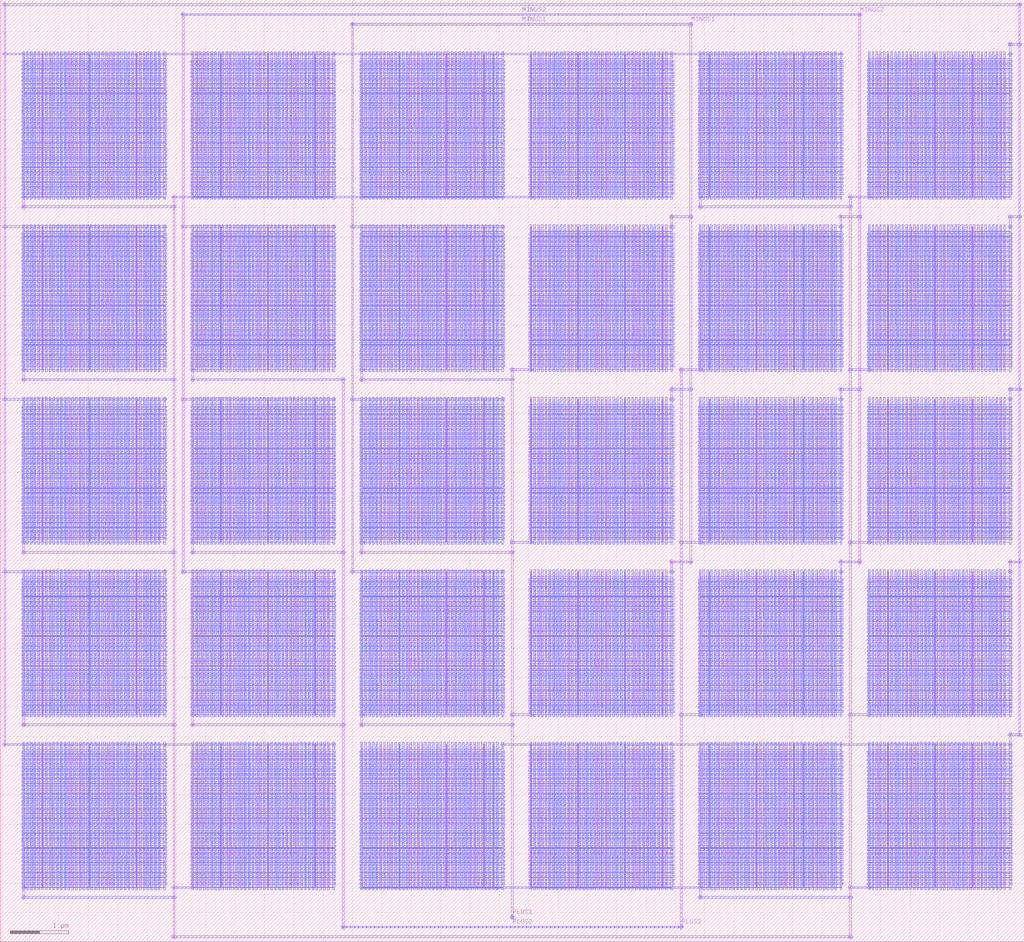
<source format=lef>
MACRO Cap_60fF_Cap_60fF
  ORIGIN 0 0 ;
  FOREIGN Cap_60fF_Cap_60fF 0 0 ;
  SIZE 17.44 BY 16.044 ;
  PIN MINUS1
    DIRECTION INOUT ;
    USE SIGNAL ;
    PORT 
      LAYER M1 ;
        RECT 5.984 15.588 6.016 15.66 ;
      LAYER M2 ;
        RECT 5.964 15.608 6.036 15.64 ;
      LAYER M1 ;
        RECT 11.744 15.588 11.776 15.66 ;
      LAYER M2 ;
        RECT 11.724 15.608 11.796 15.64 ;
      LAYER M2 ;
        RECT 6 15.608 11.76 15.64 ;
    END
  END MINUS1
  PIN PLUS1
    DIRECTION INOUT ;
    USE SIGNAL ;
    PORT 
      LAYER M1 ;
        RECT 8.704 0.384 8.736 0.456 ;
      LAYER M2 ;
        RECT 8.684 0.404 8.756 0.436 ;
    END
  END PLUS1
  PIN MINUS2
    DIRECTION INOUT ;
    USE SIGNAL ;
    PORT 
      LAYER M1 ;
        RECT 3.104 15.756 3.136 15.828 ;
      LAYER M2 ;
        RECT 3.084 15.776 3.156 15.808 ;
      LAYER M1 ;
        RECT 14.624 15.756 14.656 15.828 ;
      LAYER M2 ;
        RECT 14.604 15.776 14.676 15.808 ;
      LAYER M2 ;
        RECT 3.12 15.776 14.64 15.808 ;
    END
  END MINUS2
  PIN PLUS2
    DIRECTION INOUT ;
    USE SIGNAL ;
    PORT 
      LAYER M1 ;
        RECT 5.824 0.216 5.856 0.288 ;
      LAYER M2 ;
        RECT 5.804 0.236 5.876 0.268 ;
      LAYER M1 ;
        RECT 11.584 0.216 11.616 0.288 ;
      LAYER M2 ;
        RECT 11.564 0.236 11.636 0.268 ;
      LAYER M2 ;
        RECT 5.84 0.236 11.6 0.268 ;
    END
  END PLUS2
  OBS 
  LAYER M1 ;
        RECT 6.144 6.768 6.176 6.84 ;
  LAYER M2 ;
        RECT 6.124 6.788 6.196 6.82 ;
  LAYER M1 ;
        RECT 6.144 6.636 6.176 6.804 ;
  LAYER M1 ;
        RECT 6.144 6.6 6.176 6.672 ;
  LAYER M2 ;
        RECT 6.124 6.62 6.196 6.652 ;
  LAYER M2 ;
        RECT 6.16 6.62 8.72 6.652 ;
  LAYER M1 ;
        RECT 8.704 6.6 8.736 6.672 ;
  LAYER M2 ;
        RECT 8.684 6.62 8.756 6.652 ;
  LAYER M1 ;
        RECT 9.024 6.768 9.056 6.84 ;
  LAYER M2 ;
        RECT 9.004 6.788 9.076 6.82 ;
  LAYER M2 ;
        RECT 8.72 6.788 9.04 6.82 ;
  LAYER M1 ;
        RECT 8.704 6.768 8.736 6.84 ;
  LAYER M2 ;
        RECT 8.684 6.788 8.756 6.82 ;
  LAYER M1 ;
        RECT 6.144 9.708 6.176 9.78 ;
  LAYER M2 ;
        RECT 6.124 9.728 6.196 9.76 ;
  LAYER M1 ;
        RECT 6.144 9.576 6.176 9.744 ;
  LAYER M1 ;
        RECT 6.144 9.54 6.176 9.612 ;
  LAYER M2 ;
        RECT 6.124 9.56 6.196 9.592 ;
  LAYER M2 ;
        RECT 6.16 9.56 8.72 9.592 ;
  LAYER M1 ;
        RECT 8.704 9.54 8.736 9.612 ;
  LAYER M2 ;
        RECT 8.684 9.56 8.756 9.592 ;
  LAYER M1 ;
        RECT 9.024 3.828 9.056 3.9 ;
  LAYER M2 ;
        RECT 9.004 3.848 9.076 3.88 ;
  LAYER M2 ;
        RECT 8.72 3.848 9.04 3.88 ;
  LAYER M1 ;
        RECT 8.704 3.828 8.736 3.9 ;
  LAYER M2 ;
        RECT 8.684 3.848 8.756 3.88 ;
  LAYER M1 ;
        RECT 6.144 3.828 6.176 3.9 ;
  LAYER M2 ;
        RECT 6.124 3.848 6.196 3.88 ;
  LAYER M1 ;
        RECT 6.144 3.696 6.176 3.864 ;
  LAYER M1 ;
        RECT 6.144 3.66 6.176 3.732 ;
  LAYER M2 ;
        RECT 6.124 3.68 6.196 3.712 ;
  LAYER M2 ;
        RECT 6.16 3.68 8.72 3.712 ;
  LAYER M1 ;
        RECT 8.704 3.66 8.736 3.732 ;
  LAYER M2 ;
        RECT 8.684 3.68 8.756 3.712 ;
  LAYER M1 ;
        RECT 9.024 9.708 9.056 9.78 ;
  LAYER M2 ;
        RECT 9.004 9.728 9.076 9.76 ;
  LAYER M2 ;
        RECT 8.72 9.728 9.04 9.76 ;
  LAYER M1 ;
        RECT 8.704 9.708 8.736 9.78 ;
  LAYER M2 ;
        RECT 8.684 9.728 8.756 9.76 ;
  LAYER M1 ;
        RECT 8.704 0.384 8.736 0.456 ;
  LAYER M2 ;
        RECT 8.684 0.404 8.756 0.436 ;
  LAYER M1 ;
        RECT 8.704 0.42 8.736 0.588 ;
  LAYER M1 ;
        RECT 8.704 0.588 8.736 9.744 ;
  LAYER M1 ;
        RECT 3.264 6.768 3.296 6.84 ;
  LAYER M2 ;
        RECT 3.244 6.788 3.316 6.82 ;
  LAYER M1 ;
        RECT 3.264 6.636 3.296 6.804 ;
  LAYER M1 ;
        RECT 3.264 6.6 3.296 6.672 ;
  LAYER M2 ;
        RECT 3.244 6.62 3.316 6.652 ;
  LAYER M2 ;
        RECT 3.28 6.62 5.84 6.652 ;
  LAYER M1 ;
        RECT 5.824 6.6 5.856 6.672 ;
  LAYER M2 ;
        RECT 5.804 6.62 5.876 6.652 ;
  LAYER M1 ;
        RECT 3.264 9.708 3.296 9.78 ;
  LAYER M2 ;
        RECT 3.244 9.728 3.316 9.76 ;
  LAYER M1 ;
        RECT 3.264 9.576 3.296 9.744 ;
  LAYER M1 ;
        RECT 3.264 9.54 3.296 9.612 ;
  LAYER M2 ;
        RECT 3.244 9.56 3.316 9.592 ;
  LAYER M2 ;
        RECT 3.28 9.56 5.84 9.592 ;
  LAYER M1 ;
        RECT 5.824 9.54 5.856 9.612 ;
  LAYER M2 ;
        RECT 5.804 9.56 5.876 9.592 ;
  LAYER M1 ;
        RECT 3.264 3.828 3.296 3.9 ;
  LAYER M2 ;
        RECT 3.244 3.848 3.316 3.88 ;
  LAYER M1 ;
        RECT 3.264 3.696 3.296 3.864 ;
  LAYER M1 ;
        RECT 3.264 3.66 3.296 3.732 ;
  LAYER M2 ;
        RECT 3.244 3.68 3.316 3.712 ;
  LAYER M2 ;
        RECT 3.28 3.68 5.84 3.712 ;
  LAYER M1 ;
        RECT 5.824 3.66 5.856 3.732 ;
  LAYER M2 ;
        RECT 5.804 3.68 5.876 3.712 ;
  LAYER M1 ;
        RECT 5.824 0.216 5.856 0.288 ;
  LAYER M2 ;
        RECT 5.804 0.236 5.876 0.268 ;
  LAYER M1 ;
        RECT 5.824 0.252 5.856 0.588 ;
  LAYER M1 ;
        RECT 5.824 0.588 5.856 9.576 ;
  LAYER M1 ;
        RECT 11.904 6.768 11.936 6.84 ;
  LAYER M2 ;
        RECT 11.884 6.788 11.956 6.82 ;
  LAYER M2 ;
        RECT 11.6 6.788 11.92 6.82 ;
  LAYER M1 ;
        RECT 11.584 6.768 11.616 6.84 ;
  LAYER M2 ;
        RECT 11.564 6.788 11.636 6.82 ;
  LAYER M1 ;
        RECT 11.904 3.828 11.936 3.9 ;
  LAYER M2 ;
        RECT 11.884 3.848 11.956 3.88 ;
  LAYER M2 ;
        RECT 11.6 3.848 11.92 3.88 ;
  LAYER M1 ;
        RECT 11.584 3.828 11.616 3.9 ;
  LAYER M2 ;
        RECT 11.564 3.848 11.636 3.88 ;
  LAYER M1 ;
        RECT 11.904 9.708 11.936 9.78 ;
  LAYER M2 ;
        RECT 11.884 9.728 11.956 9.76 ;
  LAYER M2 ;
        RECT 11.6 9.728 11.92 9.76 ;
  LAYER M1 ;
        RECT 11.584 9.708 11.616 9.78 ;
  LAYER M2 ;
        RECT 11.564 9.728 11.636 9.76 ;
  LAYER M1 ;
        RECT 11.584 0.216 11.616 0.288 ;
  LAYER M2 ;
        RECT 11.564 0.236 11.636 0.268 ;
  LAYER M1 ;
        RECT 11.584 0.252 11.616 0.588 ;
  LAYER M1 ;
        RECT 11.584 0.588 11.616 9.744 ;
  LAYER M2 ;
        RECT 5.84 0.236 11.6 0.268 ;
  LAYER M1 ;
        RECT 0.384 0.888 0.416 0.96 ;
  LAYER M2 ;
        RECT 0.364 0.908 0.436 0.94 ;
  LAYER M1 ;
        RECT 0.384 0.756 0.416 0.924 ;
  LAYER M1 ;
        RECT 0.384 0.72 0.416 0.792 ;
  LAYER M2 ;
        RECT 0.364 0.74 0.436 0.772 ;
  LAYER M2 ;
        RECT 0.4 0.74 2.96 0.772 ;
  LAYER M1 ;
        RECT 2.944 0.72 2.976 0.792 ;
  LAYER M2 ;
        RECT 2.924 0.74 2.996 0.772 ;
  LAYER M1 ;
        RECT 0.384 3.828 0.416 3.9 ;
  LAYER M2 ;
        RECT 0.364 3.848 0.436 3.88 ;
  LAYER M1 ;
        RECT 0.384 3.696 0.416 3.864 ;
  LAYER M1 ;
        RECT 0.384 3.66 0.416 3.732 ;
  LAYER M2 ;
        RECT 0.364 3.68 0.436 3.712 ;
  LAYER M2 ;
        RECT 0.4 3.68 2.96 3.712 ;
  LAYER M1 ;
        RECT 2.944 3.66 2.976 3.732 ;
  LAYER M2 ;
        RECT 2.924 3.68 2.996 3.712 ;
  LAYER M1 ;
        RECT 0.384 6.768 0.416 6.84 ;
  LAYER M2 ;
        RECT 0.364 6.788 0.436 6.82 ;
  LAYER M1 ;
        RECT 0.384 6.636 0.416 6.804 ;
  LAYER M1 ;
        RECT 0.384 6.6 0.416 6.672 ;
  LAYER M2 ;
        RECT 0.364 6.62 0.436 6.652 ;
  LAYER M2 ;
        RECT 0.4 6.62 2.96 6.652 ;
  LAYER M1 ;
        RECT 2.944 6.6 2.976 6.672 ;
  LAYER M2 ;
        RECT 2.924 6.62 2.996 6.652 ;
  LAYER M1 ;
        RECT 0.384 9.708 0.416 9.78 ;
  LAYER M2 ;
        RECT 0.364 9.728 0.436 9.76 ;
  LAYER M1 ;
        RECT 0.384 9.576 0.416 9.744 ;
  LAYER M1 ;
        RECT 0.384 9.54 0.416 9.612 ;
  LAYER M2 ;
        RECT 0.364 9.56 0.436 9.592 ;
  LAYER M2 ;
        RECT 0.4 9.56 2.96 9.592 ;
  LAYER M1 ;
        RECT 2.944 9.54 2.976 9.612 ;
  LAYER M2 ;
        RECT 2.924 9.56 2.996 9.592 ;
  LAYER M1 ;
        RECT 0.384 12.648 0.416 12.72 ;
  LAYER M2 ;
        RECT 0.364 12.668 0.436 12.7 ;
  LAYER M1 ;
        RECT 0.384 12.516 0.416 12.684 ;
  LAYER M1 ;
        RECT 0.384 12.48 0.416 12.552 ;
  LAYER M2 ;
        RECT 0.364 12.5 0.436 12.532 ;
  LAYER M2 ;
        RECT 0.4 12.5 2.96 12.532 ;
  LAYER M1 ;
        RECT 2.944 12.48 2.976 12.552 ;
  LAYER M2 ;
        RECT 2.924 12.5 2.996 12.532 ;
  LAYER M1 ;
        RECT 3.264 0.888 3.296 0.96 ;
  LAYER M2 ;
        RECT 3.244 0.908 3.316 0.94 ;
  LAYER M2 ;
        RECT 2.96 0.908 3.28 0.94 ;
  LAYER M1 ;
        RECT 2.944 0.888 2.976 0.96 ;
  LAYER M2 ;
        RECT 2.924 0.908 2.996 0.94 ;
  LAYER M1 ;
        RECT 3.264 12.648 3.296 12.72 ;
  LAYER M2 ;
        RECT 3.244 12.668 3.316 12.7 ;
  LAYER M2 ;
        RECT 2.96 12.668 3.28 12.7 ;
  LAYER M1 ;
        RECT 2.944 12.648 2.976 12.72 ;
  LAYER M2 ;
        RECT 2.924 12.668 2.996 12.7 ;
  LAYER M1 ;
        RECT 2.944 0.048 2.976 0.12 ;
  LAYER M2 ;
        RECT 2.924 0.068 2.996 0.1 ;
  LAYER M1 ;
        RECT 2.944 0.084 2.976 0.588 ;
  LAYER M1 ;
        RECT 2.944 0.588 2.976 12.684 ;
  LAYER M1 ;
        RECT 11.904 0.888 11.936 0.96 ;
  LAYER M2 ;
        RECT 11.884 0.908 11.956 0.94 ;
  LAYER M1 ;
        RECT 11.904 0.756 11.936 0.924 ;
  LAYER M1 ;
        RECT 11.904 0.72 11.936 0.792 ;
  LAYER M2 ;
        RECT 11.884 0.74 11.956 0.772 ;
  LAYER M2 ;
        RECT 11.92 0.74 14.48 0.772 ;
  LAYER M1 ;
        RECT 14.464 0.72 14.496 0.792 ;
  LAYER M2 ;
        RECT 14.444 0.74 14.516 0.772 ;
  LAYER M1 ;
        RECT 11.904 12.648 11.936 12.72 ;
  LAYER M2 ;
        RECT 11.884 12.668 11.956 12.7 ;
  LAYER M1 ;
        RECT 11.904 12.516 11.936 12.684 ;
  LAYER M1 ;
        RECT 11.904 12.48 11.936 12.552 ;
  LAYER M2 ;
        RECT 11.884 12.5 11.956 12.532 ;
  LAYER M2 ;
        RECT 11.92 12.5 14.48 12.532 ;
  LAYER M1 ;
        RECT 14.464 12.48 14.496 12.552 ;
  LAYER M2 ;
        RECT 14.444 12.5 14.516 12.532 ;
  LAYER M1 ;
        RECT 14.784 0.888 14.816 0.96 ;
  LAYER M2 ;
        RECT 14.764 0.908 14.836 0.94 ;
  LAYER M2 ;
        RECT 14.48 0.908 14.8 0.94 ;
  LAYER M1 ;
        RECT 14.464 0.888 14.496 0.96 ;
  LAYER M2 ;
        RECT 14.444 0.908 14.516 0.94 ;
  LAYER M1 ;
        RECT 14.784 3.828 14.816 3.9 ;
  LAYER M2 ;
        RECT 14.764 3.848 14.836 3.88 ;
  LAYER M2 ;
        RECT 14.48 3.848 14.8 3.88 ;
  LAYER M1 ;
        RECT 14.464 3.828 14.496 3.9 ;
  LAYER M2 ;
        RECT 14.444 3.848 14.516 3.88 ;
  LAYER M1 ;
        RECT 14.784 6.768 14.816 6.84 ;
  LAYER M2 ;
        RECT 14.764 6.788 14.836 6.82 ;
  LAYER M2 ;
        RECT 14.48 6.788 14.8 6.82 ;
  LAYER M1 ;
        RECT 14.464 6.768 14.496 6.84 ;
  LAYER M2 ;
        RECT 14.444 6.788 14.516 6.82 ;
  LAYER M1 ;
        RECT 14.784 9.708 14.816 9.78 ;
  LAYER M2 ;
        RECT 14.764 9.728 14.836 9.76 ;
  LAYER M2 ;
        RECT 14.48 9.728 14.8 9.76 ;
  LAYER M1 ;
        RECT 14.464 9.708 14.496 9.78 ;
  LAYER M2 ;
        RECT 14.444 9.728 14.516 9.76 ;
  LAYER M1 ;
        RECT 14.784 12.648 14.816 12.72 ;
  LAYER M2 ;
        RECT 14.764 12.668 14.836 12.7 ;
  LAYER M2 ;
        RECT 14.48 12.668 14.8 12.7 ;
  LAYER M1 ;
        RECT 14.464 12.648 14.496 12.72 ;
  LAYER M2 ;
        RECT 14.444 12.668 14.516 12.7 ;
  LAYER M1 ;
        RECT 14.464 0.048 14.496 0.12 ;
  LAYER M2 ;
        RECT 14.444 0.068 14.516 0.1 ;
  LAYER M1 ;
        RECT 14.464 0.084 14.496 0.588 ;
  LAYER M1 ;
        RECT 14.464 0.588 14.496 12.684 ;
  LAYER M2 ;
        RECT 2.96 0.068 14.48 0.1 ;
  LAYER M1 ;
        RECT 6.144 12.648 6.176 12.72 ;
  LAYER M2 ;
        RECT 6.124 12.668 6.196 12.7 ;
  LAYER M2 ;
        RECT 3.28 12.668 6.16 12.7 ;
  LAYER M1 ;
        RECT 3.264 12.648 3.296 12.72 ;
  LAYER M2 ;
        RECT 3.244 12.668 3.316 12.7 ;
  LAYER M1 ;
        RECT 9.024 12.648 9.056 12.72 ;
  LAYER M2 ;
        RECT 9.004 12.668 9.076 12.7 ;
  LAYER M2 ;
        RECT 6.16 12.668 9.04 12.7 ;
  LAYER M1 ;
        RECT 6.144 12.648 6.176 12.72 ;
  LAYER M2 ;
        RECT 6.124 12.668 6.196 12.7 ;
  LAYER M1 ;
        RECT 9.024 0.888 9.056 0.96 ;
  LAYER M2 ;
        RECT 9.004 0.908 9.076 0.94 ;
  LAYER M2 ;
        RECT 9.04 0.908 11.92 0.94 ;
  LAYER M1 ;
        RECT 11.904 0.888 11.936 0.96 ;
  LAYER M2 ;
        RECT 11.884 0.908 11.956 0.94 ;
  LAYER M1 ;
        RECT 6.144 0.888 6.176 0.96 ;
  LAYER M2 ;
        RECT 6.124 0.908 6.196 0.94 ;
  LAYER M2 ;
        RECT 6.16 0.908 9.04 0.94 ;
  LAYER M1 ;
        RECT 9.024 0.888 9.056 0.96 ;
  LAYER M2 ;
        RECT 9.004 0.908 9.076 0.94 ;
  LAYER M1 ;
        RECT 8.544 9.204 8.576 9.276 ;
  LAYER M2 ;
        RECT 8.524 9.224 8.596 9.256 ;
  LAYER M2 ;
        RECT 6 9.224 8.56 9.256 ;
  LAYER M1 ;
        RECT 5.984 9.204 6.016 9.276 ;
  LAYER M2 ;
        RECT 5.964 9.224 6.036 9.256 ;
  LAYER M1 ;
        RECT 8.544 12.144 8.576 12.216 ;
  LAYER M2 ;
        RECT 8.524 12.164 8.596 12.196 ;
  LAYER M2 ;
        RECT 6 12.164 8.56 12.196 ;
  LAYER M1 ;
        RECT 5.984 12.144 6.016 12.216 ;
  LAYER M2 ;
        RECT 5.964 12.164 6.036 12.196 ;
  LAYER M1 ;
        RECT 8.544 6.264 8.576 6.336 ;
  LAYER M2 ;
        RECT 8.524 6.284 8.596 6.316 ;
  LAYER M2 ;
        RECT 6 6.284 8.56 6.316 ;
  LAYER M1 ;
        RECT 5.984 6.264 6.016 6.336 ;
  LAYER M2 ;
        RECT 5.964 6.284 6.036 6.316 ;
  LAYER M1 ;
        RECT 5.984 15.588 6.016 15.66 ;
  LAYER M2 ;
        RECT 5.964 15.608 6.036 15.64 ;
  LAYER M1 ;
        RECT 5.984 15.456 6.016 15.624 ;
  LAYER M1 ;
        RECT 5.984 6.3 6.016 15.456 ;
  LAYER M1 ;
        RECT 11.424 9.204 11.456 9.276 ;
  LAYER M2 ;
        RECT 11.404 9.224 11.476 9.256 ;
  LAYER M1 ;
        RECT 11.424 9.24 11.456 9.408 ;
  LAYER M1 ;
        RECT 11.424 9.372 11.456 9.444 ;
  LAYER M2 ;
        RECT 11.404 9.392 11.476 9.424 ;
  LAYER M2 ;
        RECT 11.44 9.392 11.76 9.424 ;
  LAYER M1 ;
        RECT 11.744 9.372 11.776 9.444 ;
  LAYER M2 ;
        RECT 11.724 9.392 11.796 9.424 ;
  LAYER M1 ;
        RECT 11.424 6.264 11.456 6.336 ;
  LAYER M2 ;
        RECT 11.404 6.284 11.476 6.316 ;
  LAYER M1 ;
        RECT 11.424 6.3 11.456 6.468 ;
  LAYER M1 ;
        RECT 11.424 6.432 11.456 6.504 ;
  LAYER M2 ;
        RECT 11.404 6.452 11.476 6.484 ;
  LAYER M2 ;
        RECT 11.44 6.452 11.76 6.484 ;
  LAYER M1 ;
        RECT 11.744 6.432 11.776 6.504 ;
  LAYER M2 ;
        RECT 11.724 6.452 11.796 6.484 ;
  LAYER M1 ;
        RECT 11.424 12.144 11.456 12.216 ;
  LAYER M2 ;
        RECT 11.404 12.164 11.476 12.196 ;
  LAYER M1 ;
        RECT 11.424 12.18 11.456 12.348 ;
  LAYER M1 ;
        RECT 11.424 12.312 11.456 12.384 ;
  LAYER M2 ;
        RECT 11.404 12.332 11.476 12.364 ;
  LAYER M2 ;
        RECT 11.44 12.332 11.76 12.364 ;
  LAYER M1 ;
        RECT 11.744 12.312 11.776 12.384 ;
  LAYER M2 ;
        RECT 11.724 12.332 11.796 12.364 ;
  LAYER M1 ;
        RECT 11.744 15.588 11.776 15.66 ;
  LAYER M2 ;
        RECT 11.724 15.608 11.796 15.64 ;
  LAYER M1 ;
        RECT 11.744 15.456 11.776 15.624 ;
  LAYER M1 ;
        RECT 11.744 6.468 11.776 15.456 ;
  LAYER M2 ;
        RECT 6 15.608 11.76 15.64 ;
  LAYER M1 ;
        RECT 5.664 9.204 5.696 9.276 ;
  LAYER M2 ;
        RECT 5.644 9.224 5.716 9.256 ;
  LAYER M2 ;
        RECT 3.12 9.224 5.68 9.256 ;
  LAYER M1 ;
        RECT 3.104 9.204 3.136 9.276 ;
  LAYER M2 ;
        RECT 3.084 9.224 3.156 9.256 ;
  LAYER M1 ;
        RECT 5.664 12.144 5.696 12.216 ;
  LAYER M2 ;
        RECT 5.644 12.164 5.716 12.196 ;
  LAYER M2 ;
        RECT 3.12 12.164 5.68 12.196 ;
  LAYER M1 ;
        RECT 3.104 12.144 3.136 12.216 ;
  LAYER M2 ;
        RECT 3.084 12.164 3.156 12.196 ;
  LAYER M1 ;
        RECT 5.664 6.264 5.696 6.336 ;
  LAYER M2 ;
        RECT 5.644 6.284 5.716 6.316 ;
  LAYER M2 ;
        RECT 3.12 6.284 5.68 6.316 ;
  LAYER M1 ;
        RECT 3.104 6.264 3.136 6.336 ;
  LAYER M2 ;
        RECT 3.084 6.284 3.156 6.316 ;
  LAYER M1 ;
        RECT 3.104 15.756 3.136 15.828 ;
  LAYER M2 ;
        RECT 3.084 15.776 3.156 15.808 ;
  LAYER M1 ;
        RECT 3.104 15.456 3.136 15.792 ;
  LAYER M1 ;
        RECT 3.104 6.3 3.136 15.456 ;
  LAYER M1 ;
        RECT 14.304 9.204 14.336 9.276 ;
  LAYER M2 ;
        RECT 14.284 9.224 14.356 9.256 ;
  LAYER M1 ;
        RECT 14.304 9.24 14.336 9.408 ;
  LAYER M1 ;
        RECT 14.304 9.372 14.336 9.444 ;
  LAYER M2 ;
        RECT 14.284 9.392 14.356 9.424 ;
  LAYER M2 ;
        RECT 14.32 9.392 14.64 9.424 ;
  LAYER M1 ;
        RECT 14.624 9.372 14.656 9.444 ;
  LAYER M2 ;
        RECT 14.604 9.392 14.676 9.424 ;
  LAYER M1 ;
        RECT 14.304 6.264 14.336 6.336 ;
  LAYER M2 ;
        RECT 14.284 6.284 14.356 6.316 ;
  LAYER M1 ;
        RECT 14.304 6.3 14.336 6.468 ;
  LAYER M1 ;
        RECT 14.304 6.432 14.336 6.504 ;
  LAYER M2 ;
        RECT 14.284 6.452 14.356 6.484 ;
  LAYER M2 ;
        RECT 14.32 6.452 14.64 6.484 ;
  LAYER M1 ;
        RECT 14.624 6.432 14.656 6.504 ;
  LAYER M2 ;
        RECT 14.604 6.452 14.676 6.484 ;
  LAYER M1 ;
        RECT 14.304 12.144 14.336 12.216 ;
  LAYER M2 ;
        RECT 14.284 12.164 14.356 12.196 ;
  LAYER M1 ;
        RECT 14.304 12.18 14.336 12.348 ;
  LAYER M1 ;
        RECT 14.304 12.312 14.336 12.384 ;
  LAYER M2 ;
        RECT 14.284 12.332 14.356 12.364 ;
  LAYER M2 ;
        RECT 14.32 12.332 14.64 12.364 ;
  LAYER M1 ;
        RECT 14.624 12.312 14.656 12.384 ;
  LAYER M2 ;
        RECT 14.604 12.332 14.676 12.364 ;
  LAYER M1 ;
        RECT 14.624 15.756 14.656 15.828 ;
  LAYER M2 ;
        RECT 14.604 15.776 14.676 15.808 ;
  LAYER M1 ;
        RECT 14.624 15.456 14.656 15.792 ;
  LAYER M1 ;
        RECT 14.624 6.468 14.656 15.456 ;
  LAYER M2 ;
        RECT 3.12 15.776 14.64 15.808 ;
  LAYER M1 ;
        RECT 2.784 3.324 2.816 3.396 ;
  LAYER M2 ;
        RECT 2.764 3.344 2.836 3.376 ;
  LAYER M2 ;
        RECT 0.08 3.344 2.8 3.376 ;
  LAYER M1 ;
        RECT 0.064 3.324 0.096 3.396 ;
  LAYER M2 ;
        RECT 0.044 3.344 0.116 3.376 ;
  LAYER M1 ;
        RECT 2.784 6.264 2.816 6.336 ;
  LAYER M2 ;
        RECT 2.764 6.284 2.836 6.316 ;
  LAYER M2 ;
        RECT 0.08 6.284 2.8 6.316 ;
  LAYER M1 ;
        RECT 0.064 6.264 0.096 6.336 ;
  LAYER M2 ;
        RECT 0.044 6.284 0.116 6.316 ;
  LAYER M1 ;
        RECT 2.784 9.204 2.816 9.276 ;
  LAYER M2 ;
        RECT 2.764 9.224 2.836 9.256 ;
  LAYER M2 ;
        RECT 0.08 9.224 2.8 9.256 ;
  LAYER M1 ;
        RECT 0.064 9.204 0.096 9.276 ;
  LAYER M2 ;
        RECT 0.044 9.224 0.116 9.256 ;
  LAYER M1 ;
        RECT 2.784 12.144 2.816 12.216 ;
  LAYER M2 ;
        RECT 2.764 12.164 2.836 12.196 ;
  LAYER M2 ;
        RECT 0.08 12.164 2.8 12.196 ;
  LAYER M1 ;
        RECT 0.064 12.144 0.096 12.216 ;
  LAYER M2 ;
        RECT 0.044 12.164 0.116 12.196 ;
  LAYER M1 ;
        RECT 2.784 15.084 2.816 15.156 ;
  LAYER M2 ;
        RECT 2.764 15.104 2.836 15.136 ;
  LAYER M2 ;
        RECT 0.08 15.104 2.8 15.136 ;
  LAYER M1 ;
        RECT 0.064 15.084 0.096 15.156 ;
  LAYER M2 ;
        RECT 0.044 15.104 0.116 15.136 ;
  LAYER M1 ;
        RECT 0.064 15.924 0.096 15.996 ;
  LAYER M2 ;
        RECT 0.044 15.944 0.116 15.976 ;
  LAYER M1 ;
        RECT 0.064 15.456 0.096 15.96 ;
  LAYER M1 ;
        RECT 0.064 3.36 0.096 15.456 ;
  LAYER M1 ;
        RECT 17.184 3.324 17.216 3.396 ;
  LAYER M2 ;
        RECT 17.164 3.344 17.236 3.376 ;
  LAYER M1 ;
        RECT 17.184 3.36 17.216 3.528 ;
  LAYER M1 ;
        RECT 17.184 3.492 17.216 3.564 ;
  LAYER M2 ;
        RECT 17.164 3.512 17.236 3.544 ;
  LAYER M2 ;
        RECT 17.2 3.512 17.36 3.544 ;
  LAYER M1 ;
        RECT 17.344 3.492 17.376 3.564 ;
  LAYER M2 ;
        RECT 17.324 3.512 17.396 3.544 ;
  LAYER M1 ;
        RECT 17.184 6.264 17.216 6.336 ;
  LAYER M2 ;
        RECT 17.164 6.284 17.236 6.316 ;
  LAYER M1 ;
        RECT 17.184 6.3 17.216 6.468 ;
  LAYER M1 ;
        RECT 17.184 6.432 17.216 6.504 ;
  LAYER M2 ;
        RECT 17.164 6.452 17.236 6.484 ;
  LAYER M2 ;
        RECT 17.2 6.452 17.36 6.484 ;
  LAYER M1 ;
        RECT 17.344 6.432 17.376 6.504 ;
  LAYER M2 ;
        RECT 17.324 6.452 17.396 6.484 ;
  LAYER M1 ;
        RECT 17.184 9.204 17.216 9.276 ;
  LAYER M2 ;
        RECT 17.164 9.224 17.236 9.256 ;
  LAYER M1 ;
        RECT 17.184 9.24 17.216 9.408 ;
  LAYER M1 ;
        RECT 17.184 9.372 17.216 9.444 ;
  LAYER M2 ;
        RECT 17.164 9.392 17.236 9.424 ;
  LAYER M2 ;
        RECT 17.2 9.392 17.36 9.424 ;
  LAYER M1 ;
        RECT 17.344 9.372 17.376 9.444 ;
  LAYER M2 ;
        RECT 17.324 9.392 17.396 9.424 ;
  LAYER M1 ;
        RECT 17.184 12.144 17.216 12.216 ;
  LAYER M2 ;
        RECT 17.164 12.164 17.236 12.196 ;
  LAYER M1 ;
        RECT 17.184 12.18 17.216 12.348 ;
  LAYER M1 ;
        RECT 17.184 12.312 17.216 12.384 ;
  LAYER M2 ;
        RECT 17.164 12.332 17.236 12.364 ;
  LAYER M2 ;
        RECT 17.2 12.332 17.36 12.364 ;
  LAYER M1 ;
        RECT 17.344 12.312 17.376 12.384 ;
  LAYER M2 ;
        RECT 17.324 12.332 17.396 12.364 ;
  LAYER M1 ;
        RECT 17.184 15.084 17.216 15.156 ;
  LAYER M2 ;
        RECT 17.164 15.104 17.236 15.136 ;
  LAYER M1 ;
        RECT 17.184 15.12 17.216 15.288 ;
  LAYER M1 ;
        RECT 17.184 15.252 17.216 15.324 ;
  LAYER M2 ;
        RECT 17.164 15.272 17.236 15.304 ;
  LAYER M2 ;
        RECT 17.2 15.272 17.36 15.304 ;
  LAYER M1 ;
        RECT 17.344 15.252 17.376 15.324 ;
  LAYER M2 ;
        RECT 17.324 15.272 17.396 15.304 ;
  LAYER M1 ;
        RECT 17.344 15.924 17.376 15.996 ;
  LAYER M2 ;
        RECT 17.324 15.944 17.396 15.976 ;
  LAYER M1 ;
        RECT 17.344 15.456 17.376 15.96 ;
  LAYER M1 ;
        RECT 17.344 3.528 17.376 15.456 ;
  LAYER M2 ;
        RECT 0.08 15.944 17.36 15.976 ;
  LAYER M1 ;
        RECT 5.664 3.324 5.696 3.396 ;
  LAYER M2 ;
        RECT 5.644 3.344 5.716 3.376 ;
  LAYER M2 ;
        RECT 2.8 3.344 5.68 3.376 ;
  LAYER M1 ;
        RECT 2.784 3.324 2.816 3.396 ;
  LAYER M2 ;
        RECT 2.764 3.344 2.836 3.376 ;
  LAYER M1 ;
        RECT 5.664 15.084 5.696 15.156 ;
  LAYER M2 ;
        RECT 5.644 15.104 5.716 15.136 ;
  LAYER M2 ;
        RECT 2.8 15.104 5.68 15.136 ;
  LAYER M1 ;
        RECT 2.784 15.084 2.816 15.156 ;
  LAYER M2 ;
        RECT 2.764 15.104 2.836 15.136 ;
  LAYER M1 ;
        RECT 8.544 15.084 8.576 15.156 ;
  LAYER M2 ;
        RECT 8.524 15.104 8.596 15.136 ;
  LAYER M2 ;
        RECT 5.68 15.104 8.56 15.136 ;
  LAYER M1 ;
        RECT 5.664 15.084 5.696 15.156 ;
  LAYER M2 ;
        RECT 5.644 15.104 5.716 15.136 ;
  LAYER M1 ;
        RECT 11.424 15.084 11.456 15.156 ;
  LAYER M2 ;
        RECT 11.404 15.104 11.476 15.136 ;
  LAYER M2 ;
        RECT 8.56 15.104 11.44 15.136 ;
  LAYER M1 ;
        RECT 8.544 15.084 8.576 15.156 ;
  LAYER M2 ;
        RECT 8.524 15.104 8.596 15.136 ;
  LAYER M1 ;
        RECT 14.304 15.084 14.336 15.156 ;
  LAYER M2 ;
        RECT 14.284 15.104 14.356 15.136 ;
  LAYER M2 ;
        RECT 11.44 15.104 14.32 15.136 ;
  LAYER M1 ;
        RECT 11.424 15.084 11.456 15.156 ;
  LAYER M2 ;
        RECT 11.404 15.104 11.476 15.136 ;
  LAYER M1 ;
        RECT 14.304 3.324 14.336 3.396 ;
  LAYER M2 ;
        RECT 14.284 3.344 14.356 3.376 ;
  LAYER M2 ;
        RECT 14.32 3.344 17.2 3.376 ;
  LAYER M1 ;
        RECT 17.184 3.324 17.216 3.396 ;
  LAYER M2 ;
        RECT 17.164 3.344 17.236 3.376 ;
  LAYER M1 ;
        RECT 11.424 3.324 11.456 3.396 ;
  LAYER M2 ;
        RECT 11.404 3.344 11.476 3.376 ;
  LAYER M2 ;
        RECT 11.44 3.344 14.32 3.376 ;
  LAYER M1 ;
        RECT 14.304 3.324 14.336 3.396 ;
  LAYER M2 ;
        RECT 14.284 3.344 14.356 3.376 ;
  LAYER M1 ;
        RECT 8.544 3.324 8.576 3.396 ;
  LAYER M2 ;
        RECT 8.524 3.344 8.596 3.376 ;
  LAYER M2 ;
        RECT 8.56 3.344 11.44 3.376 ;
  LAYER M1 ;
        RECT 11.424 3.324 11.456 3.396 ;
  LAYER M2 ;
        RECT 11.404 3.344 11.476 3.376 ;
  LAYER M1 ;
        RECT 0.384 0.888 0.416 3.396 ;
  LAYER M1 ;
        RECT 0.448 0.888 0.48 3.396 ;
  LAYER M1 ;
        RECT 0.512 0.888 0.544 3.396 ;
  LAYER M1 ;
        RECT 0.576 0.888 0.608 3.396 ;
  LAYER M1 ;
        RECT 0.64 0.888 0.672 3.396 ;
  LAYER M1 ;
        RECT 0.704 0.888 0.736 3.396 ;
  LAYER M1 ;
        RECT 0.768 0.888 0.8 3.396 ;
  LAYER M1 ;
        RECT 0.832 0.888 0.864 3.396 ;
  LAYER M1 ;
        RECT 0.896 0.888 0.928 3.396 ;
  LAYER M1 ;
        RECT 0.96 0.888 0.992 3.396 ;
  LAYER M1 ;
        RECT 1.024 0.888 1.056 3.396 ;
  LAYER M1 ;
        RECT 1.088 0.888 1.12 3.396 ;
  LAYER M1 ;
        RECT 1.152 0.888 1.184 3.396 ;
  LAYER M1 ;
        RECT 1.216 0.888 1.248 3.396 ;
  LAYER M1 ;
        RECT 1.28 0.888 1.312 3.396 ;
  LAYER M1 ;
        RECT 1.344 0.888 1.376 3.396 ;
  LAYER M1 ;
        RECT 1.408 0.888 1.44 3.396 ;
  LAYER M1 ;
        RECT 1.472 0.888 1.504 3.396 ;
  LAYER M1 ;
        RECT 1.536 0.888 1.568 3.396 ;
  LAYER M1 ;
        RECT 1.6 0.888 1.632 3.396 ;
  LAYER M1 ;
        RECT 1.664 0.888 1.696 3.396 ;
  LAYER M1 ;
        RECT 1.728 0.888 1.76 3.396 ;
  LAYER M1 ;
        RECT 1.792 0.888 1.824 3.396 ;
  LAYER M1 ;
        RECT 1.856 0.888 1.888 3.396 ;
  LAYER M1 ;
        RECT 1.92 0.888 1.952 3.396 ;
  LAYER M1 ;
        RECT 1.984 0.888 2.016 3.396 ;
  LAYER M1 ;
        RECT 2.048 0.888 2.08 3.396 ;
  LAYER M1 ;
        RECT 2.112 0.888 2.144 3.396 ;
  LAYER M1 ;
        RECT 2.176 0.888 2.208 3.396 ;
  LAYER M1 ;
        RECT 2.24 0.888 2.272 3.396 ;
  LAYER M1 ;
        RECT 2.304 0.888 2.336 3.396 ;
  LAYER M1 ;
        RECT 2.368 0.888 2.4 3.396 ;
  LAYER M1 ;
        RECT 2.432 0.888 2.464 3.396 ;
  LAYER M1 ;
        RECT 2.496 0.888 2.528 3.396 ;
  LAYER M1 ;
        RECT 2.56 0.888 2.592 3.396 ;
  LAYER M1 ;
        RECT 2.624 0.888 2.656 3.396 ;
  LAYER M1 ;
        RECT 2.688 0.888 2.72 3.396 ;
  LAYER M2 ;
        RECT 0.364 0.972 2.836 1.004 ;
  LAYER M2 ;
        RECT 0.364 1.036 2.836 1.068 ;
  LAYER M2 ;
        RECT 0.364 1.1 2.836 1.132 ;
  LAYER M2 ;
        RECT 0.364 1.164 2.836 1.196 ;
  LAYER M2 ;
        RECT 0.364 1.228 2.836 1.26 ;
  LAYER M2 ;
        RECT 0.364 1.292 2.836 1.324 ;
  LAYER M2 ;
        RECT 0.364 1.356 2.836 1.388 ;
  LAYER M2 ;
        RECT 0.364 1.42 2.836 1.452 ;
  LAYER M2 ;
        RECT 0.364 1.484 2.836 1.516 ;
  LAYER M2 ;
        RECT 0.364 1.548 2.836 1.58 ;
  LAYER M2 ;
        RECT 0.364 1.612 2.836 1.644 ;
  LAYER M2 ;
        RECT 0.364 1.676 2.836 1.708 ;
  LAYER M2 ;
        RECT 0.364 1.74 2.836 1.772 ;
  LAYER M2 ;
        RECT 0.364 1.804 2.836 1.836 ;
  LAYER M2 ;
        RECT 0.364 1.868 2.836 1.9 ;
  LAYER M2 ;
        RECT 0.364 1.932 2.836 1.964 ;
  LAYER M2 ;
        RECT 0.364 1.996 2.836 2.028 ;
  LAYER M2 ;
        RECT 0.364 2.06 2.836 2.092 ;
  LAYER M2 ;
        RECT 0.364 2.124 2.836 2.156 ;
  LAYER M2 ;
        RECT 0.364 2.188 2.836 2.22 ;
  LAYER M2 ;
        RECT 0.364 2.252 2.836 2.284 ;
  LAYER M2 ;
        RECT 0.364 2.316 2.836 2.348 ;
  LAYER M2 ;
        RECT 0.364 2.38 2.836 2.412 ;
  LAYER M2 ;
        RECT 0.364 2.444 2.836 2.476 ;
  LAYER M2 ;
        RECT 0.364 2.508 2.836 2.54 ;
  LAYER M2 ;
        RECT 0.364 2.572 2.836 2.604 ;
  LAYER M2 ;
        RECT 0.364 2.636 2.836 2.668 ;
  LAYER M2 ;
        RECT 0.364 2.7 2.836 2.732 ;
  LAYER M2 ;
        RECT 0.364 2.764 2.836 2.796 ;
  LAYER M2 ;
        RECT 0.364 2.828 2.836 2.86 ;
  LAYER M2 ;
        RECT 0.364 2.892 2.836 2.924 ;
  LAYER M2 ;
        RECT 0.364 2.956 2.836 2.988 ;
  LAYER M2 ;
        RECT 0.364 3.02 2.836 3.052 ;
  LAYER M2 ;
        RECT 0.364 3.084 2.836 3.116 ;
  LAYER M2 ;
        RECT 0.364 3.148 2.836 3.18 ;
  LAYER M2 ;
        RECT 0.364 3.212 2.836 3.244 ;
  LAYER M3 ;
        RECT 0.384 0.888 0.416 3.396 ;
  LAYER M3 ;
        RECT 0.448 0.888 0.48 3.396 ;
  LAYER M3 ;
        RECT 0.512 0.888 0.544 3.396 ;
  LAYER M3 ;
        RECT 0.576 0.888 0.608 3.396 ;
  LAYER M3 ;
        RECT 0.64 0.888 0.672 3.396 ;
  LAYER M3 ;
        RECT 0.704 0.888 0.736 3.396 ;
  LAYER M3 ;
        RECT 0.768 0.888 0.8 3.396 ;
  LAYER M3 ;
        RECT 0.832 0.888 0.864 3.396 ;
  LAYER M3 ;
        RECT 0.896 0.888 0.928 3.396 ;
  LAYER M3 ;
        RECT 0.96 0.888 0.992 3.396 ;
  LAYER M3 ;
        RECT 1.024 0.888 1.056 3.396 ;
  LAYER M3 ;
        RECT 1.088 0.888 1.12 3.396 ;
  LAYER M3 ;
        RECT 1.152 0.888 1.184 3.396 ;
  LAYER M3 ;
        RECT 1.216 0.888 1.248 3.396 ;
  LAYER M3 ;
        RECT 1.28 0.888 1.312 3.396 ;
  LAYER M3 ;
        RECT 1.344 0.888 1.376 3.396 ;
  LAYER M3 ;
        RECT 1.408 0.888 1.44 3.396 ;
  LAYER M3 ;
        RECT 1.472 0.888 1.504 3.396 ;
  LAYER M3 ;
        RECT 1.536 0.888 1.568 3.396 ;
  LAYER M3 ;
        RECT 1.6 0.888 1.632 3.396 ;
  LAYER M3 ;
        RECT 1.664 0.888 1.696 3.396 ;
  LAYER M3 ;
        RECT 1.728 0.888 1.76 3.396 ;
  LAYER M3 ;
        RECT 1.792 0.888 1.824 3.396 ;
  LAYER M3 ;
        RECT 1.856 0.888 1.888 3.396 ;
  LAYER M3 ;
        RECT 1.92 0.888 1.952 3.396 ;
  LAYER M3 ;
        RECT 1.984 0.888 2.016 3.396 ;
  LAYER M3 ;
        RECT 2.048 0.888 2.08 3.396 ;
  LAYER M3 ;
        RECT 2.112 0.888 2.144 3.396 ;
  LAYER M3 ;
        RECT 2.176 0.888 2.208 3.396 ;
  LAYER M3 ;
        RECT 2.24 0.888 2.272 3.396 ;
  LAYER M3 ;
        RECT 2.304 0.888 2.336 3.396 ;
  LAYER M3 ;
        RECT 2.368 0.888 2.4 3.396 ;
  LAYER M3 ;
        RECT 2.432 0.888 2.464 3.396 ;
  LAYER M3 ;
        RECT 2.496 0.888 2.528 3.396 ;
  LAYER M3 ;
        RECT 2.56 0.888 2.592 3.396 ;
  LAYER M3 ;
        RECT 2.624 0.888 2.656 3.396 ;
  LAYER M3 ;
        RECT 2.688 0.888 2.72 3.396 ;
  LAYER M3 ;
        RECT 2.784 0.888 2.816 3.396 ;
  LAYER M1 ;
        RECT 0.399 0.924 0.401 3.36 ;
  LAYER M1 ;
        RECT 0.479 0.924 0.481 3.36 ;
  LAYER M1 ;
        RECT 0.559 0.924 0.561 3.36 ;
  LAYER M1 ;
        RECT 0.639 0.924 0.641 3.36 ;
  LAYER M1 ;
        RECT 0.719 0.924 0.721 3.36 ;
  LAYER M1 ;
        RECT 0.799 0.924 0.801 3.36 ;
  LAYER M1 ;
        RECT 0.879 0.924 0.881 3.36 ;
  LAYER M1 ;
        RECT 0.959 0.924 0.961 3.36 ;
  LAYER M1 ;
        RECT 1.039 0.924 1.041 3.36 ;
  LAYER M1 ;
        RECT 1.119 0.924 1.121 3.36 ;
  LAYER M1 ;
        RECT 1.199 0.924 1.201 3.36 ;
  LAYER M1 ;
        RECT 1.279 0.924 1.281 3.36 ;
  LAYER M1 ;
        RECT 1.359 0.924 1.361 3.36 ;
  LAYER M1 ;
        RECT 1.439 0.924 1.441 3.36 ;
  LAYER M1 ;
        RECT 1.519 0.924 1.521 3.36 ;
  LAYER M1 ;
        RECT 1.599 0.924 1.601 3.36 ;
  LAYER M1 ;
        RECT 1.679 0.924 1.681 3.36 ;
  LAYER M1 ;
        RECT 1.759 0.924 1.761 3.36 ;
  LAYER M1 ;
        RECT 1.839 0.924 1.841 3.36 ;
  LAYER M1 ;
        RECT 1.919 0.924 1.921 3.36 ;
  LAYER M1 ;
        RECT 1.999 0.924 2.001 3.36 ;
  LAYER M1 ;
        RECT 2.079 0.924 2.081 3.36 ;
  LAYER M1 ;
        RECT 2.159 0.924 2.161 3.36 ;
  LAYER M1 ;
        RECT 2.239 0.924 2.241 3.36 ;
  LAYER M1 ;
        RECT 2.319 0.924 2.321 3.36 ;
  LAYER M1 ;
        RECT 2.399 0.924 2.401 3.36 ;
  LAYER M1 ;
        RECT 2.479 0.924 2.481 3.36 ;
  LAYER M1 ;
        RECT 2.559 0.924 2.561 3.36 ;
  LAYER M1 ;
        RECT 2.639 0.924 2.641 3.36 ;
  LAYER M1 ;
        RECT 2.719 0.924 2.721 3.36 ;
  LAYER M2 ;
        RECT 0.4 0.923 2.8 0.925 ;
  LAYER M2 ;
        RECT 0.4 1.007 2.8 1.009 ;
  LAYER M2 ;
        RECT 0.4 1.091 2.8 1.093 ;
  LAYER M2 ;
        RECT 0.4 1.175 2.8 1.177 ;
  LAYER M2 ;
        RECT 0.4 1.259 2.8 1.261 ;
  LAYER M2 ;
        RECT 0.4 1.343 2.8 1.345 ;
  LAYER M2 ;
        RECT 0.4 1.427 2.8 1.429 ;
  LAYER M2 ;
        RECT 0.4 1.511 2.8 1.513 ;
  LAYER M2 ;
        RECT 0.4 1.595 2.8 1.597 ;
  LAYER M2 ;
        RECT 0.4 1.679 2.8 1.681 ;
  LAYER M2 ;
        RECT 0.4 1.763 2.8 1.765 ;
  LAYER M2 ;
        RECT 0.4 1.847 2.8 1.849 ;
  LAYER M2 ;
        RECT 0.4 1.9305 2.8 1.9325 ;
  LAYER M2 ;
        RECT 0.4 2.015 2.8 2.017 ;
  LAYER M2 ;
        RECT 0.4 2.099 2.8 2.101 ;
  LAYER M2 ;
        RECT 0.4 2.183 2.8 2.185 ;
  LAYER M2 ;
        RECT 0.4 2.267 2.8 2.269 ;
  LAYER M2 ;
        RECT 0.4 2.351 2.8 2.353 ;
  LAYER M2 ;
        RECT 0.4 2.435 2.8 2.437 ;
  LAYER M2 ;
        RECT 0.4 2.519 2.8 2.521 ;
  LAYER M2 ;
        RECT 0.4 2.603 2.8 2.605 ;
  LAYER M2 ;
        RECT 0.4 2.687 2.8 2.689 ;
  LAYER M2 ;
        RECT 0.4 2.771 2.8 2.773 ;
  LAYER M2 ;
        RECT 0.4 2.855 2.8 2.857 ;
  LAYER M2 ;
        RECT 0.4 2.939 2.8 2.941 ;
  LAYER M2 ;
        RECT 0.4 3.023 2.8 3.025 ;
  LAYER M2 ;
        RECT 0.4 3.107 2.8 3.109 ;
  LAYER M2 ;
        RECT 0.4 3.191 2.8 3.193 ;
  LAYER M2 ;
        RECT 0.4 3.275 2.8 3.277 ;
  LAYER M1 ;
        RECT 0.384 3.828 0.416 6.336 ;
  LAYER M1 ;
        RECT 0.448 3.828 0.48 6.336 ;
  LAYER M1 ;
        RECT 0.512 3.828 0.544 6.336 ;
  LAYER M1 ;
        RECT 0.576 3.828 0.608 6.336 ;
  LAYER M1 ;
        RECT 0.64 3.828 0.672 6.336 ;
  LAYER M1 ;
        RECT 0.704 3.828 0.736 6.336 ;
  LAYER M1 ;
        RECT 0.768 3.828 0.8 6.336 ;
  LAYER M1 ;
        RECT 0.832 3.828 0.864 6.336 ;
  LAYER M1 ;
        RECT 0.896 3.828 0.928 6.336 ;
  LAYER M1 ;
        RECT 0.96 3.828 0.992 6.336 ;
  LAYER M1 ;
        RECT 1.024 3.828 1.056 6.336 ;
  LAYER M1 ;
        RECT 1.088 3.828 1.12 6.336 ;
  LAYER M1 ;
        RECT 1.152 3.828 1.184 6.336 ;
  LAYER M1 ;
        RECT 1.216 3.828 1.248 6.336 ;
  LAYER M1 ;
        RECT 1.28 3.828 1.312 6.336 ;
  LAYER M1 ;
        RECT 1.344 3.828 1.376 6.336 ;
  LAYER M1 ;
        RECT 1.408 3.828 1.44 6.336 ;
  LAYER M1 ;
        RECT 1.472 3.828 1.504 6.336 ;
  LAYER M1 ;
        RECT 1.536 3.828 1.568 6.336 ;
  LAYER M1 ;
        RECT 1.6 3.828 1.632 6.336 ;
  LAYER M1 ;
        RECT 1.664 3.828 1.696 6.336 ;
  LAYER M1 ;
        RECT 1.728 3.828 1.76 6.336 ;
  LAYER M1 ;
        RECT 1.792 3.828 1.824 6.336 ;
  LAYER M1 ;
        RECT 1.856 3.828 1.888 6.336 ;
  LAYER M1 ;
        RECT 1.92 3.828 1.952 6.336 ;
  LAYER M1 ;
        RECT 1.984 3.828 2.016 6.336 ;
  LAYER M1 ;
        RECT 2.048 3.828 2.08 6.336 ;
  LAYER M1 ;
        RECT 2.112 3.828 2.144 6.336 ;
  LAYER M1 ;
        RECT 2.176 3.828 2.208 6.336 ;
  LAYER M1 ;
        RECT 2.24 3.828 2.272 6.336 ;
  LAYER M1 ;
        RECT 2.304 3.828 2.336 6.336 ;
  LAYER M1 ;
        RECT 2.368 3.828 2.4 6.336 ;
  LAYER M1 ;
        RECT 2.432 3.828 2.464 6.336 ;
  LAYER M1 ;
        RECT 2.496 3.828 2.528 6.336 ;
  LAYER M1 ;
        RECT 2.56 3.828 2.592 6.336 ;
  LAYER M1 ;
        RECT 2.624 3.828 2.656 6.336 ;
  LAYER M1 ;
        RECT 2.688 3.828 2.72 6.336 ;
  LAYER M2 ;
        RECT 0.364 3.912 2.836 3.944 ;
  LAYER M2 ;
        RECT 0.364 3.976 2.836 4.008 ;
  LAYER M2 ;
        RECT 0.364 4.04 2.836 4.072 ;
  LAYER M2 ;
        RECT 0.364 4.104 2.836 4.136 ;
  LAYER M2 ;
        RECT 0.364 4.168 2.836 4.2 ;
  LAYER M2 ;
        RECT 0.364 4.232 2.836 4.264 ;
  LAYER M2 ;
        RECT 0.364 4.296 2.836 4.328 ;
  LAYER M2 ;
        RECT 0.364 4.36 2.836 4.392 ;
  LAYER M2 ;
        RECT 0.364 4.424 2.836 4.456 ;
  LAYER M2 ;
        RECT 0.364 4.488 2.836 4.52 ;
  LAYER M2 ;
        RECT 0.364 4.552 2.836 4.584 ;
  LAYER M2 ;
        RECT 0.364 4.616 2.836 4.648 ;
  LAYER M2 ;
        RECT 0.364 4.68 2.836 4.712 ;
  LAYER M2 ;
        RECT 0.364 4.744 2.836 4.776 ;
  LAYER M2 ;
        RECT 0.364 4.808 2.836 4.84 ;
  LAYER M2 ;
        RECT 0.364 4.872 2.836 4.904 ;
  LAYER M2 ;
        RECT 0.364 4.936 2.836 4.968 ;
  LAYER M2 ;
        RECT 0.364 5 2.836 5.032 ;
  LAYER M2 ;
        RECT 0.364 5.064 2.836 5.096 ;
  LAYER M2 ;
        RECT 0.364 5.128 2.836 5.16 ;
  LAYER M2 ;
        RECT 0.364 5.192 2.836 5.224 ;
  LAYER M2 ;
        RECT 0.364 5.256 2.836 5.288 ;
  LAYER M2 ;
        RECT 0.364 5.32 2.836 5.352 ;
  LAYER M2 ;
        RECT 0.364 5.384 2.836 5.416 ;
  LAYER M2 ;
        RECT 0.364 5.448 2.836 5.48 ;
  LAYER M2 ;
        RECT 0.364 5.512 2.836 5.544 ;
  LAYER M2 ;
        RECT 0.364 5.576 2.836 5.608 ;
  LAYER M2 ;
        RECT 0.364 5.64 2.836 5.672 ;
  LAYER M2 ;
        RECT 0.364 5.704 2.836 5.736 ;
  LAYER M2 ;
        RECT 0.364 5.768 2.836 5.8 ;
  LAYER M2 ;
        RECT 0.364 5.832 2.836 5.864 ;
  LAYER M2 ;
        RECT 0.364 5.896 2.836 5.928 ;
  LAYER M2 ;
        RECT 0.364 5.96 2.836 5.992 ;
  LAYER M2 ;
        RECT 0.364 6.024 2.836 6.056 ;
  LAYER M2 ;
        RECT 0.364 6.088 2.836 6.12 ;
  LAYER M2 ;
        RECT 0.364 6.152 2.836 6.184 ;
  LAYER M3 ;
        RECT 0.384 3.828 0.416 6.336 ;
  LAYER M3 ;
        RECT 0.448 3.828 0.48 6.336 ;
  LAYER M3 ;
        RECT 0.512 3.828 0.544 6.336 ;
  LAYER M3 ;
        RECT 0.576 3.828 0.608 6.336 ;
  LAYER M3 ;
        RECT 0.64 3.828 0.672 6.336 ;
  LAYER M3 ;
        RECT 0.704 3.828 0.736 6.336 ;
  LAYER M3 ;
        RECT 0.768 3.828 0.8 6.336 ;
  LAYER M3 ;
        RECT 0.832 3.828 0.864 6.336 ;
  LAYER M3 ;
        RECT 0.896 3.828 0.928 6.336 ;
  LAYER M3 ;
        RECT 0.96 3.828 0.992 6.336 ;
  LAYER M3 ;
        RECT 1.024 3.828 1.056 6.336 ;
  LAYER M3 ;
        RECT 1.088 3.828 1.12 6.336 ;
  LAYER M3 ;
        RECT 1.152 3.828 1.184 6.336 ;
  LAYER M3 ;
        RECT 1.216 3.828 1.248 6.336 ;
  LAYER M3 ;
        RECT 1.28 3.828 1.312 6.336 ;
  LAYER M3 ;
        RECT 1.344 3.828 1.376 6.336 ;
  LAYER M3 ;
        RECT 1.408 3.828 1.44 6.336 ;
  LAYER M3 ;
        RECT 1.472 3.828 1.504 6.336 ;
  LAYER M3 ;
        RECT 1.536 3.828 1.568 6.336 ;
  LAYER M3 ;
        RECT 1.6 3.828 1.632 6.336 ;
  LAYER M3 ;
        RECT 1.664 3.828 1.696 6.336 ;
  LAYER M3 ;
        RECT 1.728 3.828 1.76 6.336 ;
  LAYER M3 ;
        RECT 1.792 3.828 1.824 6.336 ;
  LAYER M3 ;
        RECT 1.856 3.828 1.888 6.336 ;
  LAYER M3 ;
        RECT 1.92 3.828 1.952 6.336 ;
  LAYER M3 ;
        RECT 1.984 3.828 2.016 6.336 ;
  LAYER M3 ;
        RECT 2.048 3.828 2.08 6.336 ;
  LAYER M3 ;
        RECT 2.112 3.828 2.144 6.336 ;
  LAYER M3 ;
        RECT 2.176 3.828 2.208 6.336 ;
  LAYER M3 ;
        RECT 2.24 3.828 2.272 6.336 ;
  LAYER M3 ;
        RECT 2.304 3.828 2.336 6.336 ;
  LAYER M3 ;
        RECT 2.368 3.828 2.4 6.336 ;
  LAYER M3 ;
        RECT 2.432 3.828 2.464 6.336 ;
  LAYER M3 ;
        RECT 2.496 3.828 2.528 6.336 ;
  LAYER M3 ;
        RECT 2.56 3.828 2.592 6.336 ;
  LAYER M3 ;
        RECT 2.624 3.828 2.656 6.336 ;
  LAYER M3 ;
        RECT 2.688 3.828 2.72 6.336 ;
  LAYER M3 ;
        RECT 2.784 3.828 2.816 6.336 ;
  LAYER M1 ;
        RECT 0.399 3.864 0.401 6.3 ;
  LAYER M1 ;
        RECT 0.479 3.864 0.481 6.3 ;
  LAYER M1 ;
        RECT 0.559 3.864 0.561 6.3 ;
  LAYER M1 ;
        RECT 0.639 3.864 0.641 6.3 ;
  LAYER M1 ;
        RECT 0.719 3.864 0.721 6.3 ;
  LAYER M1 ;
        RECT 0.799 3.864 0.801 6.3 ;
  LAYER M1 ;
        RECT 0.879 3.864 0.881 6.3 ;
  LAYER M1 ;
        RECT 0.959 3.864 0.961 6.3 ;
  LAYER M1 ;
        RECT 1.039 3.864 1.041 6.3 ;
  LAYER M1 ;
        RECT 1.119 3.864 1.121 6.3 ;
  LAYER M1 ;
        RECT 1.199 3.864 1.201 6.3 ;
  LAYER M1 ;
        RECT 1.279 3.864 1.281 6.3 ;
  LAYER M1 ;
        RECT 1.359 3.864 1.361 6.3 ;
  LAYER M1 ;
        RECT 1.439 3.864 1.441 6.3 ;
  LAYER M1 ;
        RECT 1.519 3.864 1.521 6.3 ;
  LAYER M1 ;
        RECT 1.599 3.864 1.601 6.3 ;
  LAYER M1 ;
        RECT 1.679 3.864 1.681 6.3 ;
  LAYER M1 ;
        RECT 1.759 3.864 1.761 6.3 ;
  LAYER M1 ;
        RECT 1.839 3.864 1.841 6.3 ;
  LAYER M1 ;
        RECT 1.919 3.864 1.921 6.3 ;
  LAYER M1 ;
        RECT 1.999 3.864 2.001 6.3 ;
  LAYER M1 ;
        RECT 2.079 3.864 2.081 6.3 ;
  LAYER M1 ;
        RECT 2.159 3.864 2.161 6.3 ;
  LAYER M1 ;
        RECT 2.239 3.864 2.241 6.3 ;
  LAYER M1 ;
        RECT 2.319 3.864 2.321 6.3 ;
  LAYER M1 ;
        RECT 2.399 3.864 2.401 6.3 ;
  LAYER M1 ;
        RECT 2.479 3.864 2.481 6.3 ;
  LAYER M1 ;
        RECT 2.559 3.864 2.561 6.3 ;
  LAYER M1 ;
        RECT 2.639 3.864 2.641 6.3 ;
  LAYER M1 ;
        RECT 2.719 3.864 2.721 6.3 ;
  LAYER M2 ;
        RECT 0.4 3.863 2.8 3.865 ;
  LAYER M2 ;
        RECT 0.4 3.947 2.8 3.949 ;
  LAYER M2 ;
        RECT 0.4 4.031 2.8 4.033 ;
  LAYER M2 ;
        RECT 0.4 4.115 2.8 4.117 ;
  LAYER M2 ;
        RECT 0.4 4.199 2.8 4.201 ;
  LAYER M2 ;
        RECT 0.4 4.283 2.8 4.285 ;
  LAYER M2 ;
        RECT 0.4 4.367 2.8 4.369 ;
  LAYER M2 ;
        RECT 0.4 4.451 2.8 4.453 ;
  LAYER M2 ;
        RECT 0.4 4.535 2.8 4.537 ;
  LAYER M2 ;
        RECT 0.4 4.619 2.8 4.621 ;
  LAYER M2 ;
        RECT 0.4 4.703 2.8 4.705 ;
  LAYER M2 ;
        RECT 0.4 4.787 2.8 4.789 ;
  LAYER M2 ;
        RECT 0.4 4.8705 2.8 4.8725 ;
  LAYER M2 ;
        RECT 0.4 4.955 2.8 4.957 ;
  LAYER M2 ;
        RECT 0.4 5.039 2.8 5.041 ;
  LAYER M2 ;
        RECT 0.4 5.123 2.8 5.125 ;
  LAYER M2 ;
        RECT 0.4 5.207 2.8 5.209 ;
  LAYER M2 ;
        RECT 0.4 5.291 2.8 5.293 ;
  LAYER M2 ;
        RECT 0.4 5.375 2.8 5.377 ;
  LAYER M2 ;
        RECT 0.4 5.459 2.8 5.461 ;
  LAYER M2 ;
        RECT 0.4 5.543 2.8 5.545 ;
  LAYER M2 ;
        RECT 0.4 5.627 2.8 5.629 ;
  LAYER M2 ;
        RECT 0.4 5.711 2.8 5.713 ;
  LAYER M2 ;
        RECT 0.4 5.795 2.8 5.797 ;
  LAYER M2 ;
        RECT 0.4 5.879 2.8 5.881 ;
  LAYER M2 ;
        RECT 0.4 5.963 2.8 5.965 ;
  LAYER M2 ;
        RECT 0.4 6.047 2.8 6.049 ;
  LAYER M2 ;
        RECT 0.4 6.131 2.8 6.133 ;
  LAYER M2 ;
        RECT 0.4 6.215 2.8 6.217 ;
  LAYER M1 ;
        RECT 0.384 6.768 0.416 9.276 ;
  LAYER M1 ;
        RECT 0.448 6.768 0.48 9.276 ;
  LAYER M1 ;
        RECT 0.512 6.768 0.544 9.276 ;
  LAYER M1 ;
        RECT 0.576 6.768 0.608 9.276 ;
  LAYER M1 ;
        RECT 0.64 6.768 0.672 9.276 ;
  LAYER M1 ;
        RECT 0.704 6.768 0.736 9.276 ;
  LAYER M1 ;
        RECT 0.768 6.768 0.8 9.276 ;
  LAYER M1 ;
        RECT 0.832 6.768 0.864 9.276 ;
  LAYER M1 ;
        RECT 0.896 6.768 0.928 9.276 ;
  LAYER M1 ;
        RECT 0.96 6.768 0.992 9.276 ;
  LAYER M1 ;
        RECT 1.024 6.768 1.056 9.276 ;
  LAYER M1 ;
        RECT 1.088 6.768 1.12 9.276 ;
  LAYER M1 ;
        RECT 1.152 6.768 1.184 9.276 ;
  LAYER M1 ;
        RECT 1.216 6.768 1.248 9.276 ;
  LAYER M1 ;
        RECT 1.28 6.768 1.312 9.276 ;
  LAYER M1 ;
        RECT 1.344 6.768 1.376 9.276 ;
  LAYER M1 ;
        RECT 1.408 6.768 1.44 9.276 ;
  LAYER M1 ;
        RECT 1.472 6.768 1.504 9.276 ;
  LAYER M1 ;
        RECT 1.536 6.768 1.568 9.276 ;
  LAYER M1 ;
        RECT 1.6 6.768 1.632 9.276 ;
  LAYER M1 ;
        RECT 1.664 6.768 1.696 9.276 ;
  LAYER M1 ;
        RECT 1.728 6.768 1.76 9.276 ;
  LAYER M1 ;
        RECT 1.792 6.768 1.824 9.276 ;
  LAYER M1 ;
        RECT 1.856 6.768 1.888 9.276 ;
  LAYER M1 ;
        RECT 1.92 6.768 1.952 9.276 ;
  LAYER M1 ;
        RECT 1.984 6.768 2.016 9.276 ;
  LAYER M1 ;
        RECT 2.048 6.768 2.08 9.276 ;
  LAYER M1 ;
        RECT 2.112 6.768 2.144 9.276 ;
  LAYER M1 ;
        RECT 2.176 6.768 2.208 9.276 ;
  LAYER M1 ;
        RECT 2.24 6.768 2.272 9.276 ;
  LAYER M1 ;
        RECT 2.304 6.768 2.336 9.276 ;
  LAYER M1 ;
        RECT 2.368 6.768 2.4 9.276 ;
  LAYER M1 ;
        RECT 2.432 6.768 2.464 9.276 ;
  LAYER M1 ;
        RECT 2.496 6.768 2.528 9.276 ;
  LAYER M1 ;
        RECT 2.56 6.768 2.592 9.276 ;
  LAYER M1 ;
        RECT 2.624 6.768 2.656 9.276 ;
  LAYER M1 ;
        RECT 2.688 6.768 2.72 9.276 ;
  LAYER M2 ;
        RECT 0.364 6.852 2.836 6.884 ;
  LAYER M2 ;
        RECT 0.364 6.916 2.836 6.948 ;
  LAYER M2 ;
        RECT 0.364 6.98 2.836 7.012 ;
  LAYER M2 ;
        RECT 0.364 7.044 2.836 7.076 ;
  LAYER M2 ;
        RECT 0.364 7.108 2.836 7.14 ;
  LAYER M2 ;
        RECT 0.364 7.172 2.836 7.204 ;
  LAYER M2 ;
        RECT 0.364 7.236 2.836 7.268 ;
  LAYER M2 ;
        RECT 0.364 7.3 2.836 7.332 ;
  LAYER M2 ;
        RECT 0.364 7.364 2.836 7.396 ;
  LAYER M2 ;
        RECT 0.364 7.428 2.836 7.46 ;
  LAYER M2 ;
        RECT 0.364 7.492 2.836 7.524 ;
  LAYER M2 ;
        RECT 0.364 7.556 2.836 7.588 ;
  LAYER M2 ;
        RECT 0.364 7.62 2.836 7.652 ;
  LAYER M2 ;
        RECT 0.364 7.684 2.836 7.716 ;
  LAYER M2 ;
        RECT 0.364 7.748 2.836 7.78 ;
  LAYER M2 ;
        RECT 0.364 7.812 2.836 7.844 ;
  LAYER M2 ;
        RECT 0.364 7.876 2.836 7.908 ;
  LAYER M2 ;
        RECT 0.364 7.94 2.836 7.972 ;
  LAYER M2 ;
        RECT 0.364 8.004 2.836 8.036 ;
  LAYER M2 ;
        RECT 0.364 8.068 2.836 8.1 ;
  LAYER M2 ;
        RECT 0.364 8.132 2.836 8.164 ;
  LAYER M2 ;
        RECT 0.364 8.196 2.836 8.228 ;
  LAYER M2 ;
        RECT 0.364 8.26 2.836 8.292 ;
  LAYER M2 ;
        RECT 0.364 8.324 2.836 8.356 ;
  LAYER M2 ;
        RECT 0.364 8.388 2.836 8.42 ;
  LAYER M2 ;
        RECT 0.364 8.452 2.836 8.484 ;
  LAYER M2 ;
        RECT 0.364 8.516 2.836 8.548 ;
  LAYER M2 ;
        RECT 0.364 8.58 2.836 8.612 ;
  LAYER M2 ;
        RECT 0.364 8.644 2.836 8.676 ;
  LAYER M2 ;
        RECT 0.364 8.708 2.836 8.74 ;
  LAYER M2 ;
        RECT 0.364 8.772 2.836 8.804 ;
  LAYER M2 ;
        RECT 0.364 8.836 2.836 8.868 ;
  LAYER M2 ;
        RECT 0.364 8.9 2.836 8.932 ;
  LAYER M2 ;
        RECT 0.364 8.964 2.836 8.996 ;
  LAYER M2 ;
        RECT 0.364 9.028 2.836 9.06 ;
  LAYER M2 ;
        RECT 0.364 9.092 2.836 9.124 ;
  LAYER M3 ;
        RECT 0.384 6.768 0.416 9.276 ;
  LAYER M3 ;
        RECT 0.448 6.768 0.48 9.276 ;
  LAYER M3 ;
        RECT 0.512 6.768 0.544 9.276 ;
  LAYER M3 ;
        RECT 0.576 6.768 0.608 9.276 ;
  LAYER M3 ;
        RECT 0.64 6.768 0.672 9.276 ;
  LAYER M3 ;
        RECT 0.704 6.768 0.736 9.276 ;
  LAYER M3 ;
        RECT 0.768 6.768 0.8 9.276 ;
  LAYER M3 ;
        RECT 0.832 6.768 0.864 9.276 ;
  LAYER M3 ;
        RECT 0.896 6.768 0.928 9.276 ;
  LAYER M3 ;
        RECT 0.96 6.768 0.992 9.276 ;
  LAYER M3 ;
        RECT 1.024 6.768 1.056 9.276 ;
  LAYER M3 ;
        RECT 1.088 6.768 1.12 9.276 ;
  LAYER M3 ;
        RECT 1.152 6.768 1.184 9.276 ;
  LAYER M3 ;
        RECT 1.216 6.768 1.248 9.276 ;
  LAYER M3 ;
        RECT 1.28 6.768 1.312 9.276 ;
  LAYER M3 ;
        RECT 1.344 6.768 1.376 9.276 ;
  LAYER M3 ;
        RECT 1.408 6.768 1.44 9.276 ;
  LAYER M3 ;
        RECT 1.472 6.768 1.504 9.276 ;
  LAYER M3 ;
        RECT 1.536 6.768 1.568 9.276 ;
  LAYER M3 ;
        RECT 1.6 6.768 1.632 9.276 ;
  LAYER M3 ;
        RECT 1.664 6.768 1.696 9.276 ;
  LAYER M3 ;
        RECT 1.728 6.768 1.76 9.276 ;
  LAYER M3 ;
        RECT 1.792 6.768 1.824 9.276 ;
  LAYER M3 ;
        RECT 1.856 6.768 1.888 9.276 ;
  LAYER M3 ;
        RECT 1.92 6.768 1.952 9.276 ;
  LAYER M3 ;
        RECT 1.984 6.768 2.016 9.276 ;
  LAYER M3 ;
        RECT 2.048 6.768 2.08 9.276 ;
  LAYER M3 ;
        RECT 2.112 6.768 2.144 9.276 ;
  LAYER M3 ;
        RECT 2.176 6.768 2.208 9.276 ;
  LAYER M3 ;
        RECT 2.24 6.768 2.272 9.276 ;
  LAYER M3 ;
        RECT 2.304 6.768 2.336 9.276 ;
  LAYER M3 ;
        RECT 2.368 6.768 2.4 9.276 ;
  LAYER M3 ;
        RECT 2.432 6.768 2.464 9.276 ;
  LAYER M3 ;
        RECT 2.496 6.768 2.528 9.276 ;
  LAYER M3 ;
        RECT 2.56 6.768 2.592 9.276 ;
  LAYER M3 ;
        RECT 2.624 6.768 2.656 9.276 ;
  LAYER M3 ;
        RECT 2.688 6.768 2.72 9.276 ;
  LAYER M3 ;
        RECT 2.784 6.768 2.816 9.276 ;
  LAYER M1 ;
        RECT 0.399 6.804 0.401 9.24 ;
  LAYER M1 ;
        RECT 0.479 6.804 0.481 9.24 ;
  LAYER M1 ;
        RECT 0.559 6.804 0.561 9.24 ;
  LAYER M1 ;
        RECT 0.639 6.804 0.641 9.24 ;
  LAYER M1 ;
        RECT 0.719 6.804 0.721 9.24 ;
  LAYER M1 ;
        RECT 0.799 6.804 0.801 9.24 ;
  LAYER M1 ;
        RECT 0.879 6.804 0.881 9.24 ;
  LAYER M1 ;
        RECT 0.959 6.804 0.961 9.24 ;
  LAYER M1 ;
        RECT 1.039 6.804 1.041 9.24 ;
  LAYER M1 ;
        RECT 1.119 6.804 1.121 9.24 ;
  LAYER M1 ;
        RECT 1.199 6.804 1.201 9.24 ;
  LAYER M1 ;
        RECT 1.279 6.804 1.281 9.24 ;
  LAYER M1 ;
        RECT 1.359 6.804 1.361 9.24 ;
  LAYER M1 ;
        RECT 1.439 6.804 1.441 9.24 ;
  LAYER M1 ;
        RECT 1.519 6.804 1.521 9.24 ;
  LAYER M1 ;
        RECT 1.599 6.804 1.601 9.24 ;
  LAYER M1 ;
        RECT 1.679 6.804 1.681 9.24 ;
  LAYER M1 ;
        RECT 1.759 6.804 1.761 9.24 ;
  LAYER M1 ;
        RECT 1.839 6.804 1.841 9.24 ;
  LAYER M1 ;
        RECT 1.919 6.804 1.921 9.24 ;
  LAYER M1 ;
        RECT 1.999 6.804 2.001 9.24 ;
  LAYER M1 ;
        RECT 2.079 6.804 2.081 9.24 ;
  LAYER M1 ;
        RECT 2.159 6.804 2.161 9.24 ;
  LAYER M1 ;
        RECT 2.239 6.804 2.241 9.24 ;
  LAYER M1 ;
        RECT 2.319 6.804 2.321 9.24 ;
  LAYER M1 ;
        RECT 2.399 6.804 2.401 9.24 ;
  LAYER M1 ;
        RECT 2.479 6.804 2.481 9.24 ;
  LAYER M1 ;
        RECT 2.559 6.804 2.561 9.24 ;
  LAYER M1 ;
        RECT 2.639 6.804 2.641 9.24 ;
  LAYER M1 ;
        RECT 2.719 6.804 2.721 9.24 ;
  LAYER M2 ;
        RECT 0.4 6.803 2.8 6.805 ;
  LAYER M2 ;
        RECT 0.4 6.887 2.8 6.889 ;
  LAYER M2 ;
        RECT 0.4 6.971 2.8 6.973 ;
  LAYER M2 ;
        RECT 0.4 7.055 2.8 7.057 ;
  LAYER M2 ;
        RECT 0.4 7.139 2.8 7.141 ;
  LAYER M2 ;
        RECT 0.4 7.223 2.8 7.225 ;
  LAYER M2 ;
        RECT 0.4 7.307 2.8 7.309 ;
  LAYER M2 ;
        RECT 0.4 7.391 2.8 7.393 ;
  LAYER M2 ;
        RECT 0.4 7.475 2.8 7.477 ;
  LAYER M2 ;
        RECT 0.4 7.559 2.8 7.561 ;
  LAYER M2 ;
        RECT 0.4 7.643 2.8 7.645 ;
  LAYER M2 ;
        RECT 0.4 7.727 2.8 7.729 ;
  LAYER M2 ;
        RECT 0.4 7.8105 2.8 7.8125 ;
  LAYER M2 ;
        RECT 0.4 7.895 2.8 7.897 ;
  LAYER M2 ;
        RECT 0.4 7.979 2.8 7.981 ;
  LAYER M2 ;
        RECT 0.4 8.063 2.8 8.065 ;
  LAYER M2 ;
        RECT 0.4 8.147 2.8 8.149 ;
  LAYER M2 ;
        RECT 0.4 8.231 2.8 8.233 ;
  LAYER M2 ;
        RECT 0.4 8.315 2.8 8.317 ;
  LAYER M2 ;
        RECT 0.4 8.399 2.8 8.401 ;
  LAYER M2 ;
        RECT 0.4 8.483 2.8 8.485 ;
  LAYER M2 ;
        RECT 0.4 8.567 2.8 8.569 ;
  LAYER M2 ;
        RECT 0.4 8.651 2.8 8.653 ;
  LAYER M2 ;
        RECT 0.4 8.735 2.8 8.737 ;
  LAYER M2 ;
        RECT 0.4 8.819 2.8 8.821 ;
  LAYER M2 ;
        RECT 0.4 8.903 2.8 8.905 ;
  LAYER M2 ;
        RECT 0.4 8.987 2.8 8.989 ;
  LAYER M2 ;
        RECT 0.4 9.071 2.8 9.073 ;
  LAYER M2 ;
        RECT 0.4 9.155 2.8 9.157 ;
  LAYER M1 ;
        RECT 0.384 9.708 0.416 12.216 ;
  LAYER M1 ;
        RECT 0.448 9.708 0.48 12.216 ;
  LAYER M1 ;
        RECT 0.512 9.708 0.544 12.216 ;
  LAYER M1 ;
        RECT 0.576 9.708 0.608 12.216 ;
  LAYER M1 ;
        RECT 0.64 9.708 0.672 12.216 ;
  LAYER M1 ;
        RECT 0.704 9.708 0.736 12.216 ;
  LAYER M1 ;
        RECT 0.768 9.708 0.8 12.216 ;
  LAYER M1 ;
        RECT 0.832 9.708 0.864 12.216 ;
  LAYER M1 ;
        RECT 0.896 9.708 0.928 12.216 ;
  LAYER M1 ;
        RECT 0.96 9.708 0.992 12.216 ;
  LAYER M1 ;
        RECT 1.024 9.708 1.056 12.216 ;
  LAYER M1 ;
        RECT 1.088 9.708 1.12 12.216 ;
  LAYER M1 ;
        RECT 1.152 9.708 1.184 12.216 ;
  LAYER M1 ;
        RECT 1.216 9.708 1.248 12.216 ;
  LAYER M1 ;
        RECT 1.28 9.708 1.312 12.216 ;
  LAYER M1 ;
        RECT 1.344 9.708 1.376 12.216 ;
  LAYER M1 ;
        RECT 1.408 9.708 1.44 12.216 ;
  LAYER M1 ;
        RECT 1.472 9.708 1.504 12.216 ;
  LAYER M1 ;
        RECT 1.536 9.708 1.568 12.216 ;
  LAYER M1 ;
        RECT 1.6 9.708 1.632 12.216 ;
  LAYER M1 ;
        RECT 1.664 9.708 1.696 12.216 ;
  LAYER M1 ;
        RECT 1.728 9.708 1.76 12.216 ;
  LAYER M1 ;
        RECT 1.792 9.708 1.824 12.216 ;
  LAYER M1 ;
        RECT 1.856 9.708 1.888 12.216 ;
  LAYER M1 ;
        RECT 1.92 9.708 1.952 12.216 ;
  LAYER M1 ;
        RECT 1.984 9.708 2.016 12.216 ;
  LAYER M1 ;
        RECT 2.048 9.708 2.08 12.216 ;
  LAYER M1 ;
        RECT 2.112 9.708 2.144 12.216 ;
  LAYER M1 ;
        RECT 2.176 9.708 2.208 12.216 ;
  LAYER M1 ;
        RECT 2.24 9.708 2.272 12.216 ;
  LAYER M1 ;
        RECT 2.304 9.708 2.336 12.216 ;
  LAYER M1 ;
        RECT 2.368 9.708 2.4 12.216 ;
  LAYER M1 ;
        RECT 2.432 9.708 2.464 12.216 ;
  LAYER M1 ;
        RECT 2.496 9.708 2.528 12.216 ;
  LAYER M1 ;
        RECT 2.56 9.708 2.592 12.216 ;
  LAYER M1 ;
        RECT 2.624 9.708 2.656 12.216 ;
  LAYER M1 ;
        RECT 2.688 9.708 2.72 12.216 ;
  LAYER M2 ;
        RECT 0.364 9.792 2.836 9.824 ;
  LAYER M2 ;
        RECT 0.364 9.856 2.836 9.888 ;
  LAYER M2 ;
        RECT 0.364 9.92 2.836 9.952 ;
  LAYER M2 ;
        RECT 0.364 9.984 2.836 10.016 ;
  LAYER M2 ;
        RECT 0.364 10.048 2.836 10.08 ;
  LAYER M2 ;
        RECT 0.364 10.112 2.836 10.144 ;
  LAYER M2 ;
        RECT 0.364 10.176 2.836 10.208 ;
  LAYER M2 ;
        RECT 0.364 10.24 2.836 10.272 ;
  LAYER M2 ;
        RECT 0.364 10.304 2.836 10.336 ;
  LAYER M2 ;
        RECT 0.364 10.368 2.836 10.4 ;
  LAYER M2 ;
        RECT 0.364 10.432 2.836 10.464 ;
  LAYER M2 ;
        RECT 0.364 10.496 2.836 10.528 ;
  LAYER M2 ;
        RECT 0.364 10.56 2.836 10.592 ;
  LAYER M2 ;
        RECT 0.364 10.624 2.836 10.656 ;
  LAYER M2 ;
        RECT 0.364 10.688 2.836 10.72 ;
  LAYER M2 ;
        RECT 0.364 10.752 2.836 10.784 ;
  LAYER M2 ;
        RECT 0.364 10.816 2.836 10.848 ;
  LAYER M2 ;
        RECT 0.364 10.88 2.836 10.912 ;
  LAYER M2 ;
        RECT 0.364 10.944 2.836 10.976 ;
  LAYER M2 ;
        RECT 0.364 11.008 2.836 11.04 ;
  LAYER M2 ;
        RECT 0.364 11.072 2.836 11.104 ;
  LAYER M2 ;
        RECT 0.364 11.136 2.836 11.168 ;
  LAYER M2 ;
        RECT 0.364 11.2 2.836 11.232 ;
  LAYER M2 ;
        RECT 0.364 11.264 2.836 11.296 ;
  LAYER M2 ;
        RECT 0.364 11.328 2.836 11.36 ;
  LAYER M2 ;
        RECT 0.364 11.392 2.836 11.424 ;
  LAYER M2 ;
        RECT 0.364 11.456 2.836 11.488 ;
  LAYER M2 ;
        RECT 0.364 11.52 2.836 11.552 ;
  LAYER M2 ;
        RECT 0.364 11.584 2.836 11.616 ;
  LAYER M2 ;
        RECT 0.364 11.648 2.836 11.68 ;
  LAYER M2 ;
        RECT 0.364 11.712 2.836 11.744 ;
  LAYER M2 ;
        RECT 0.364 11.776 2.836 11.808 ;
  LAYER M2 ;
        RECT 0.364 11.84 2.836 11.872 ;
  LAYER M2 ;
        RECT 0.364 11.904 2.836 11.936 ;
  LAYER M2 ;
        RECT 0.364 11.968 2.836 12 ;
  LAYER M2 ;
        RECT 0.364 12.032 2.836 12.064 ;
  LAYER M3 ;
        RECT 0.384 9.708 0.416 12.216 ;
  LAYER M3 ;
        RECT 0.448 9.708 0.48 12.216 ;
  LAYER M3 ;
        RECT 0.512 9.708 0.544 12.216 ;
  LAYER M3 ;
        RECT 0.576 9.708 0.608 12.216 ;
  LAYER M3 ;
        RECT 0.64 9.708 0.672 12.216 ;
  LAYER M3 ;
        RECT 0.704 9.708 0.736 12.216 ;
  LAYER M3 ;
        RECT 0.768 9.708 0.8 12.216 ;
  LAYER M3 ;
        RECT 0.832 9.708 0.864 12.216 ;
  LAYER M3 ;
        RECT 0.896 9.708 0.928 12.216 ;
  LAYER M3 ;
        RECT 0.96 9.708 0.992 12.216 ;
  LAYER M3 ;
        RECT 1.024 9.708 1.056 12.216 ;
  LAYER M3 ;
        RECT 1.088 9.708 1.12 12.216 ;
  LAYER M3 ;
        RECT 1.152 9.708 1.184 12.216 ;
  LAYER M3 ;
        RECT 1.216 9.708 1.248 12.216 ;
  LAYER M3 ;
        RECT 1.28 9.708 1.312 12.216 ;
  LAYER M3 ;
        RECT 1.344 9.708 1.376 12.216 ;
  LAYER M3 ;
        RECT 1.408 9.708 1.44 12.216 ;
  LAYER M3 ;
        RECT 1.472 9.708 1.504 12.216 ;
  LAYER M3 ;
        RECT 1.536 9.708 1.568 12.216 ;
  LAYER M3 ;
        RECT 1.6 9.708 1.632 12.216 ;
  LAYER M3 ;
        RECT 1.664 9.708 1.696 12.216 ;
  LAYER M3 ;
        RECT 1.728 9.708 1.76 12.216 ;
  LAYER M3 ;
        RECT 1.792 9.708 1.824 12.216 ;
  LAYER M3 ;
        RECT 1.856 9.708 1.888 12.216 ;
  LAYER M3 ;
        RECT 1.92 9.708 1.952 12.216 ;
  LAYER M3 ;
        RECT 1.984 9.708 2.016 12.216 ;
  LAYER M3 ;
        RECT 2.048 9.708 2.08 12.216 ;
  LAYER M3 ;
        RECT 2.112 9.708 2.144 12.216 ;
  LAYER M3 ;
        RECT 2.176 9.708 2.208 12.216 ;
  LAYER M3 ;
        RECT 2.24 9.708 2.272 12.216 ;
  LAYER M3 ;
        RECT 2.304 9.708 2.336 12.216 ;
  LAYER M3 ;
        RECT 2.368 9.708 2.4 12.216 ;
  LAYER M3 ;
        RECT 2.432 9.708 2.464 12.216 ;
  LAYER M3 ;
        RECT 2.496 9.708 2.528 12.216 ;
  LAYER M3 ;
        RECT 2.56 9.708 2.592 12.216 ;
  LAYER M3 ;
        RECT 2.624 9.708 2.656 12.216 ;
  LAYER M3 ;
        RECT 2.688 9.708 2.72 12.216 ;
  LAYER M3 ;
        RECT 2.784 9.708 2.816 12.216 ;
  LAYER M1 ;
        RECT 0.399 9.744 0.401 12.18 ;
  LAYER M1 ;
        RECT 0.479 9.744 0.481 12.18 ;
  LAYER M1 ;
        RECT 0.559 9.744 0.561 12.18 ;
  LAYER M1 ;
        RECT 0.639 9.744 0.641 12.18 ;
  LAYER M1 ;
        RECT 0.719 9.744 0.721 12.18 ;
  LAYER M1 ;
        RECT 0.799 9.744 0.801 12.18 ;
  LAYER M1 ;
        RECT 0.879 9.744 0.881 12.18 ;
  LAYER M1 ;
        RECT 0.959 9.744 0.961 12.18 ;
  LAYER M1 ;
        RECT 1.039 9.744 1.041 12.18 ;
  LAYER M1 ;
        RECT 1.119 9.744 1.121 12.18 ;
  LAYER M1 ;
        RECT 1.199 9.744 1.201 12.18 ;
  LAYER M1 ;
        RECT 1.279 9.744 1.281 12.18 ;
  LAYER M1 ;
        RECT 1.359 9.744 1.361 12.18 ;
  LAYER M1 ;
        RECT 1.439 9.744 1.441 12.18 ;
  LAYER M1 ;
        RECT 1.519 9.744 1.521 12.18 ;
  LAYER M1 ;
        RECT 1.599 9.744 1.601 12.18 ;
  LAYER M1 ;
        RECT 1.679 9.744 1.681 12.18 ;
  LAYER M1 ;
        RECT 1.759 9.744 1.761 12.18 ;
  LAYER M1 ;
        RECT 1.839 9.744 1.841 12.18 ;
  LAYER M1 ;
        RECT 1.919 9.744 1.921 12.18 ;
  LAYER M1 ;
        RECT 1.999 9.744 2.001 12.18 ;
  LAYER M1 ;
        RECT 2.079 9.744 2.081 12.18 ;
  LAYER M1 ;
        RECT 2.159 9.744 2.161 12.18 ;
  LAYER M1 ;
        RECT 2.239 9.744 2.241 12.18 ;
  LAYER M1 ;
        RECT 2.319 9.744 2.321 12.18 ;
  LAYER M1 ;
        RECT 2.399 9.744 2.401 12.18 ;
  LAYER M1 ;
        RECT 2.479 9.744 2.481 12.18 ;
  LAYER M1 ;
        RECT 2.559 9.744 2.561 12.18 ;
  LAYER M1 ;
        RECT 2.639 9.744 2.641 12.18 ;
  LAYER M1 ;
        RECT 2.719 9.744 2.721 12.18 ;
  LAYER M2 ;
        RECT 0.4 9.743 2.8 9.745 ;
  LAYER M2 ;
        RECT 0.4 9.827 2.8 9.829 ;
  LAYER M2 ;
        RECT 0.4 9.911 2.8 9.913 ;
  LAYER M2 ;
        RECT 0.4 9.995 2.8 9.997 ;
  LAYER M2 ;
        RECT 0.4 10.079 2.8 10.081 ;
  LAYER M2 ;
        RECT 0.4 10.163 2.8 10.165 ;
  LAYER M2 ;
        RECT 0.4 10.247 2.8 10.249 ;
  LAYER M2 ;
        RECT 0.4 10.331 2.8 10.333 ;
  LAYER M2 ;
        RECT 0.4 10.415 2.8 10.417 ;
  LAYER M2 ;
        RECT 0.4 10.499 2.8 10.501 ;
  LAYER M2 ;
        RECT 0.4 10.583 2.8 10.585 ;
  LAYER M2 ;
        RECT 0.4 10.667 2.8 10.669 ;
  LAYER M2 ;
        RECT 0.4 10.7505 2.8 10.7525 ;
  LAYER M2 ;
        RECT 0.4 10.835 2.8 10.837 ;
  LAYER M2 ;
        RECT 0.4 10.919 2.8 10.921 ;
  LAYER M2 ;
        RECT 0.4 11.003 2.8 11.005 ;
  LAYER M2 ;
        RECT 0.4 11.087 2.8 11.089 ;
  LAYER M2 ;
        RECT 0.4 11.171 2.8 11.173 ;
  LAYER M2 ;
        RECT 0.4 11.255 2.8 11.257 ;
  LAYER M2 ;
        RECT 0.4 11.339 2.8 11.341 ;
  LAYER M2 ;
        RECT 0.4 11.423 2.8 11.425 ;
  LAYER M2 ;
        RECT 0.4 11.507 2.8 11.509 ;
  LAYER M2 ;
        RECT 0.4 11.591 2.8 11.593 ;
  LAYER M2 ;
        RECT 0.4 11.675 2.8 11.677 ;
  LAYER M2 ;
        RECT 0.4 11.759 2.8 11.761 ;
  LAYER M2 ;
        RECT 0.4 11.843 2.8 11.845 ;
  LAYER M2 ;
        RECT 0.4 11.927 2.8 11.929 ;
  LAYER M2 ;
        RECT 0.4 12.011 2.8 12.013 ;
  LAYER M2 ;
        RECT 0.4 12.095 2.8 12.097 ;
  LAYER M1 ;
        RECT 0.384 12.648 0.416 15.156 ;
  LAYER M1 ;
        RECT 0.448 12.648 0.48 15.156 ;
  LAYER M1 ;
        RECT 0.512 12.648 0.544 15.156 ;
  LAYER M1 ;
        RECT 0.576 12.648 0.608 15.156 ;
  LAYER M1 ;
        RECT 0.64 12.648 0.672 15.156 ;
  LAYER M1 ;
        RECT 0.704 12.648 0.736 15.156 ;
  LAYER M1 ;
        RECT 0.768 12.648 0.8 15.156 ;
  LAYER M1 ;
        RECT 0.832 12.648 0.864 15.156 ;
  LAYER M1 ;
        RECT 0.896 12.648 0.928 15.156 ;
  LAYER M1 ;
        RECT 0.96 12.648 0.992 15.156 ;
  LAYER M1 ;
        RECT 1.024 12.648 1.056 15.156 ;
  LAYER M1 ;
        RECT 1.088 12.648 1.12 15.156 ;
  LAYER M1 ;
        RECT 1.152 12.648 1.184 15.156 ;
  LAYER M1 ;
        RECT 1.216 12.648 1.248 15.156 ;
  LAYER M1 ;
        RECT 1.28 12.648 1.312 15.156 ;
  LAYER M1 ;
        RECT 1.344 12.648 1.376 15.156 ;
  LAYER M1 ;
        RECT 1.408 12.648 1.44 15.156 ;
  LAYER M1 ;
        RECT 1.472 12.648 1.504 15.156 ;
  LAYER M1 ;
        RECT 1.536 12.648 1.568 15.156 ;
  LAYER M1 ;
        RECT 1.6 12.648 1.632 15.156 ;
  LAYER M1 ;
        RECT 1.664 12.648 1.696 15.156 ;
  LAYER M1 ;
        RECT 1.728 12.648 1.76 15.156 ;
  LAYER M1 ;
        RECT 1.792 12.648 1.824 15.156 ;
  LAYER M1 ;
        RECT 1.856 12.648 1.888 15.156 ;
  LAYER M1 ;
        RECT 1.92 12.648 1.952 15.156 ;
  LAYER M1 ;
        RECT 1.984 12.648 2.016 15.156 ;
  LAYER M1 ;
        RECT 2.048 12.648 2.08 15.156 ;
  LAYER M1 ;
        RECT 2.112 12.648 2.144 15.156 ;
  LAYER M1 ;
        RECT 2.176 12.648 2.208 15.156 ;
  LAYER M1 ;
        RECT 2.24 12.648 2.272 15.156 ;
  LAYER M1 ;
        RECT 2.304 12.648 2.336 15.156 ;
  LAYER M1 ;
        RECT 2.368 12.648 2.4 15.156 ;
  LAYER M1 ;
        RECT 2.432 12.648 2.464 15.156 ;
  LAYER M1 ;
        RECT 2.496 12.648 2.528 15.156 ;
  LAYER M1 ;
        RECT 2.56 12.648 2.592 15.156 ;
  LAYER M1 ;
        RECT 2.624 12.648 2.656 15.156 ;
  LAYER M1 ;
        RECT 2.688 12.648 2.72 15.156 ;
  LAYER M2 ;
        RECT 0.364 12.732 2.836 12.764 ;
  LAYER M2 ;
        RECT 0.364 12.796 2.836 12.828 ;
  LAYER M2 ;
        RECT 0.364 12.86 2.836 12.892 ;
  LAYER M2 ;
        RECT 0.364 12.924 2.836 12.956 ;
  LAYER M2 ;
        RECT 0.364 12.988 2.836 13.02 ;
  LAYER M2 ;
        RECT 0.364 13.052 2.836 13.084 ;
  LAYER M2 ;
        RECT 0.364 13.116 2.836 13.148 ;
  LAYER M2 ;
        RECT 0.364 13.18 2.836 13.212 ;
  LAYER M2 ;
        RECT 0.364 13.244 2.836 13.276 ;
  LAYER M2 ;
        RECT 0.364 13.308 2.836 13.34 ;
  LAYER M2 ;
        RECT 0.364 13.372 2.836 13.404 ;
  LAYER M2 ;
        RECT 0.364 13.436 2.836 13.468 ;
  LAYER M2 ;
        RECT 0.364 13.5 2.836 13.532 ;
  LAYER M2 ;
        RECT 0.364 13.564 2.836 13.596 ;
  LAYER M2 ;
        RECT 0.364 13.628 2.836 13.66 ;
  LAYER M2 ;
        RECT 0.364 13.692 2.836 13.724 ;
  LAYER M2 ;
        RECT 0.364 13.756 2.836 13.788 ;
  LAYER M2 ;
        RECT 0.364 13.82 2.836 13.852 ;
  LAYER M2 ;
        RECT 0.364 13.884 2.836 13.916 ;
  LAYER M2 ;
        RECT 0.364 13.948 2.836 13.98 ;
  LAYER M2 ;
        RECT 0.364 14.012 2.836 14.044 ;
  LAYER M2 ;
        RECT 0.364 14.076 2.836 14.108 ;
  LAYER M2 ;
        RECT 0.364 14.14 2.836 14.172 ;
  LAYER M2 ;
        RECT 0.364 14.204 2.836 14.236 ;
  LAYER M2 ;
        RECT 0.364 14.268 2.836 14.3 ;
  LAYER M2 ;
        RECT 0.364 14.332 2.836 14.364 ;
  LAYER M2 ;
        RECT 0.364 14.396 2.836 14.428 ;
  LAYER M2 ;
        RECT 0.364 14.46 2.836 14.492 ;
  LAYER M2 ;
        RECT 0.364 14.524 2.836 14.556 ;
  LAYER M2 ;
        RECT 0.364 14.588 2.836 14.62 ;
  LAYER M2 ;
        RECT 0.364 14.652 2.836 14.684 ;
  LAYER M2 ;
        RECT 0.364 14.716 2.836 14.748 ;
  LAYER M2 ;
        RECT 0.364 14.78 2.836 14.812 ;
  LAYER M2 ;
        RECT 0.364 14.844 2.836 14.876 ;
  LAYER M2 ;
        RECT 0.364 14.908 2.836 14.94 ;
  LAYER M2 ;
        RECT 0.364 14.972 2.836 15.004 ;
  LAYER M3 ;
        RECT 0.384 12.648 0.416 15.156 ;
  LAYER M3 ;
        RECT 0.448 12.648 0.48 15.156 ;
  LAYER M3 ;
        RECT 0.512 12.648 0.544 15.156 ;
  LAYER M3 ;
        RECT 0.576 12.648 0.608 15.156 ;
  LAYER M3 ;
        RECT 0.64 12.648 0.672 15.156 ;
  LAYER M3 ;
        RECT 0.704 12.648 0.736 15.156 ;
  LAYER M3 ;
        RECT 0.768 12.648 0.8 15.156 ;
  LAYER M3 ;
        RECT 0.832 12.648 0.864 15.156 ;
  LAYER M3 ;
        RECT 0.896 12.648 0.928 15.156 ;
  LAYER M3 ;
        RECT 0.96 12.648 0.992 15.156 ;
  LAYER M3 ;
        RECT 1.024 12.648 1.056 15.156 ;
  LAYER M3 ;
        RECT 1.088 12.648 1.12 15.156 ;
  LAYER M3 ;
        RECT 1.152 12.648 1.184 15.156 ;
  LAYER M3 ;
        RECT 1.216 12.648 1.248 15.156 ;
  LAYER M3 ;
        RECT 1.28 12.648 1.312 15.156 ;
  LAYER M3 ;
        RECT 1.344 12.648 1.376 15.156 ;
  LAYER M3 ;
        RECT 1.408 12.648 1.44 15.156 ;
  LAYER M3 ;
        RECT 1.472 12.648 1.504 15.156 ;
  LAYER M3 ;
        RECT 1.536 12.648 1.568 15.156 ;
  LAYER M3 ;
        RECT 1.6 12.648 1.632 15.156 ;
  LAYER M3 ;
        RECT 1.664 12.648 1.696 15.156 ;
  LAYER M3 ;
        RECT 1.728 12.648 1.76 15.156 ;
  LAYER M3 ;
        RECT 1.792 12.648 1.824 15.156 ;
  LAYER M3 ;
        RECT 1.856 12.648 1.888 15.156 ;
  LAYER M3 ;
        RECT 1.92 12.648 1.952 15.156 ;
  LAYER M3 ;
        RECT 1.984 12.648 2.016 15.156 ;
  LAYER M3 ;
        RECT 2.048 12.648 2.08 15.156 ;
  LAYER M3 ;
        RECT 2.112 12.648 2.144 15.156 ;
  LAYER M3 ;
        RECT 2.176 12.648 2.208 15.156 ;
  LAYER M3 ;
        RECT 2.24 12.648 2.272 15.156 ;
  LAYER M3 ;
        RECT 2.304 12.648 2.336 15.156 ;
  LAYER M3 ;
        RECT 2.368 12.648 2.4 15.156 ;
  LAYER M3 ;
        RECT 2.432 12.648 2.464 15.156 ;
  LAYER M3 ;
        RECT 2.496 12.648 2.528 15.156 ;
  LAYER M3 ;
        RECT 2.56 12.648 2.592 15.156 ;
  LAYER M3 ;
        RECT 2.624 12.648 2.656 15.156 ;
  LAYER M3 ;
        RECT 2.688 12.648 2.72 15.156 ;
  LAYER M3 ;
        RECT 2.784 12.648 2.816 15.156 ;
  LAYER M1 ;
        RECT 0.399 12.684 0.401 15.12 ;
  LAYER M1 ;
        RECT 0.479 12.684 0.481 15.12 ;
  LAYER M1 ;
        RECT 0.559 12.684 0.561 15.12 ;
  LAYER M1 ;
        RECT 0.639 12.684 0.641 15.12 ;
  LAYER M1 ;
        RECT 0.719 12.684 0.721 15.12 ;
  LAYER M1 ;
        RECT 0.799 12.684 0.801 15.12 ;
  LAYER M1 ;
        RECT 0.879 12.684 0.881 15.12 ;
  LAYER M1 ;
        RECT 0.959 12.684 0.961 15.12 ;
  LAYER M1 ;
        RECT 1.039 12.684 1.041 15.12 ;
  LAYER M1 ;
        RECT 1.119 12.684 1.121 15.12 ;
  LAYER M1 ;
        RECT 1.199 12.684 1.201 15.12 ;
  LAYER M1 ;
        RECT 1.279 12.684 1.281 15.12 ;
  LAYER M1 ;
        RECT 1.359 12.684 1.361 15.12 ;
  LAYER M1 ;
        RECT 1.439 12.684 1.441 15.12 ;
  LAYER M1 ;
        RECT 1.519 12.684 1.521 15.12 ;
  LAYER M1 ;
        RECT 1.599 12.684 1.601 15.12 ;
  LAYER M1 ;
        RECT 1.679 12.684 1.681 15.12 ;
  LAYER M1 ;
        RECT 1.759 12.684 1.761 15.12 ;
  LAYER M1 ;
        RECT 1.839 12.684 1.841 15.12 ;
  LAYER M1 ;
        RECT 1.919 12.684 1.921 15.12 ;
  LAYER M1 ;
        RECT 1.999 12.684 2.001 15.12 ;
  LAYER M1 ;
        RECT 2.079 12.684 2.081 15.12 ;
  LAYER M1 ;
        RECT 2.159 12.684 2.161 15.12 ;
  LAYER M1 ;
        RECT 2.239 12.684 2.241 15.12 ;
  LAYER M1 ;
        RECT 2.319 12.684 2.321 15.12 ;
  LAYER M1 ;
        RECT 2.399 12.684 2.401 15.12 ;
  LAYER M1 ;
        RECT 2.479 12.684 2.481 15.12 ;
  LAYER M1 ;
        RECT 2.559 12.684 2.561 15.12 ;
  LAYER M1 ;
        RECT 2.639 12.684 2.641 15.12 ;
  LAYER M1 ;
        RECT 2.719 12.684 2.721 15.12 ;
  LAYER M2 ;
        RECT 0.4 12.683 2.8 12.685 ;
  LAYER M2 ;
        RECT 0.4 12.767 2.8 12.769 ;
  LAYER M2 ;
        RECT 0.4 12.851 2.8 12.853 ;
  LAYER M2 ;
        RECT 0.4 12.935 2.8 12.937 ;
  LAYER M2 ;
        RECT 0.4 13.019 2.8 13.021 ;
  LAYER M2 ;
        RECT 0.4 13.103 2.8 13.105 ;
  LAYER M2 ;
        RECT 0.4 13.187 2.8 13.189 ;
  LAYER M2 ;
        RECT 0.4 13.271 2.8 13.273 ;
  LAYER M2 ;
        RECT 0.4 13.355 2.8 13.357 ;
  LAYER M2 ;
        RECT 0.4 13.439 2.8 13.441 ;
  LAYER M2 ;
        RECT 0.4 13.523 2.8 13.525 ;
  LAYER M2 ;
        RECT 0.4 13.607 2.8 13.609 ;
  LAYER M2 ;
        RECT 0.4 13.6905 2.8 13.6925 ;
  LAYER M2 ;
        RECT 0.4 13.775 2.8 13.777 ;
  LAYER M2 ;
        RECT 0.4 13.859 2.8 13.861 ;
  LAYER M2 ;
        RECT 0.4 13.943 2.8 13.945 ;
  LAYER M2 ;
        RECT 0.4 14.027 2.8 14.029 ;
  LAYER M2 ;
        RECT 0.4 14.111 2.8 14.113 ;
  LAYER M2 ;
        RECT 0.4 14.195 2.8 14.197 ;
  LAYER M2 ;
        RECT 0.4 14.279 2.8 14.281 ;
  LAYER M2 ;
        RECT 0.4 14.363 2.8 14.365 ;
  LAYER M2 ;
        RECT 0.4 14.447 2.8 14.449 ;
  LAYER M2 ;
        RECT 0.4 14.531 2.8 14.533 ;
  LAYER M2 ;
        RECT 0.4 14.615 2.8 14.617 ;
  LAYER M2 ;
        RECT 0.4 14.699 2.8 14.701 ;
  LAYER M2 ;
        RECT 0.4 14.783 2.8 14.785 ;
  LAYER M2 ;
        RECT 0.4 14.867 2.8 14.869 ;
  LAYER M2 ;
        RECT 0.4 14.951 2.8 14.953 ;
  LAYER M2 ;
        RECT 0.4 15.035 2.8 15.037 ;
  LAYER M1 ;
        RECT 3.264 0.888 3.296 3.396 ;
  LAYER M1 ;
        RECT 3.328 0.888 3.36 3.396 ;
  LAYER M1 ;
        RECT 3.392 0.888 3.424 3.396 ;
  LAYER M1 ;
        RECT 3.456 0.888 3.488 3.396 ;
  LAYER M1 ;
        RECT 3.52 0.888 3.552 3.396 ;
  LAYER M1 ;
        RECT 3.584 0.888 3.616 3.396 ;
  LAYER M1 ;
        RECT 3.648 0.888 3.68 3.396 ;
  LAYER M1 ;
        RECT 3.712 0.888 3.744 3.396 ;
  LAYER M1 ;
        RECT 3.776 0.888 3.808 3.396 ;
  LAYER M1 ;
        RECT 3.84 0.888 3.872 3.396 ;
  LAYER M1 ;
        RECT 3.904 0.888 3.936 3.396 ;
  LAYER M1 ;
        RECT 3.968 0.888 4 3.396 ;
  LAYER M1 ;
        RECT 4.032 0.888 4.064 3.396 ;
  LAYER M1 ;
        RECT 4.096 0.888 4.128 3.396 ;
  LAYER M1 ;
        RECT 4.16 0.888 4.192 3.396 ;
  LAYER M1 ;
        RECT 4.224 0.888 4.256 3.396 ;
  LAYER M1 ;
        RECT 4.288 0.888 4.32 3.396 ;
  LAYER M1 ;
        RECT 4.352 0.888 4.384 3.396 ;
  LAYER M1 ;
        RECT 4.416 0.888 4.448 3.396 ;
  LAYER M1 ;
        RECT 4.48 0.888 4.512 3.396 ;
  LAYER M1 ;
        RECT 4.544 0.888 4.576 3.396 ;
  LAYER M1 ;
        RECT 4.608 0.888 4.64 3.396 ;
  LAYER M1 ;
        RECT 4.672 0.888 4.704 3.396 ;
  LAYER M1 ;
        RECT 4.736 0.888 4.768 3.396 ;
  LAYER M1 ;
        RECT 4.8 0.888 4.832 3.396 ;
  LAYER M1 ;
        RECT 4.864 0.888 4.896 3.396 ;
  LAYER M1 ;
        RECT 4.928 0.888 4.96 3.396 ;
  LAYER M1 ;
        RECT 4.992 0.888 5.024 3.396 ;
  LAYER M1 ;
        RECT 5.056 0.888 5.088 3.396 ;
  LAYER M1 ;
        RECT 5.12 0.888 5.152 3.396 ;
  LAYER M1 ;
        RECT 5.184 0.888 5.216 3.396 ;
  LAYER M1 ;
        RECT 5.248 0.888 5.28 3.396 ;
  LAYER M1 ;
        RECT 5.312 0.888 5.344 3.396 ;
  LAYER M1 ;
        RECT 5.376 0.888 5.408 3.396 ;
  LAYER M1 ;
        RECT 5.44 0.888 5.472 3.396 ;
  LAYER M1 ;
        RECT 5.504 0.888 5.536 3.396 ;
  LAYER M1 ;
        RECT 5.568 0.888 5.6 3.396 ;
  LAYER M2 ;
        RECT 3.244 0.972 5.716 1.004 ;
  LAYER M2 ;
        RECT 3.244 1.036 5.716 1.068 ;
  LAYER M2 ;
        RECT 3.244 1.1 5.716 1.132 ;
  LAYER M2 ;
        RECT 3.244 1.164 5.716 1.196 ;
  LAYER M2 ;
        RECT 3.244 1.228 5.716 1.26 ;
  LAYER M2 ;
        RECT 3.244 1.292 5.716 1.324 ;
  LAYER M2 ;
        RECT 3.244 1.356 5.716 1.388 ;
  LAYER M2 ;
        RECT 3.244 1.42 5.716 1.452 ;
  LAYER M2 ;
        RECT 3.244 1.484 5.716 1.516 ;
  LAYER M2 ;
        RECT 3.244 1.548 5.716 1.58 ;
  LAYER M2 ;
        RECT 3.244 1.612 5.716 1.644 ;
  LAYER M2 ;
        RECT 3.244 1.676 5.716 1.708 ;
  LAYER M2 ;
        RECT 3.244 1.74 5.716 1.772 ;
  LAYER M2 ;
        RECT 3.244 1.804 5.716 1.836 ;
  LAYER M2 ;
        RECT 3.244 1.868 5.716 1.9 ;
  LAYER M2 ;
        RECT 3.244 1.932 5.716 1.964 ;
  LAYER M2 ;
        RECT 3.244 1.996 5.716 2.028 ;
  LAYER M2 ;
        RECT 3.244 2.06 5.716 2.092 ;
  LAYER M2 ;
        RECT 3.244 2.124 5.716 2.156 ;
  LAYER M2 ;
        RECT 3.244 2.188 5.716 2.22 ;
  LAYER M2 ;
        RECT 3.244 2.252 5.716 2.284 ;
  LAYER M2 ;
        RECT 3.244 2.316 5.716 2.348 ;
  LAYER M2 ;
        RECT 3.244 2.38 5.716 2.412 ;
  LAYER M2 ;
        RECT 3.244 2.444 5.716 2.476 ;
  LAYER M2 ;
        RECT 3.244 2.508 5.716 2.54 ;
  LAYER M2 ;
        RECT 3.244 2.572 5.716 2.604 ;
  LAYER M2 ;
        RECT 3.244 2.636 5.716 2.668 ;
  LAYER M2 ;
        RECT 3.244 2.7 5.716 2.732 ;
  LAYER M2 ;
        RECT 3.244 2.764 5.716 2.796 ;
  LAYER M2 ;
        RECT 3.244 2.828 5.716 2.86 ;
  LAYER M2 ;
        RECT 3.244 2.892 5.716 2.924 ;
  LAYER M2 ;
        RECT 3.244 2.956 5.716 2.988 ;
  LAYER M2 ;
        RECT 3.244 3.02 5.716 3.052 ;
  LAYER M2 ;
        RECT 3.244 3.084 5.716 3.116 ;
  LAYER M2 ;
        RECT 3.244 3.148 5.716 3.18 ;
  LAYER M2 ;
        RECT 3.244 3.212 5.716 3.244 ;
  LAYER M3 ;
        RECT 3.264 0.888 3.296 3.396 ;
  LAYER M3 ;
        RECT 3.328 0.888 3.36 3.396 ;
  LAYER M3 ;
        RECT 3.392 0.888 3.424 3.396 ;
  LAYER M3 ;
        RECT 3.456 0.888 3.488 3.396 ;
  LAYER M3 ;
        RECT 3.52 0.888 3.552 3.396 ;
  LAYER M3 ;
        RECT 3.584 0.888 3.616 3.396 ;
  LAYER M3 ;
        RECT 3.648 0.888 3.68 3.396 ;
  LAYER M3 ;
        RECT 3.712 0.888 3.744 3.396 ;
  LAYER M3 ;
        RECT 3.776 0.888 3.808 3.396 ;
  LAYER M3 ;
        RECT 3.84 0.888 3.872 3.396 ;
  LAYER M3 ;
        RECT 3.904 0.888 3.936 3.396 ;
  LAYER M3 ;
        RECT 3.968 0.888 4 3.396 ;
  LAYER M3 ;
        RECT 4.032 0.888 4.064 3.396 ;
  LAYER M3 ;
        RECT 4.096 0.888 4.128 3.396 ;
  LAYER M3 ;
        RECT 4.16 0.888 4.192 3.396 ;
  LAYER M3 ;
        RECT 4.224 0.888 4.256 3.396 ;
  LAYER M3 ;
        RECT 4.288 0.888 4.32 3.396 ;
  LAYER M3 ;
        RECT 4.352 0.888 4.384 3.396 ;
  LAYER M3 ;
        RECT 4.416 0.888 4.448 3.396 ;
  LAYER M3 ;
        RECT 4.48 0.888 4.512 3.396 ;
  LAYER M3 ;
        RECT 4.544 0.888 4.576 3.396 ;
  LAYER M3 ;
        RECT 4.608 0.888 4.64 3.396 ;
  LAYER M3 ;
        RECT 4.672 0.888 4.704 3.396 ;
  LAYER M3 ;
        RECT 4.736 0.888 4.768 3.396 ;
  LAYER M3 ;
        RECT 4.8 0.888 4.832 3.396 ;
  LAYER M3 ;
        RECT 4.864 0.888 4.896 3.396 ;
  LAYER M3 ;
        RECT 4.928 0.888 4.96 3.396 ;
  LAYER M3 ;
        RECT 4.992 0.888 5.024 3.396 ;
  LAYER M3 ;
        RECT 5.056 0.888 5.088 3.396 ;
  LAYER M3 ;
        RECT 5.12 0.888 5.152 3.396 ;
  LAYER M3 ;
        RECT 5.184 0.888 5.216 3.396 ;
  LAYER M3 ;
        RECT 5.248 0.888 5.28 3.396 ;
  LAYER M3 ;
        RECT 5.312 0.888 5.344 3.396 ;
  LAYER M3 ;
        RECT 5.376 0.888 5.408 3.396 ;
  LAYER M3 ;
        RECT 5.44 0.888 5.472 3.396 ;
  LAYER M3 ;
        RECT 5.504 0.888 5.536 3.396 ;
  LAYER M3 ;
        RECT 5.568 0.888 5.6 3.396 ;
  LAYER M3 ;
        RECT 5.664 0.888 5.696 3.396 ;
  LAYER M1 ;
        RECT 3.279 0.924 3.281 3.36 ;
  LAYER M1 ;
        RECT 3.359 0.924 3.361 3.36 ;
  LAYER M1 ;
        RECT 3.439 0.924 3.441 3.36 ;
  LAYER M1 ;
        RECT 3.519 0.924 3.521 3.36 ;
  LAYER M1 ;
        RECT 3.599 0.924 3.601 3.36 ;
  LAYER M1 ;
        RECT 3.679 0.924 3.681 3.36 ;
  LAYER M1 ;
        RECT 3.759 0.924 3.761 3.36 ;
  LAYER M1 ;
        RECT 3.839 0.924 3.841 3.36 ;
  LAYER M1 ;
        RECT 3.919 0.924 3.921 3.36 ;
  LAYER M1 ;
        RECT 3.999 0.924 4.001 3.36 ;
  LAYER M1 ;
        RECT 4.079 0.924 4.081 3.36 ;
  LAYER M1 ;
        RECT 4.159 0.924 4.161 3.36 ;
  LAYER M1 ;
        RECT 4.239 0.924 4.241 3.36 ;
  LAYER M1 ;
        RECT 4.319 0.924 4.321 3.36 ;
  LAYER M1 ;
        RECT 4.399 0.924 4.401 3.36 ;
  LAYER M1 ;
        RECT 4.479 0.924 4.481 3.36 ;
  LAYER M1 ;
        RECT 4.559 0.924 4.561 3.36 ;
  LAYER M1 ;
        RECT 4.639 0.924 4.641 3.36 ;
  LAYER M1 ;
        RECT 4.719 0.924 4.721 3.36 ;
  LAYER M1 ;
        RECT 4.799 0.924 4.801 3.36 ;
  LAYER M1 ;
        RECT 4.879 0.924 4.881 3.36 ;
  LAYER M1 ;
        RECT 4.959 0.924 4.961 3.36 ;
  LAYER M1 ;
        RECT 5.039 0.924 5.041 3.36 ;
  LAYER M1 ;
        RECT 5.119 0.924 5.121 3.36 ;
  LAYER M1 ;
        RECT 5.199 0.924 5.201 3.36 ;
  LAYER M1 ;
        RECT 5.279 0.924 5.281 3.36 ;
  LAYER M1 ;
        RECT 5.359 0.924 5.361 3.36 ;
  LAYER M1 ;
        RECT 5.439 0.924 5.441 3.36 ;
  LAYER M1 ;
        RECT 5.519 0.924 5.521 3.36 ;
  LAYER M1 ;
        RECT 5.599 0.924 5.601 3.36 ;
  LAYER M2 ;
        RECT 3.28 0.923 5.68 0.925 ;
  LAYER M2 ;
        RECT 3.28 1.007 5.68 1.009 ;
  LAYER M2 ;
        RECT 3.28 1.091 5.68 1.093 ;
  LAYER M2 ;
        RECT 3.28 1.175 5.68 1.177 ;
  LAYER M2 ;
        RECT 3.28 1.259 5.68 1.261 ;
  LAYER M2 ;
        RECT 3.28 1.343 5.68 1.345 ;
  LAYER M2 ;
        RECT 3.28 1.427 5.68 1.429 ;
  LAYER M2 ;
        RECT 3.28 1.511 5.68 1.513 ;
  LAYER M2 ;
        RECT 3.28 1.595 5.68 1.597 ;
  LAYER M2 ;
        RECT 3.28 1.679 5.68 1.681 ;
  LAYER M2 ;
        RECT 3.28 1.763 5.68 1.765 ;
  LAYER M2 ;
        RECT 3.28 1.847 5.68 1.849 ;
  LAYER M2 ;
        RECT 3.28 1.9305 5.68 1.9325 ;
  LAYER M2 ;
        RECT 3.28 2.015 5.68 2.017 ;
  LAYER M2 ;
        RECT 3.28 2.099 5.68 2.101 ;
  LAYER M2 ;
        RECT 3.28 2.183 5.68 2.185 ;
  LAYER M2 ;
        RECT 3.28 2.267 5.68 2.269 ;
  LAYER M2 ;
        RECT 3.28 2.351 5.68 2.353 ;
  LAYER M2 ;
        RECT 3.28 2.435 5.68 2.437 ;
  LAYER M2 ;
        RECT 3.28 2.519 5.68 2.521 ;
  LAYER M2 ;
        RECT 3.28 2.603 5.68 2.605 ;
  LAYER M2 ;
        RECT 3.28 2.687 5.68 2.689 ;
  LAYER M2 ;
        RECT 3.28 2.771 5.68 2.773 ;
  LAYER M2 ;
        RECT 3.28 2.855 5.68 2.857 ;
  LAYER M2 ;
        RECT 3.28 2.939 5.68 2.941 ;
  LAYER M2 ;
        RECT 3.28 3.023 5.68 3.025 ;
  LAYER M2 ;
        RECT 3.28 3.107 5.68 3.109 ;
  LAYER M2 ;
        RECT 3.28 3.191 5.68 3.193 ;
  LAYER M2 ;
        RECT 3.28 3.275 5.68 3.277 ;
  LAYER M1 ;
        RECT 3.264 3.828 3.296 6.336 ;
  LAYER M1 ;
        RECT 3.328 3.828 3.36 6.336 ;
  LAYER M1 ;
        RECT 3.392 3.828 3.424 6.336 ;
  LAYER M1 ;
        RECT 3.456 3.828 3.488 6.336 ;
  LAYER M1 ;
        RECT 3.52 3.828 3.552 6.336 ;
  LAYER M1 ;
        RECT 3.584 3.828 3.616 6.336 ;
  LAYER M1 ;
        RECT 3.648 3.828 3.68 6.336 ;
  LAYER M1 ;
        RECT 3.712 3.828 3.744 6.336 ;
  LAYER M1 ;
        RECT 3.776 3.828 3.808 6.336 ;
  LAYER M1 ;
        RECT 3.84 3.828 3.872 6.336 ;
  LAYER M1 ;
        RECT 3.904 3.828 3.936 6.336 ;
  LAYER M1 ;
        RECT 3.968 3.828 4 6.336 ;
  LAYER M1 ;
        RECT 4.032 3.828 4.064 6.336 ;
  LAYER M1 ;
        RECT 4.096 3.828 4.128 6.336 ;
  LAYER M1 ;
        RECT 4.16 3.828 4.192 6.336 ;
  LAYER M1 ;
        RECT 4.224 3.828 4.256 6.336 ;
  LAYER M1 ;
        RECT 4.288 3.828 4.32 6.336 ;
  LAYER M1 ;
        RECT 4.352 3.828 4.384 6.336 ;
  LAYER M1 ;
        RECT 4.416 3.828 4.448 6.336 ;
  LAYER M1 ;
        RECT 4.48 3.828 4.512 6.336 ;
  LAYER M1 ;
        RECT 4.544 3.828 4.576 6.336 ;
  LAYER M1 ;
        RECT 4.608 3.828 4.64 6.336 ;
  LAYER M1 ;
        RECT 4.672 3.828 4.704 6.336 ;
  LAYER M1 ;
        RECT 4.736 3.828 4.768 6.336 ;
  LAYER M1 ;
        RECT 4.8 3.828 4.832 6.336 ;
  LAYER M1 ;
        RECT 4.864 3.828 4.896 6.336 ;
  LAYER M1 ;
        RECT 4.928 3.828 4.96 6.336 ;
  LAYER M1 ;
        RECT 4.992 3.828 5.024 6.336 ;
  LAYER M1 ;
        RECT 5.056 3.828 5.088 6.336 ;
  LAYER M1 ;
        RECT 5.12 3.828 5.152 6.336 ;
  LAYER M1 ;
        RECT 5.184 3.828 5.216 6.336 ;
  LAYER M1 ;
        RECT 5.248 3.828 5.28 6.336 ;
  LAYER M1 ;
        RECT 5.312 3.828 5.344 6.336 ;
  LAYER M1 ;
        RECT 5.376 3.828 5.408 6.336 ;
  LAYER M1 ;
        RECT 5.44 3.828 5.472 6.336 ;
  LAYER M1 ;
        RECT 5.504 3.828 5.536 6.336 ;
  LAYER M1 ;
        RECT 5.568 3.828 5.6 6.336 ;
  LAYER M2 ;
        RECT 3.244 3.912 5.716 3.944 ;
  LAYER M2 ;
        RECT 3.244 3.976 5.716 4.008 ;
  LAYER M2 ;
        RECT 3.244 4.04 5.716 4.072 ;
  LAYER M2 ;
        RECT 3.244 4.104 5.716 4.136 ;
  LAYER M2 ;
        RECT 3.244 4.168 5.716 4.2 ;
  LAYER M2 ;
        RECT 3.244 4.232 5.716 4.264 ;
  LAYER M2 ;
        RECT 3.244 4.296 5.716 4.328 ;
  LAYER M2 ;
        RECT 3.244 4.36 5.716 4.392 ;
  LAYER M2 ;
        RECT 3.244 4.424 5.716 4.456 ;
  LAYER M2 ;
        RECT 3.244 4.488 5.716 4.52 ;
  LAYER M2 ;
        RECT 3.244 4.552 5.716 4.584 ;
  LAYER M2 ;
        RECT 3.244 4.616 5.716 4.648 ;
  LAYER M2 ;
        RECT 3.244 4.68 5.716 4.712 ;
  LAYER M2 ;
        RECT 3.244 4.744 5.716 4.776 ;
  LAYER M2 ;
        RECT 3.244 4.808 5.716 4.84 ;
  LAYER M2 ;
        RECT 3.244 4.872 5.716 4.904 ;
  LAYER M2 ;
        RECT 3.244 4.936 5.716 4.968 ;
  LAYER M2 ;
        RECT 3.244 5 5.716 5.032 ;
  LAYER M2 ;
        RECT 3.244 5.064 5.716 5.096 ;
  LAYER M2 ;
        RECT 3.244 5.128 5.716 5.16 ;
  LAYER M2 ;
        RECT 3.244 5.192 5.716 5.224 ;
  LAYER M2 ;
        RECT 3.244 5.256 5.716 5.288 ;
  LAYER M2 ;
        RECT 3.244 5.32 5.716 5.352 ;
  LAYER M2 ;
        RECT 3.244 5.384 5.716 5.416 ;
  LAYER M2 ;
        RECT 3.244 5.448 5.716 5.48 ;
  LAYER M2 ;
        RECT 3.244 5.512 5.716 5.544 ;
  LAYER M2 ;
        RECT 3.244 5.576 5.716 5.608 ;
  LAYER M2 ;
        RECT 3.244 5.64 5.716 5.672 ;
  LAYER M2 ;
        RECT 3.244 5.704 5.716 5.736 ;
  LAYER M2 ;
        RECT 3.244 5.768 5.716 5.8 ;
  LAYER M2 ;
        RECT 3.244 5.832 5.716 5.864 ;
  LAYER M2 ;
        RECT 3.244 5.896 5.716 5.928 ;
  LAYER M2 ;
        RECT 3.244 5.96 5.716 5.992 ;
  LAYER M2 ;
        RECT 3.244 6.024 5.716 6.056 ;
  LAYER M2 ;
        RECT 3.244 6.088 5.716 6.12 ;
  LAYER M2 ;
        RECT 3.244 6.152 5.716 6.184 ;
  LAYER M3 ;
        RECT 3.264 3.828 3.296 6.336 ;
  LAYER M3 ;
        RECT 3.328 3.828 3.36 6.336 ;
  LAYER M3 ;
        RECT 3.392 3.828 3.424 6.336 ;
  LAYER M3 ;
        RECT 3.456 3.828 3.488 6.336 ;
  LAYER M3 ;
        RECT 3.52 3.828 3.552 6.336 ;
  LAYER M3 ;
        RECT 3.584 3.828 3.616 6.336 ;
  LAYER M3 ;
        RECT 3.648 3.828 3.68 6.336 ;
  LAYER M3 ;
        RECT 3.712 3.828 3.744 6.336 ;
  LAYER M3 ;
        RECT 3.776 3.828 3.808 6.336 ;
  LAYER M3 ;
        RECT 3.84 3.828 3.872 6.336 ;
  LAYER M3 ;
        RECT 3.904 3.828 3.936 6.336 ;
  LAYER M3 ;
        RECT 3.968 3.828 4 6.336 ;
  LAYER M3 ;
        RECT 4.032 3.828 4.064 6.336 ;
  LAYER M3 ;
        RECT 4.096 3.828 4.128 6.336 ;
  LAYER M3 ;
        RECT 4.16 3.828 4.192 6.336 ;
  LAYER M3 ;
        RECT 4.224 3.828 4.256 6.336 ;
  LAYER M3 ;
        RECT 4.288 3.828 4.32 6.336 ;
  LAYER M3 ;
        RECT 4.352 3.828 4.384 6.336 ;
  LAYER M3 ;
        RECT 4.416 3.828 4.448 6.336 ;
  LAYER M3 ;
        RECT 4.48 3.828 4.512 6.336 ;
  LAYER M3 ;
        RECT 4.544 3.828 4.576 6.336 ;
  LAYER M3 ;
        RECT 4.608 3.828 4.64 6.336 ;
  LAYER M3 ;
        RECT 4.672 3.828 4.704 6.336 ;
  LAYER M3 ;
        RECT 4.736 3.828 4.768 6.336 ;
  LAYER M3 ;
        RECT 4.8 3.828 4.832 6.336 ;
  LAYER M3 ;
        RECT 4.864 3.828 4.896 6.336 ;
  LAYER M3 ;
        RECT 4.928 3.828 4.96 6.336 ;
  LAYER M3 ;
        RECT 4.992 3.828 5.024 6.336 ;
  LAYER M3 ;
        RECT 5.056 3.828 5.088 6.336 ;
  LAYER M3 ;
        RECT 5.12 3.828 5.152 6.336 ;
  LAYER M3 ;
        RECT 5.184 3.828 5.216 6.336 ;
  LAYER M3 ;
        RECT 5.248 3.828 5.28 6.336 ;
  LAYER M3 ;
        RECT 5.312 3.828 5.344 6.336 ;
  LAYER M3 ;
        RECT 5.376 3.828 5.408 6.336 ;
  LAYER M3 ;
        RECT 5.44 3.828 5.472 6.336 ;
  LAYER M3 ;
        RECT 5.504 3.828 5.536 6.336 ;
  LAYER M3 ;
        RECT 5.568 3.828 5.6 6.336 ;
  LAYER M3 ;
        RECT 5.664 3.828 5.696 6.336 ;
  LAYER M1 ;
        RECT 3.279 3.864 3.281 6.3 ;
  LAYER M1 ;
        RECT 3.359 3.864 3.361 6.3 ;
  LAYER M1 ;
        RECT 3.439 3.864 3.441 6.3 ;
  LAYER M1 ;
        RECT 3.519 3.864 3.521 6.3 ;
  LAYER M1 ;
        RECT 3.599 3.864 3.601 6.3 ;
  LAYER M1 ;
        RECT 3.679 3.864 3.681 6.3 ;
  LAYER M1 ;
        RECT 3.759 3.864 3.761 6.3 ;
  LAYER M1 ;
        RECT 3.839 3.864 3.841 6.3 ;
  LAYER M1 ;
        RECT 3.919 3.864 3.921 6.3 ;
  LAYER M1 ;
        RECT 3.999 3.864 4.001 6.3 ;
  LAYER M1 ;
        RECT 4.079 3.864 4.081 6.3 ;
  LAYER M1 ;
        RECT 4.159 3.864 4.161 6.3 ;
  LAYER M1 ;
        RECT 4.239 3.864 4.241 6.3 ;
  LAYER M1 ;
        RECT 4.319 3.864 4.321 6.3 ;
  LAYER M1 ;
        RECT 4.399 3.864 4.401 6.3 ;
  LAYER M1 ;
        RECT 4.479 3.864 4.481 6.3 ;
  LAYER M1 ;
        RECT 4.559 3.864 4.561 6.3 ;
  LAYER M1 ;
        RECT 4.639 3.864 4.641 6.3 ;
  LAYER M1 ;
        RECT 4.719 3.864 4.721 6.3 ;
  LAYER M1 ;
        RECT 4.799 3.864 4.801 6.3 ;
  LAYER M1 ;
        RECT 4.879 3.864 4.881 6.3 ;
  LAYER M1 ;
        RECT 4.959 3.864 4.961 6.3 ;
  LAYER M1 ;
        RECT 5.039 3.864 5.041 6.3 ;
  LAYER M1 ;
        RECT 5.119 3.864 5.121 6.3 ;
  LAYER M1 ;
        RECT 5.199 3.864 5.201 6.3 ;
  LAYER M1 ;
        RECT 5.279 3.864 5.281 6.3 ;
  LAYER M1 ;
        RECT 5.359 3.864 5.361 6.3 ;
  LAYER M1 ;
        RECT 5.439 3.864 5.441 6.3 ;
  LAYER M1 ;
        RECT 5.519 3.864 5.521 6.3 ;
  LAYER M1 ;
        RECT 5.599 3.864 5.601 6.3 ;
  LAYER M2 ;
        RECT 3.28 3.863 5.68 3.865 ;
  LAYER M2 ;
        RECT 3.28 3.947 5.68 3.949 ;
  LAYER M2 ;
        RECT 3.28 4.031 5.68 4.033 ;
  LAYER M2 ;
        RECT 3.28 4.115 5.68 4.117 ;
  LAYER M2 ;
        RECT 3.28 4.199 5.68 4.201 ;
  LAYER M2 ;
        RECT 3.28 4.283 5.68 4.285 ;
  LAYER M2 ;
        RECT 3.28 4.367 5.68 4.369 ;
  LAYER M2 ;
        RECT 3.28 4.451 5.68 4.453 ;
  LAYER M2 ;
        RECT 3.28 4.535 5.68 4.537 ;
  LAYER M2 ;
        RECT 3.28 4.619 5.68 4.621 ;
  LAYER M2 ;
        RECT 3.28 4.703 5.68 4.705 ;
  LAYER M2 ;
        RECT 3.28 4.787 5.68 4.789 ;
  LAYER M2 ;
        RECT 3.28 4.8705 5.68 4.8725 ;
  LAYER M2 ;
        RECT 3.28 4.955 5.68 4.957 ;
  LAYER M2 ;
        RECT 3.28 5.039 5.68 5.041 ;
  LAYER M2 ;
        RECT 3.28 5.123 5.68 5.125 ;
  LAYER M2 ;
        RECT 3.28 5.207 5.68 5.209 ;
  LAYER M2 ;
        RECT 3.28 5.291 5.68 5.293 ;
  LAYER M2 ;
        RECT 3.28 5.375 5.68 5.377 ;
  LAYER M2 ;
        RECT 3.28 5.459 5.68 5.461 ;
  LAYER M2 ;
        RECT 3.28 5.543 5.68 5.545 ;
  LAYER M2 ;
        RECT 3.28 5.627 5.68 5.629 ;
  LAYER M2 ;
        RECT 3.28 5.711 5.68 5.713 ;
  LAYER M2 ;
        RECT 3.28 5.795 5.68 5.797 ;
  LAYER M2 ;
        RECT 3.28 5.879 5.68 5.881 ;
  LAYER M2 ;
        RECT 3.28 5.963 5.68 5.965 ;
  LAYER M2 ;
        RECT 3.28 6.047 5.68 6.049 ;
  LAYER M2 ;
        RECT 3.28 6.131 5.68 6.133 ;
  LAYER M2 ;
        RECT 3.28 6.215 5.68 6.217 ;
  LAYER M1 ;
        RECT 3.264 6.768 3.296 9.276 ;
  LAYER M1 ;
        RECT 3.328 6.768 3.36 9.276 ;
  LAYER M1 ;
        RECT 3.392 6.768 3.424 9.276 ;
  LAYER M1 ;
        RECT 3.456 6.768 3.488 9.276 ;
  LAYER M1 ;
        RECT 3.52 6.768 3.552 9.276 ;
  LAYER M1 ;
        RECT 3.584 6.768 3.616 9.276 ;
  LAYER M1 ;
        RECT 3.648 6.768 3.68 9.276 ;
  LAYER M1 ;
        RECT 3.712 6.768 3.744 9.276 ;
  LAYER M1 ;
        RECT 3.776 6.768 3.808 9.276 ;
  LAYER M1 ;
        RECT 3.84 6.768 3.872 9.276 ;
  LAYER M1 ;
        RECT 3.904 6.768 3.936 9.276 ;
  LAYER M1 ;
        RECT 3.968 6.768 4 9.276 ;
  LAYER M1 ;
        RECT 4.032 6.768 4.064 9.276 ;
  LAYER M1 ;
        RECT 4.096 6.768 4.128 9.276 ;
  LAYER M1 ;
        RECT 4.16 6.768 4.192 9.276 ;
  LAYER M1 ;
        RECT 4.224 6.768 4.256 9.276 ;
  LAYER M1 ;
        RECT 4.288 6.768 4.32 9.276 ;
  LAYER M1 ;
        RECT 4.352 6.768 4.384 9.276 ;
  LAYER M1 ;
        RECT 4.416 6.768 4.448 9.276 ;
  LAYER M1 ;
        RECT 4.48 6.768 4.512 9.276 ;
  LAYER M1 ;
        RECT 4.544 6.768 4.576 9.276 ;
  LAYER M1 ;
        RECT 4.608 6.768 4.64 9.276 ;
  LAYER M1 ;
        RECT 4.672 6.768 4.704 9.276 ;
  LAYER M1 ;
        RECT 4.736 6.768 4.768 9.276 ;
  LAYER M1 ;
        RECT 4.8 6.768 4.832 9.276 ;
  LAYER M1 ;
        RECT 4.864 6.768 4.896 9.276 ;
  LAYER M1 ;
        RECT 4.928 6.768 4.96 9.276 ;
  LAYER M1 ;
        RECT 4.992 6.768 5.024 9.276 ;
  LAYER M1 ;
        RECT 5.056 6.768 5.088 9.276 ;
  LAYER M1 ;
        RECT 5.12 6.768 5.152 9.276 ;
  LAYER M1 ;
        RECT 5.184 6.768 5.216 9.276 ;
  LAYER M1 ;
        RECT 5.248 6.768 5.28 9.276 ;
  LAYER M1 ;
        RECT 5.312 6.768 5.344 9.276 ;
  LAYER M1 ;
        RECT 5.376 6.768 5.408 9.276 ;
  LAYER M1 ;
        RECT 5.44 6.768 5.472 9.276 ;
  LAYER M1 ;
        RECT 5.504 6.768 5.536 9.276 ;
  LAYER M1 ;
        RECT 5.568 6.768 5.6 9.276 ;
  LAYER M2 ;
        RECT 3.244 6.852 5.716 6.884 ;
  LAYER M2 ;
        RECT 3.244 6.916 5.716 6.948 ;
  LAYER M2 ;
        RECT 3.244 6.98 5.716 7.012 ;
  LAYER M2 ;
        RECT 3.244 7.044 5.716 7.076 ;
  LAYER M2 ;
        RECT 3.244 7.108 5.716 7.14 ;
  LAYER M2 ;
        RECT 3.244 7.172 5.716 7.204 ;
  LAYER M2 ;
        RECT 3.244 7.236 5.716 7.268 ;
  LAYER M2 ;
        RECT 3.244 7.3 5.716 7.332 ;
  LAYER M2 ;
        RECT 3.244 7.364 5.716 7.396 ;
  LAYER M2 ;
        RECT 3.244 7.428 5.716 7.46 ;
  LAYER M2 ;
        RECT 3.244 7.492 5.716 7.524 ;
  LAYER M2 ;
        RECT 3.244 7.556 5.716 7.588 ;
  LAYER M2 ;
        RECT 3.244 7.62 5.716 7.652 ;
  LAYER M2 ;
        RECT 3.244 7.684 5.716 7.716 ;
  LAYER M2 ;
        RECT 3.244 7.748 5.716 7.78 ;
  LAYER M2 ;
        RECT 3.244 7.812 5.716 7.844 ;
  LAYER M2 ;
        RECT 3.244 7.876 5.716 7.908 ;
  LAYER M2 ;
        RECT 3.244 7.94 5.716 7.972 ;
  LAYER M2 ;
        RECT 3.244 8.004 5.716 8.036 ;
  LAYER M2 ;
        RECT 3.244 8.068 5.716 8.1 ;
  LAYER M2 ;
        RECT 3.244 8.132 5.716 8.164 ;
  LAYER M2 ;
        RECT 3.244 8.196 5.716 8.228 ;
  LAYER M2 ;
        RECT 3.244 8.26 5.716 8.292 ;
  LAYER M2 ;
        RECT 3.244 8.324 5.716 8.356 ;
  LAYER M2 ;
        RECT 3.244 8.388 5.716 8.42 ;
  LAYER M2 ;
        RECT 3.244 8.452 5.716 8.484 ;
  LAYER M2 ;
        RECT 3.244 8.516 5.716 8.548 ;
  LAYER M2 ;
        RECT 3.244 8.58 5.716 8.612 ;
  LAYER M2 ;
        RECT 3.244 8.644 5.716 8.676 ;
  LAYER M2 ;
        RECT 3.244 8.708 5.716 8.74 ;
  LAYER M2 ;
        RECT 3.244 8.772 5.716 8.804 ;
  LAYER M2 ;
        RECT 3.244 8.836 5.716 8.868 ;
  LAYER M2 ;
        RECT 3.244 8.9 5.716 8.932 ;
  LAYER M2 ;
        RECT 3.244 8.964 5.716 8.996 ;
  LAYER M2 ;
        RECT 3.244 9.028 5.716 9.06 ;
  LAYER M2 ;
        RECT 3.244 9.092 5.716 9.124 ;
  LAYER M3 ;
        RECT 3.264 6.768 3.296 9.276 ;
  LAYER M3 ;
        RECT 3.328 6.768 3.36 9.276 ;
  LAYER M3 ;
        RECT 3.392 6.768 3.424 9.276 ;
  LAYER M3 ;
        RECT 3.456 6.768 3.488 9.276 ;
  LAYER M3 ;
        RECT 3.52 6.768 3.552 9.276 ;
  LAYER M3 ;
        RECT 3.584 6.768 3.616 9.276 ;
  LAYER M3 ;
        RECT 3.648 6.768 3.68 9.276 ;
  LAYER M3 ;
        RECT 3.712 6.768 3.744 9.276 ;
  LAYER M3 ;
        RECT 3.776 6.768 3.808 9.276 ;
  LAYER M3 ;
        RECT 3.84 6.768 3.872 9.276 ;
  LAYER M3 ;
        RECT 3.904 6.768 3.936 9.276 ;
  LAYER M3 ;
        RECT 3.968 6.768 4 9.276 ;
  LAYER M3 ;
        RECT 4.032 6.768 4.064 9.276 ;
  LAYER M3 ;
        RECT 4.096 6.768 4.128 9.276 ;
  LAYER M3 ;
        RECT 4.16 6.768 4.192 9.276 ;
  LAYER M3 ;
        RECT 4.224 6.768 4.256 9.276 ;
  LAYER M3 ;
        RECT 4.288 6.768 4.32 9.276 ;
  LAYER M3 ;
        RECT 4.352 6.768 4.384 9.276 ;
  LAYER M3 ;
        RECT 4.416 6.768 4.448 9.276 ;
  LAYER M3 ;
        RECT 4.48 6.768 4.512 9.276 ;
  LAYER M3 ;
        RECT 4.544 6.768 4.576 9.276 ;
  LAYER M3 ;
        RECT 4.608 6.768 4.64 9.276 ;
  LAYER M3 ;
        RECT 4.672 6.768 4.704 9.276 ;
  LAYER M3 ;
        RECT 4.736 6.768 4.768 9.276 ;
  LAYER M3 ;
        RECT 4.8 6.768 4.832 9.276 ;
  LAYER M3 ;
        RECT 4.864 6.768 4.896 9.276 ;
  LAYER M3 ;
        RECT 4.928 6.768 4.96 9.276 ;
  LAYER M3 ;
        RECT 4.992 6.768 5.024 9.276 ;
  LAYER M3 ;
        RECT 5.056 6.768 5.088 9.276 ;
  LAYER M3 ;
        RECT 5.12 6.768 5.152 9.276 ;
  LAYER M3 ;
        RECT 5.184 6.768 5.216 9.276 ;
  LAYER M3 ;
        RECT 5.248 6.768 5.28 9.276 ;
  LAYER M3 ;
        RECT 5.312 6.768 5.344 9.276 ;
  LAYER M3 ;
        RECT 5.376 6.768 5.408 9.276 ;
  LAYER M3 ;
        RECT 5.44 6.768 5.472 9.276 ;
  LAYER M3 ;
        RECT 5.504 6.768 5.536 9.276 ;
  LAYER M3 ;
        RECT 5.568 6.768 5.6 9.276 ;
  LAYER M3 ;
        RECT 5.664 6.768 5.696 9.276 ;
  LAYER M1 ;
        RECT 3.279 6.804 3.281 9.24 ;
  LAYER M1 ;
        RECT 3.359 6.804 3.361 9.24 ;
  LAYER M1 ;
        RECT 3.439 6.804 3.441 9.24 ;
  LAYER M1 ;
        RECT 3.519 6.804 3.521 9.24 ;
  LAYER M1 ;
        RECT 3.599 6.804 3.601 9.24 ;
  LAYER M1 ;
        RECT 3.679 6.804 3.681 9.24 ;
  LAYER M1 ;
        RECT 3.759 6.804 3.761 9.24 ;
  LAYER M1 ;
        RECT 3.839 6.804 3.841 9.24 ;
  LAYER M1 ;
        RECT 3.919 6.804 3.921 9.24 ;
  LAYER M1 ;
        RECT 3.999 6.804 4.001 9.24 ;
  LAYER M1 ;
        RECT 4.079 6.804 4.081 9.24 ;
  LAYER M1 ;
        RECT 4.159 6.804 4.161 9.24 ;
  LAYER M1 ;
        RECT 4.239 6.804 4.241 9.24 ;
  LAYER M1 ;
        RECT 4.319 6.804 4.321 9.24 ;
  LAYER M1 ;
        RECT 4.399 6.804 4.401 9.24 ;
  LAYER M1 ;
        RECT 4.479 6.804 4.481 9.24 ;
  LAYER M1 ;
        RECT 4.559 6.804 4.561 9.24 ;
  LAYER M1 ;
        RECT 4.639 6.804 4.641 9.24 ;
  LAYER M1 ;
        RECT 4.719 6.804 4.721 9.24 ;
  LAYER M1 ;
        RECT 4.799 6.804 4.801 9.24 ;
  LAYER M1 ;
        RECT 4.879 6.804 4.881 9.24 ;
  LAYER M1 ;
        RECT 4.959 6.804 4.961 9.24 ;
  LAYER M1 ;
        RECT 5.039 6.804 5.041 9.24 ;
  LAYER M1 ;
        RECT 5.119 6.804 5.121 9.24 ;
  LAYER M1 ;
        RECT 5.199 6.804 5.201 9.24 ;
  LAYER M1 ;
        RECT 5.279 6.804 5.281 9.24 ;
  LAYER M1 ;
        RECT 5.359 6.804 5.361 9.24 ;
  LAYER M1 ;
        RECT 5.439 6.804 5.441 9.24 ;
  LAYER M1 ;
        RECT 5.519 6.804 5.521 9.24 ;
  LAYER M1 ;
        RECT 5.599 6.804 5.601 9.24 ;
  LAYER M2 ;
        RECT 3.28 6.803 5.68 6.805 ;
  LAYER M2 ;
        RECT 3.28 6.887 5.68 6.889 ;
  LAYER M2 ;
        RECT 3.28 6.971 5.68 6.973 ;
  LAYER M2 ;
        RECT 3.28 7.055 5.68 7.057 ;
  LAYER M2 ;
        RECT 3.28 7.139 5.68 7.141 ;
  LAYER M2 ;
        RECT 3.28 7.223 5.68 7.225 ;
  LAYER M2 ;
        RECT 3.28 7.307 5.68 7.309 ;
  LAYER M2 ;
        RECT 3.28 7.391 5.68 7.393 ;
  LAYER M2 ;
        RECT 3.28 7.475 5.68 7.477 ;
  LAYER M2 ;
        RECT 3.28 7.559 5.68 7.561 ;
  LAYER M2 ;
        RECT 3.28 7.643 5.68 7.645 ;
  LAYER M2 ;
        RECT 3.28 7.727 5.68 7.729 ;
  LAYER M2 ;
        RECT 3.28 7.8105 5.68 7.8125 ;
  LAYER M2 ;
        RECT 3.28 7.895 5.68 7.897 ;
  LAYER M2 ;
        RECT 3.28 7.979 5.68 7.981 ;
  LAYER M2 ;
        RECT 3.28 8.063 5.68 8.065 ;
  LAYER M2 ;
        RECT 3.28 8.147 5.68 8.149 ;
  LAYER M2 ;
        RECT 3.28 8.231 5.68 8.233 ;
  LAYER M2 ;
        RECT 3.28 8.315 5.68 8.317 ;
  LAYER M2 ;
        RECT 3.28 8.399 5.68 8.401 ;
  LAYER M2 ;
        RECT 3.28 8.483 5.68 8.485 ;
  LAYER M2 ;
        RECT 3.28 8.567 5.68 8.569 ;
  LAYER M2 ;
        RECT 3.28 8.651 5.68 8.653 ;
  LAYER M2 ;
        RECT 3.28 8.735 5.68 8.737 ;
  LAYER M2 ;
        RECT 3.28 8.819 5.68 8.821 ;
  LAYER M2 ;
        RECT 3.28 8.903 5.68 8.905 ;
  LAYER M2 ;
        RECT 3.28 8.987 5.68 8.989 ;
  LAYER M2 ;
        RECT 3.28 9.071 5.68 9.073 ;
  LAYER M2 ;
        RECT 3.28 9.155 5.68 9.157 ;
  LAYER M1 ;
        RECT 3.264 9.708 3.296 12.216 ;
  LAYER M1 ;
        RECT 3.328 9.708 3.36 12.216 ;
  LAYER M1 ;
        RECT 3.392 9.708 3.424 12.216 ;
  LAYER M1 ;
        RECT 3.456 9.708 3.488 12.216 ;
  LAYER M1 ;
        RECT 3.52 9.708 3.552 12.216 ;
  LAYER M1 ;
        RECT 3.584 9.708 3.616 12.216 ;
  LAYER M1 ;
        RECT 3.648 9.708 3.68 12.216 ;
  LAYER M1 ;
        RECT 3.712 9.708 3.744 12.216 ;
  LAYER M1 ;
        RECT 3.776 9.708 3.808 12.216 ;
  LAYER M1 ;
        RECT 3.84 9.708 3.872 12.216 ;
  LAYER M1 ;
        RECT 3.904 9.708 3.936 12.216 ;
  LAYER M1 ;
        RECT 3.968 9.708 4 12.216 ;
  LAYER M1 ;
        RECT 4.032 9.708 4.064 12.216 ;
  LAYER M1 ;
        RECT 4.096 9.708 4.128 12.216 ;
  LAYER M1 ;
        RECT 4.16 9.708 4.192 12.216 ;
  LAYER M1 ;
        RECT 4.224 9.708 4.256 12.216 ;
  LAYER M1 ;
        RECT 4.288 9.708 4.32 12.216 ;
  LAYER M1 ;
        RECT 4.352 9.708 4.384 12.216 ;
  LAYER M1 ;
        RECT 4.416 9.708 4.448 12.216 ;
  LAYER M1 ;
        RECT 4.48 9.708 4.512 12.216 ;
  LAYER M1 ;
        RECT 4.544 9.708 4.576 12.216 ;
  LAYER M1 ;
        RECT 4.608 9.708 4.64 12.216 ;
  LAYER M1 ;
        RECT 4.672 9.708 4.704 12.216 ;
  LAYER M1 ;
        RECT 4.736 9.708 4.768 12.216 ;
  LAYER M1 ;
        RECT 4.8 9.708 4.832 12.216 ;
  LAYER M1 ;
        RECT 4.864 9.708 4.896 12.216 ;
  LAYER M1 ;
        RECT 4.928 9.708 4.96 12.216 ;
  LAYER M1 ;
        RECT 4.992 9.708 5.024 12.216 ;
  LAYER M1 ;
        RECT 5.056 9.708 5.088 12.216 ;
  LAYER M1 ;
        RECT 5.12 9.708 5.152 12.216 ;
  LAYER M1 ;
        RECT 5.184 9.708 5.216 12.216 ;
  LAYER M1 ;
        RECT 5.248 9.708 5.28 12.216 ;
  LAYER M1 ;
        RECT 5.312 9.708 5.344 12.216 ;
  LAYER M1 ;
        RECT 5.376 9.708 5.408 12.216 ;
  LAYER M1 ;
        RECT 5.44 9.708 5.472 12.216 ;
  LAYER M1 ;
        RECT 5.504 9.708 5.536 12.216 ;
  LAYER M1 ;
        RECT 5.568 9.708 5.6 12.216 ;
  LAYER M2 ;
        RECT 3.244 9.792 5.716 9.824 ;
  LAYER M2 ;
        RECT 3.244 9.856 5.716 9.888 ;
  LAYER M2 ;
        RECT 3.244 9.92 5.716 9.952 ;
  LAYER M2 ;
        RECT 3.244 9.984 5.716 10.016 ;
  LAYER M2 ;
        RECT 3.244 10.048 5.716 10.08 ;
  LAYER M2 ;
        RECT 3.244 10.112 5.716 10.144 ;
  LAYER M2 ;
        RECT 3.244 10.176 5.716 10.208 ;
  LAYER M2 ;
        RECT 3.244 10.24 5.716 10.272 ;
  LAYER M2 ;
        RECT 3.244 10.304 5.716 10.336 ;
  LAYER M2 ;
        RECT 3.244 10.368 5.716 10.4 ;
  LAYER M2 ;
        RECT 3.244 10.432 5.716 10.464 ;
  LAYER M2 ;
        RECT 3.244 10.496 5.716 10.528 ;
  LAYER M2 ;
        RECT 3.244 10.56 5.716 10.592 ;
  LAYER M2 ;
        RECT 3.244 10.624 5.716 10.656 ;
  LAYER M2 ;
        RECT 3.244 10.688 5.716 10.72 ;
  LAYER M2 ;
        RECT 3.244 10.752 5.716 10.784 ;
  LAYER M2 ;
        RECT 3.244 10.816 5.716 10.848 ;
  LAYER M2 ;
        RECT 3.244 10.88 5.716 10.912 ;
  LAYER M2 ;
        RECT 3.244 10.944 5.716 10.976 ;
  LAYER M2 ;
        RECT 3.244 11.008 5.716 11.04 ;
  LAYER M2 ;
        RECT 3.244 11.072 5.716 11.104 ;
  LAYER M2 ;
        RECT 3.244 11.136 5.716 11.168 ;
  LAYER M2 ;
        RECT 3.244 11.2 5.716 11.232 ;
  LAYER M2 ;
        RECT 3.244 11.264 5.716 11.296 ;
  LAYER M2 ;
        RECT 3.244 11.328 5.716 11.36 ;
  LAYER M2 ;
        RECT 3.244 11.392 5.716 11.424 ;
  LAYER M2 ;
        RECT 3.244 11.456 5.716 11.488 ;
  LAYER M2 ;
        RECT 3.244 11.52 5.716 11.552 ;
  LAYER M2 ;
        RECT 3.244 11.584 5.716 11.616 ;
  LAYER M2 ;
        RECT 3.244 11.648 5.716 11.68 ;
  LAYER M2 ;
        RECT 3.244 11.712 5.716 11.744 ;
  LAYER M2 ;
        RECT 3.244 11.776 5.716 11.808 ;
  LAYER M2 ;
        RECT 3.244 11.84 5.716 11.872 ;
  LAYER M2 ;
        RECT 3.244 11.904 5.716 11.936 ;
  LAYER M2 ;
        RECT 3.244 11.968 5.716 12 ;
  LAYER M2 ;
        RECT 3.244 12.032 5.716 12.064 ;
  LAYER M3 ;
        RECT 3.264 9.708 3.296 12.216 ;
  LAYER M3 ;
        RECT 3.328 9.708 3.36 12.216 ;
  LAYER M3 ;
        RECT 3.392 9.708 3.424 12.216 ;
  LAYER M3 ;
        RECT 3.456 9.708 3.488 12.216 ;
  LAYER M3 ;
        RECT 3.52 9.708 3.552 12.216 ;
  LAYER M3 ;
        RECT 3.584 9.708 3.616 12.216 ;
  LAYER M3 ;
        RECT 3.648 9.708 3.68 12.216 ;
  LAYER M3 ;
        RECT 3.712 9.708 3.744 12.216 ;
  LAYER M3 ;
        RECT 3.776 9.708 3.808 12.216 ;
  LAYER M3 ;
        RECT 3.84 9.708 3.872 12.216 ;
  LAYER M3 ;
        RECT 3.904 9.708 3.936 12.216 ;
  LAYER M3 ;
        RECT 3.968 9.708 4 12.216 ;
  LAYER M3 ;
        RECT 4.032 9.708 4.064 12.216 ;
  LAYER M3 ;
        RECT 4.096 9.708 4.128 12.216 ;
  LAYER M3 ;
        RECT 4.16 9.708 4.192 12.216 ;
  LAYER M3 ;
        RECT 4.224 9.708 4.256 12.216 ;
  LAYER M3 ;
        RECT 4.288 9.708 4.32 12.216 ;
  LAYER M3 ;
        RECT 4.352 9.708 4.384 12.216 ;
  LAYER M3 ;
        RECT 4.416 9.708 4.448 12.216 ;
  LAYER M3 ;
        RECT 4.48 9.708 4.512 12.216 ;
  LAYER M3 ;
        RECT 4.544 9.708 4.576 12.216 ;
  LAYER M3 ;
        RECT 4.608 9.708 4.64 12.216 ;
  LAYER M3 ;
        RECT 4.672 9.708 4.704 12.216 ;
  LAYER M3 ;
        RECT 4.736 9.708 4.768 12.216 ;
  LAYER M3 ;
        RECT 4.8 9.708 4.832 12.216 ;
  LAYER M3 ;
        RECT 4.864 9.708 4.896 12.216 ;
  LAYER M3 ;
        RECT 4.928 9.708 4.96 12.216 ;
  LAYER M3 ;
        RECT 4.992 9.708 5.024 12.216 ;
  LAYER M3 ;
        RECT 5.056 9.708 5.088 12.216 ;
  LAYER M3 ;
        RECT 5.12 9.708 5.152 12.216 ;
  LAYER M3 ;
        RECT 5.184 9.708 5.216 12.216 ;
  LAYER M3 ;
        RECT 5.248 9.708 5.28 12.216 ;
  LAYER M3 ;
        RECT 5.312 9.708 5.344 12.216 ;
  LAYER M3 ;
        RECT 5.376 9.708 5.408 12.216 ;
  LAYER M3 ;
        RECT 5.44 9.708 5.472 12.216 ;
  LAYER M3 ;
        RECT 5.504 9.708 5.536 12.216 ;
  LAYER M3 ;
        RECT 5.568 9.708 5.6 12.216 ;
  LAYER M3 ;
        RECT 5.664 9.708 5.696 12.216 ;
  LAYER M1 ;
        RECT 3.279 9.744 3.281 12.18 ;
  LAYER M1 ;
        RECT 3.359 9.744 3.361 12.18 ;
  LAYER M1 ;
        RECT 3.439 9.744 3.441 12.18 ;
  LAYER M1 ;
        RECT 3.519 9.744 3.521 12.18 ;
  LAYER M1 ;
        RECT 3.599 9.744 3.601 12.18 ;
  LAYER M1 ;
        RECT 3.679 9.744 3.681 12.18 ;
  LAYER M1 ;
        RECT 3.759 9.744 3.761 12.18 ;
  LAYER M1 ;
        RECT 3.839 9.744 3.841 12.18 ;
  LAYER M1 ;
        RECT 3.919 9.744 3.921 12.18 ;
  LAYER M1 ;
        RECT 3.999 9.744 4.001 12.18 ;
  LAYER M1 ;
        RECT 4.079 9.744 4.081 12.18 ;
  LAYER M1 ;
        RECT 4.159 9.744 4.161 12.18 ;
  LAYER M1 ;
        RECT 4.239 9.744 4.241 12.18 ;
  LAYER M1 ;
        RECT 4.319 9.744 4.321 12.18 ;
  LAYER M1 ;
        RECT 4.399 9.744 4.401 12.18 ;
  LAYER M1 ;
        RECT 4.479 9.744 4.481 12.18 ;
  LAYER M1 ;
        RECT 4.559 9.744 4.561 12.18 ;
  LAYER M1 ;
        RECT 4.639 9.744 4.641 12.18 ;
  LAYER M1 ;
        RECT 4.719 9.744 4.721 12.18 ;
  LAYER M1 ;
        RECT 4.799 9.744 4.801 12.18 ;
  LAYER M1 ;
        RECT 4.879 9.744 4.881 12.18 ;
  LAYER M1 ;
        RECT 4.959 9.744 4.961 12.18 ;
  LAYER M1 ;
        RECT 5.039 9.744 5.041 12.18 ;
  LAYER M1 ;
        RECT 5.119 9.744 5.121 12.18 ;
  LAYER M1 ;
        RECT 5.199 9.744 5.201 12.18 ;
  LAYER M1 ;
        RECT 5.279 9.744 5.281 12.18 ;
  LAYER M1 ;
        RECT 5.359 9.744 5.361 12.18 ;
  LAYER M1 ;
        RECT 5.439 9.744 5.441 12.18 ;
  LAYER M1 ;
        RECT 5.519 9.744 5.521 12.18 ;
  LAYER M1 ;
        RECT 5.599 9.744 5.601 12.18 ;
  LAYER M2 ;
        RECT 3.28 9.743 5.68 9.745 ;
  LAYER M2 ;
        RECT 3.28 9.827 5.68 9.829 ;
  LAYER M2 ;
        RECT 3.28 9.911 5.68 9.913 ;
  LAYER M2 ;
        RECT 3.28 9.995 5.68 9.997 ;
  LAYER M2 ;
        RECT 3.28 10.079 5.68 10.081 ;
  LAYER M2 ;
        RECT 3.28 10.163 5.68 10.165 ;
  LAYER M2 ;
        RECT 3.28 10.247 5.68 10.249 ;
  LAYER M2 ;
        RECT 3.28 10.331 5.68 10.333 ;
  LAYER M2 ;
        RECT 3.28 10.415 5.68 10.417 ;
  LAYER M2 ;
        RECT 3.28 10.499 5.68 10.501 ;
  LAYER M2 ;
        RECT 3.28 10.583 5.68 10.585 ;
  LAYER M2 ;
        RECT 3.28 10.667 5.68 10.669 ;
  LAYER M2 ;
        RECT 3.28 10.7505 5.68 10.7525 ;
  LAYER M2 ;
        RECT 3.28 10.835 5.68 10.837 ;
  LAYER M2 ;
        RECT 3.28 10.919 5.68 10.921 ;
  LAYER M2 ;
        RECT 3.28 11.003 5.68 11.005 ;
  LAYER M2 ;
        RECT 3.28 11.087 5.68 11.089 ;
  LAYER M2 ;
        RECT 3.28 11.171 5.68 11.173 ;
  LAYER M2 ;
        RECT 3.28 11.255 5.68 11.257 ;
  LAYER M2 ;
        RECT 3.28 11.339 5.68 11.341 ;
  LAYER M2 ;
        RECT 3.28 11.423 5.68 11.425 ;
  LAYER M2 ;
        RECT 3.28 11.507 5.68 11.509 ;
  LAYER M2 ;
        RECT 3.28 11.591 5.68 11.593 ;
  LAYER M2 ;
        RECT 3.28 11.675 5.68 11.677 ;
  LAYER M2 ;
        RECT 3.28 11.759 5.68 11.761 ;
  LAYER M2 ;
        RECT 3.28 11.843 5.68 11.845 ;
  LAYER M2 ;
        RECT 3.28 11.927 5.68 11.929 ;
  LAYER M2 ;
        RECT 3.28 12.011 5.68 12.013 ;
  LAYER M2 ;
        RECT 3.28 12.095 5.68 12.097 ;
  LAYER M1 ;
        RECT 3.264 12.648 3.296 15.156 ;
  LAYER M1 ;
        RECT 3.328 12.648 3.36 15.156 ;
  LAYER M1 ;
        RECT 3.392 12.648 3.424 15.156 ;
  LAYER M1 ;
        RECT 3.456 12.648 3.488 15.156 ;
  LAYER M1 ;
        RECT 3.52 12.648 3.552 15.156 ;
  LAYER M1 ;
        RECT 3.584 12.648 3.616 15.156 ;
  LAYER M1 ;
        RECT 3.648 12.648 3.68 15.156 ;
  LAYER M1 ;
        RECT 3.712 12.648 3.744 15.156 ;
  LAYER M1 ;
        RECT 3.776 12.648 3.808 15.156 ;
  LAYER M1 ;
        RECT 3.84 12.648 3.872 15.156 ;
  LAYER M1 ;
        RECT 3.904 12.648 3.936 15.156 ;
  LAYER M1 ;
        RECT 3.968 12.648 4 15.156 ;
  LAYER M1 ;
        RECT 4.032 12.648 4.064 15.156 ;
  LAYER M1 ;
        RECT 4.096 12.648 4.128 15.156 ;
  LAYER M1 ;
        RECT 4.16 12.648 4.192 15.156 ;
  LAYER M1 ;
        RECT 4.224 12.648 4.256 15.156 ;
  LAYER M1 ;
        RECT 4.288 12.648 4.32 15.156 ;
  LAYER M1 ;
        RECT 4.352 12.648 4.384 15.156 ;
  LAYER M1 ;
        RECT 4.416 12.648 4.448 15.156 ;
  LAYER M1 ;
        RECT 4.48 12.648 4.512 15.156 ;
  LAYER M1 ;
        RECT 4.544 12.648 4.576 15.156 ;
  LAYER M1 ;
        RECT 4.608 12.648 4.64 15.156 ;
  LAYER M1 ;
        RECT 4.672 12.648 4.704 15.156 ;
  LAYER M1 ;
        RECT 4.736 12.648 4.768 15.156 ;
  LAYER M1 ;
        RECT 4.8 12.648 4.832 15.156 ;
  LAYER M1 ;
        RECT 4.864 12.648 4.896 15.156 ;
  LAYER M1 ;
        RECT 4.928 12.648 4.96 15.156 ;
  LAYER M1 ;
        RECT 4.992 12.648 5.024 15.156 ;
  LAYER M1 ;
        RECT 5.056 12.648 5.088 15.156 ;
  LAYER M1 ;
        RECT 5.12 12.648 5.152 15.156 ;
  LAYER M1 ;
        RECT 5.184 12.648 5.216 15.156 ;
  LAYER M1 ;
        RECT 5.248 12.648 5.28 15.156 ;
  LAYER M1 ;
        RECT 5.312 12.648 5.344 15.156 ;
  LAYER M1 ;
        RECT 5.376 12.648 5.408 15.156 ;
  LAYER M1 ;
        RECT 5.44 12.648 5.472 15.156 ;
  LAYER M1 ;
        RECT 5.504 12.648 5.536 15.156 ;
  LAYER M1 ;
        RECT 5.568 12.648 5.6 15.156 ;
  LAYER M2 ;
        RECT 3.244 12.732 5.716 12.764 ;
  LAYER M2 ;
        RECT 3.244 12.796 5.716 12.828 ;
  LAYER M2 ;
        RECT 3.244 12.86 5.716 12.892 ;
  LAYER M2 ;
        RECT 3.244 12.924 5.716 12.956 ;
  LAYER M2 ;
        RECT 3.244 12.988 5.716 13.02 ;
  LAYER M2 ;
        RECT 3.244 13.052 5.716 13.084 ;
  LAYER M2 ;
        RECT 3.244 13.116 5.716 13.148 ;
  LAYER M2 ;
        RECT 3.244 13.18 5.716 13.212 ;
  LAYER M2 ;
        RECT 3.244 13.244 5.716 13.276 ;
  LAYER M2 ;
        RECT 3.244 13.308 5.716 13.34 ;
  LAYER M2 ;
        RECT 3.244 13.372 5.716 13.404 ;
  LAYER M2 ;
        RECT 3.244 13.436 5.716 13.468 ;
  LAYER M2 ;
        RECT 3.244 13.5 5.716 13.532 ;
  LAYER M2 ;
        RECT 3.244 13.564 5.716 13.596 ;
  LAYER M2 ;
        RECT 3.244 13.628 5.716 13.66 ;
  LAYER M2 ;
        RECT 3.244 13.692 5.716 13.724 ;
  LAYER M2 ;
        RECT 3.244 13.756 5.716 13.788 ;
  LAYER M2 ;
        RECT 3.244 13.82 5.716 13.852 ;
  LAYER M2 ;
        RECT 3.244 13.884 5.716 13.916 ;
  LAYER M2 ;
        RECT 3.244 13.948 5.716 13.98 ;
  LAYER M2 ;
        RECT 3.244 14.012 5.716 14.044 ;
  LAYER M2 ;
        RECT 3.244 14.076 5.716 14.108 ;
  LAYER M2 ;
        RECT 3.244 14.14 5.716 14.172 ;
  LAYER M2 ;
        RECT 3.244 14.204 5.716 14.236 ;
  LAYER M2 ;
        RECT 3.244 14.268 5.716 14.3 ;
  LAYER M2 ;
        RECT 3.244 14.332 5.716 14.364 ;
  LAYER M2 ;
        RECT 3.244 14.396 5.716 14.428 ;
  LAYER M2 ;
        RECT 3.244 14.46 5.716 14.492 ;
  LAYER M2 ;
        RECT 3.244 14.524 5.716 14.556 ;
  LAYER M2 ;
        RECT 3.244 14.588 5.716 14.62 ;
  LAYER M2 ;
        RECT 3.244 14.652 5.716 14.684 ;
  LAYER M2 ;
        RECT 3.244 14.716 5.716 14.748 ;
  LAYER M2 ;
        RECT 3.244 14.78 5.716 14.812 ;
  LAYER M2 ;
        RECT 3.244 14.844 5.716 14.876 ;
  LAYER M2 ;
        RECT 3.244 14.908 5.716 14.94 ;
  LAYER M2 ;
        RECT 3.244 14.972 5.716 15.004 ;
  LAYER M3 ;
        RECT 3.264 12.648 3.296 15.156 ;
  LAYER M3 ;
        RECT 3.328 12.648 3.36 15.156 ;
  LAYER M3 ;
        RECT 3.392 12.648 3.424 15.156 ;
  LAYER M3 ;
        RECT 3.456 12.648 3.488 15.156 ;
  LAYER M3 ;
        RECT 3.52 12.648 3.552 15.156 ;
  LAYER M3 ;
        RECT 3.584 12.648 3.616 15.156 ;
  LAYER M3 ;
        RECT 3.648 12.648 3.68 15.156 ;
  LAYER M3 ;
        RECT 3.712 12.648 3.744 15.156 ;
  LAYER M3 ;
        RECT 3.776 12.648 3.808 15.156 ;
  LAYER M3 ;
        RECT 3.84 12.648 3.872 15.156 ;
  LAYER M3 ;
        RECT 3.904 12.648 3.936 15.156 ;
  LAYER M3 ;
        RECT 3.968 12.648 4 15.156 ;
  LAYER M3 ;
        RECT 4.032 12.648 4.064 15.156 ;
  LAYER M3 ;
        RECT 4.096 12.648 4.128 15.156 ;
  LAYER M3 ;
        RECT 4.16 12.648 4.192 15.156 ;
  LAYER M3 ;
        RECT 4.224 12.648 4.256 15.156 ;
  LAYER M3 ;
        RECT 4.288 12.648 4.32 15.156 ;
  LAYER M3 ;
        RECT 4.352 12.648 4.384 15.156 ;
  LAYER M3 ;
        RECT 4.416 12.648 4.448 15.156 ;
  LAYER M3 ;
        RECT 4.48 12.648 4.512 15.156 ;
  LAYER M3 ;
        RECT 4.544 12.648 4.576 15.156 ;
  LAYER M3 ;
        RECT 4.608 12.648 4.64 15.156 ;
  LAYER M3 ;
        RECT 4.672 12.648 4.704 15.156 ;
  LAYER M3 ;
        RECT 4.736 12.648 4.768 15.156 ;
  LAYER M3 ;
        RECT 4.8 12.648 4.832 15.156 ;
  LAYER M3 ;
        RECT 4.864 12.648 4.896 15.156 ;
  LAYER M3 ;
        RECT 4.928 12.648 4.96 15.156 ;
  LAYER M3 ;
        RECT 4.992 12.648 5.024 15.156 ;
  LAYER M3 ;
        RECT 5.056 12.648 5.088 15.156 ;
  LAYER M3 ;
        RECT 5.12 12.648 5.152 15.156 ;
  LAYER M3 ;
        RECT 5.184 12.648 5.216 15.156 ;
  LAYER M3 ;
        RECT 5.248 12.648 5.28 15.156 ;
  LAYER M3 ;
        RECT 5.312 12.648 5.344 15.156 ;
  LAYER M3 ;
        RECT 5.376 12.648 5.408 15.156 ;
  LAYER M3 ;
        RECT 5.44 12.648 5.472 15.156 ;
  LAYER M3 ;
        RECT 5.504 12.648 5.536 15.156 ;
  LAYER M3 ;
        RECT 5.568 12.648 5.6 15.156 ;
  LAYER M3 ;
        RECT 5.664 12.648 5.696 15.156 ;
  LAYER M1 ;
        RECT 3.279 12.684 3.281 15.12 ;
  LAYER M1 ;
        RECT 3.359 12.684 3.361 15.12 ;
  LAYER M1 ;
        RECT 3.439 12.684 3.441 15.12 ;
  LAYER M1 ;
        RECT 3.519 12.684 3.521 15.12 ;
  LAYER M1 ;
        RECT 3.599 12.684 3.601 15.12 ;
  LAYER M1 ;
        RECT 3.679 12.684 3.681 15.12 ;
  LAYER M1 ;
        RECT 3.759 12.684 3.761 15.12 ;
  LAYER M1 ;
        RECT 3.839 12.684 3.841 15.12 ;
  LAYER M1 ;
        RECT 3.919 12.684 3.921 15.12 ;
  LAYER M1 ;
        RECT 3.999 12.684 4.001 15.12 ;
  LAYER M1 ;
        RECT 4.079 12.684 4.081 15.12 ;
  LAYER M1 ;
        RECT 4.159 12.684 4.161 15.12 ;
  LAYER M1 ;
        RECT 4.239 12.684 4.241 15.12 ;
  LAYER M1 ;
        RECT 4.319 12.684 4.321 15.12 ;
  LAYER M1 ;
        RECT 4.399 12.684 4.401 15.12 ;
  LAYER M1 ;
        RECT 4.479 12.684 4.481 15.12 ;
  LAYER M1 ;
        RECT 4.559 12.684 4.561 15.12 ;
  LAYER M1 ;
        RECT 4.639 12.684 4.641 15.12 ;
  LAYER M1 ;
        RECT 4.719 12.684 4.721 15.12 ;
  LAYER M1 ;
        RECT 4.799 12.684 4.801 15.12 ;
  LAYER M1 ;
        RECT 4.879 12.684 4.881 15.12 ;
  LAYER M1 ;
        RECT 4.959 12.684 4.961 15.12 ;
  LAYER M1 ;
        RECT 5.039 12.684 5.041 15.12 ;
  LAYER M1 ;
        RECT 5.119 12.684 5.121 15.12 ;
  LAYER M1 ;
        RECT 5.199 12.684 5.201 15.12 ;
  LAYER M1 ;
        RECT 5.279 12.684 5.281 15.12 ;
  LAYER M1 ;
        RECT 5.359 12.684 5.361 15.12 ;
  LAYER M1 ;
        RECT 5.439 12.684 5.441 15.12 ;
  LAYER M1 ;
        RECT 5.519 12.684 5.521 15.12 ;
  LAYER M1 ;
        RECT 5.599 12.684 5.601 15.12 ;
  LAYER M2 ;
        RECT 3.28 12.683 5.68 12.685 ;
  LAYER M2 ;
        RECT 3.28 12.767 5.68 12.769 ;
  LAYER M2 ;
        RECT 3.28 12.851 5.68 12.853 ;
  LAYER M2 ;
        RECT 3.28 12.935 5.68 12.937 ;
  LAYER M2 ;
        RECT 3.28 13.019 5.68 13.021 ;
  LAYER M2 ;
        RECT 3.28 13.103 5.68 13.105 ;
  LAYER M2 ;
        RECT 3.28 13.187 5.68 13.189 ;
  LAYER M2 ;
        RECT 3.28 13.271 5.68 13.273 ;
  LAYER M2 ;
        RECT 3.28 13.355 5.68 13.357 ;
  LAYER M2 ;
        RECT 3.28 13.439 5.68 13.441 ;
  LAYER M2 ;
        RECT 3.28 13.523 5.68 13.525 ;
  LAYER M2 ;
        RECT 3.28 13.607 5.68 13.609 ;
  LAYER M2 ;
        RECT 3.28 13.6905 5.68 13.6925 ;
  LAYER M2 ;
        RECT 3.28 13.775 5.68 13.777 ;
  LAYER M2 ;
        RECT 3.28 13.859 5.68 13.861 ;
  LAYER M2 ;
        RECT 3.28 13.943 5.68 13.945 ;
  LAYER M2 ;
        RECT 3.28 14.027 5.68 14.029 ;
  LAYER M2 ;
        RECT 3.28 14.111 5.68 14.113 ;
  LAYER M2 ;
        RECT 3.28 14.195 5.68 14.197 ;
  LAYER M2 ;
        RECT 3.28 14.279 5.68 14.281 ;
  LAYER M2 ;
        RECT 3.28 14.363 5.68 14.365 ;
  LAYER M2 ;
        RECT 3.28 14.447 5.68 14.449 ;
  LAYER M2 ;
        RECT 3.28 14.531 5.68 14.533 ;
  LAYER M2 ;
        RECT 3.28 14.615 5.68 14.617 ;
  LAYER M2 ;
        RECT 3.28 14.699 5.68 14.701 ;
  LAYER M2 ;
        RECT 3.28 14.783 5.68 14.785 ;
  LAYER M2 ;
        RECT 3.28 14.867 5.68 14.869 ;
  LAYER M2 ;
        RECT 3.28 14.951 5.68 14.953 ;
  LAYER M2 ;
        RECT 3.28 15.035 5.68 15.037 ;
  LAYER M1 ;
        RECT 6.144 0.888 6.176 3.396 ;
  LAYER M1 ;
        RECT 6.208 0.888 6.24 3.396 ;
  LAYER M1 ;
        RECT 6.272 0.888 6.304 3.396 ;
  LAYER M1 ;
        RECT 6.336 0.888 6.368 3.396 ;
  LAYER M1 ;
        RECT 6.4 0.888 6.432 3.396 ;
  LAYER M1 ;
        RECT 6.464 0.888 6.496 3.396 ;
  LAYER M1 ;
        RECT 6.528 0.888 6.56 3.396 ;
  LAYER M1 ;
        RECT 6.592 0.888 6.624 3.396 ;
  LAYER M1 ;
        RECT 6.656 0.888 6.688 3.396 ;
  LAYER M1 ;
        RECT 6.72 0.888 6.752 3.396 ;
  LAYER M1 ;
        RECT 6.784 0.888 6.816 3.396 ;
  LAYER M1 ;
        RECT 6.848 0.888 6.88 3.396 ;
  LAYER M1 ;
        RECT 6.912 0.888 6.944 3.396 ;
  LAYER M1 ;
        RECT 6.976 0.888 7.008 3.396 ;
  LAYER M1 ;
        RECT 7.04 0.888 7.072 3.396 ;
  LAYER M1 ;
        RECT 7.104 0.888 7.136 3.396 ;
  LAYER M1 ;
        RECT 7.168 0.888 7.2 3.396 ;
  LAYER M1 ;
        RECT 7.232 0.888 7.264 3.396 ;
  LAYER M1 ;
        RECT 7.296 0.888 7.328 3.396 ;
  LAYER M1 ;
        RECT 7.36 0.888 7.392 3.396 ;
  LAYER M1 ;
        RECT 7.424 0.888 7.456 3.396 ;
  LAYER M1 ;
        RECT 7.488 0.888 7.52 3.396 ;
  LAYER M1 ;
        RECT 7.552 0.888 7.584 3.396 ;
  LAYER M1 ;
        RECT 7.616 0.888 7.648 3.396 ;
  LAYER M1 ;
        RECT 7.68 0.888 7.712 3.396 ;
  LAYER M1 ;
        RECT 7.744 0.888 7.776 3.396 ;
  LAYER M1 ;
        RECT 7.808 0.888 7.84 3.396 ;
  LAYER M1 ;
        RECT 7.872 0.888 7.904 3.396 ;
  LAYER M1 ;
        RECT 7.936 0.888 7.968 3.396 ;
  LAYER M1 ;
        RECT 8 0.888 8.032 3.396 ;
  LAYER M1 ;
        RECT 8.064 0.888 8.096 3.396 ;
  LAYER M1 ;
        RECT 8.128 0.888 8.16 3.396 ;
  LAYER M1 ;
        RECT 8.192 0.888 8.224 3.396 ;
  LAYER M1 ;
        RECT 8.256 0.888 8.288 3.396 ;
  LAYER M1 ;
        RECT 8.32 0.888 8.352 3.396 ;
  LAYER M1 ;
        RECT 8.384 0.888 8.416 3.396 ;
  LAYER M1 ;
        RECT 8.448 0.888 8.48 3.396 ;
  LAYER M2 ;
        RECT 6.124 0.972 8.596 1.004 ;
  LAYER M2 ;
        RECT 6.124 1.036 8.596 1.068 ;
  LAYER M2 ;
        RECT 6.124 1.1 8.596 1.132 ;
  LAYER M2 ;
        RECT 6.124 1.164 8.596 1.196 ;
  LAYER M2 ;
        RECT 6.124 1.228 8.596 1.26 ;
  LAYER M2 ;
        RECT 6.124 1.292 8.596 1.324 ;
  LAYER M2 ;
        RECT 6.124 1.356 8.596 1.388 ;
  LAYER M2 ;
        RECT 6.124 1.42 8.596 1.452 ;
  LAYER M2 ;
        RECT 6.124 1.484 8.596 1.516 ;
  LAYER M2 ;
        RECT 6.124 1.548 8.596 1.58 ;
  LAYER M2 ;
        RECT 6.124 1.612 8.596 1.644 ;
  LAYER M2 ;
        RECT 6.124 1.676 8.596 1.708 ;
  LAYER M2 ;
        RECT 6.124 1.74 8.596 1.772 ;
  LAYER M2 ;
        RECT 6.124 1.804 8.596 1.836 ;
  LAYER M2 ;
        RECT 6.124 1.868 8.596 1.9 ;
  LAYER M2 ;
        RECT 6.124 1.932 8.596 1.964 ;
  LAYER M2 ;
        RECT 6.124 1.996 8.596 2.028 ;
  LAYER M2 ;
        RECT 6.124 2.06 8.596 2.092 ;
  LAYER M2 ;
        RECT 6.124 2.124 8.596 2.156 ;
  LAYER M2 ;
        RECT 6.124 2.188 8.596 2.22 ;
  LAYER M2 ;
        RECT 6.124 2.252 8.596 2.284 ;
  LAYER M2 ;
        RECT 6.124 2.316 8.596 2.348 ;
  LAYER M2 ;
        RECT 6.124 2.38 8.596 2.412 ;
  LAYER M2 ;
        RECT 6.124 2.444 8.596 2.476 ;
  LAYER M2 ;
        RECT 6.124 2.508 8.596 2.54 ;
  LAYER M2 ;
        RECT 6.124 2.572 8.596 2.604 ;
  LAYER M2 ;
        RECT 6.124 2.636 8.596 2.668 ;
  LAYER M2 ;
        RECT 6.124 2.7 8.596 2.732 ;
  LAYER M2 ;
        RECT 6.124 2.764 8.596 2.796 ;
  LAYER M2 ;
        RECT 6.124 2.828 8.596 2.86 ;
  LAYER M2 ;
        RECT 6.124 2.892 8.596 2.924 ;
  LAYER M2 ;
        RECT 6.124 2.956 8.596 2.988 ;
  LAYER M2 ;
        RECT 6.124 3.02 8.596 3.052 ;
  LAYER M2 ;
        RECT 6.124 3.084 8.596 3.116 ;
  LAYER M2 ;
        RECT 6.124 3.148 8.596 3.18 ;
  LAYER M2 ;
        RECT 6.124 3.212 8.596 3.244 ;
  LAYER M3 ;
        RECT 6.144 0.888 6.176 3.396 ;
  LAYER M3 ;
        RECT 6.208 0.888 6.24 3.396 ;
  LAYER M3 ;
        RECT 6.272 0.888 6.304 3.396 ;
  LAYER M3 ;
        RECT 6.336 0.888 6.368 3.396 ;
  LAYER M3 ;
        RECT 6.4 0.888 6.432 3.396 ;
  LAYER M3 ;
        RECT 6.464 0.888 6.496 3.396 ;
  LAYER M3 ;
        RECT 6.528 0.888 6.56 3.396 ;
  LAYER M3 ;
        RECT 6.592 0.888 6.624 3.396 ;
  LAYER M3 ;
        RECT 6.656 0.888 6.688 3.396 ;
  LAYER M3 ;
        RECT 6.72 0.888 6.752 3.396 ;
  LAYER M3 ;
        RECT 6.784 0.888 6.816 3.396 ;
  LAYER M3 ;
        RECT 6.848 0.888 6.88 3.396 ;
  LAYER M3 ;
        RECT 6.912 0.888 6.944 3.396 ;
  LAYER M3 ;
        RECT 6.976 0.888 7.008 3.396 ;
  LAYER M3 ;
        RECT 7.04 0.888 7.072 3.396 ;
  LAYER M3 ;
        RECT 7.104 0.888 7.136 3.396 ;
  LAYER M3 ;
        RECT 7.168 0.888 7.2 3.396 ;
  LAYER M3 ;
        RECT 7.232 0.888 7.264 3.396 ;
  LAYER M3 ;
        RECT 7.296 0.888 7.328 3.396 ;
  LAYER M3 ;
        RECT 7.36 0.888 7.392 3.396 ;
  LAYER M3 ;
        RECT 7.424 0.888 7.456 3.396 ;
  LAYER M3 ;
        RECT 7.488 0.888 7.52 3.396 ;
  LAYER M3 ;
        RECT 7.552 0.888 7.584 3.396 ;
  LAYER M3 ;
        RECT 7.616 0.888 7.648 3.396 ;
  LAYER M3 ;
        RECT 7.68 0.888 7.712 3.396 ;
  LAYER M3 ;
        RECT 7.744 0.888 7.776 3.396 ;
  LAYER M3 ;
        RECT 7.808 0.888 7.84 3.396 ;
  LAYER M3 ;
        RECT 7.872 0.888 7.904 3.396 ;
  LAYER M3 ;
        RECT 7.936 0.888 7.968 3.396 ;
  LAYER M3 ;
        RECT 8 0.888 8.032 3.396 ;
  LAYER M3 ;
        RECT 8.064 0.888 8.096 3.396 ;
  LAYER M3 ;
        RECT 8.128 0.888 8.16 3.396 ;
  LAYER M3 ;
        RECT 8.192 0.888 8.224 3.396 ;
  LAYER M3 ;
        RECT 8.256 0.888 8.288 3.396 ;
  LAYER M3 ;
        RECT 8.32 0.888 8.352 3.396 ;
  LAYER M3 ;
        RECT 8.384 0.888 8.416 3.396 ;
  LAYER M3 ;
        RECT 8.448 0.888 8.48 3.396 ;
  LAYER M3 ;
        RECT 8.544 0.888 8.576 3.396 ;
  LAYER M1 ;
        RECT 6.159 0.924 6.161 3.36 ;
  LAYER M1 ;
        RECT 6.239 0.924 6.241 3.36 ;
  LAYER M1 ;
        RECT 6.319 0.924 6.321 3.36 ;
  LAYER M1 ;
        RECT 6.399 0.924 6.401 3.36 ;
  LAYER M1 ;
        RECT 6.479 0.924 6.481 3.36 ;
  LAYER M1 ;
        RECT 6.559 0.924 6.561 3.36 ;
  LAYER M1 ;
        RECT 6.639 0.924 6.641 3.36 ;
  LAYER M1 ;
        RECT 6.719 0.924 6.721 3.36 ;
  LAYER M1 ;
        RECT 6.799 0.924 6.801 3.36 ;
  LAYER M1 ;
        RECT 6.879 0.924 6.881 3.36 ;
  LAYER M1 ;
        RECT 6.959 0.924 6.961 3.36 ;
  LAYER M1 ;
        RECT 7.039 0.924 7.041 3.36 ;
  LAYER M1 ;
        RECT 7.119 0.924 7.121 3.36 ;
  LAYER M1 ;
        RECT 7.199 0.924 7.201 3.36 ;
  LAYER M1 ;
        RECT 7.279 0.924 7.281 3.36 ;
  LAYER M1 ;
        RECT 7.359 0.924 7.361 3.36 ;
  LAYER M1 ;
        RECT 7.439 0.924 7.441 3.36 ;
  LAYER M1 ;
        RECT 7.519 0.924 7.521 3.36 ;
  LAYER M1 ;
        RECT 7.599 0.924 7.601 3.36 ;
  LAYER M1 ;
        RECT 7.679 0.924 7.681 3.36 ;
  LAYER M1 ;
        RECT 7.759 0.924 7.761 3.36 ;
  LAYER M1 ;
        RECT 7.839 0.924 7.841 3.36 ;
  LAYER M1 ;
        RECT 7.919 0.924 7.921 3.36 ;
  LAYER M1 ;
        RECT 7.999 0.924 8.001 3.36 ;
  LAYER M1 ;
        RECT 8.079 0.924 8.081 3.36 ;
  LAYER M1 ;
        RECT 8.159 0.924 8.161 3.36 ;
  LAYER M1 ;
        RECT 8.239 0.924 8.241 3.36 ;
  LAYER M1 ;
        RECT 8.319 0.924 8.321 3.36 ;
  LAYER M1 ;
        RECT 8.399 0.924 8.401 3.36 ;
  LAYER M1 ;
        RECT 8.479 0.924 8.481 3.36 ;
  LAYER M2 ;
        RECT 6.16 0.923 8.56 0.925 ;
  LAYER M2 ;
        RECT 6.16 1.007 8.56 1.009 ;
  LAYER M2 ;
        RECT 6.16 1.091 8.56 1.093 ;
  LAYER M2 ;
        RECT 6.16 1.175 8.56 1.177 ;
  LAYER M2 ;
        RECT 6.16 1.259 8.56 1.261 ;
  LAYER M2 ;
        RECT 6.16 1.343 8.56 1.345 ;
  LAYER M2 ;
        RECT 6.16 1.427 8.56 1.429 ;
  LAYER M2 ;
        RECT 6.16 1.511 8.56 1.513 ;
  LAYER M2 ;
        RECT 6.16 1.595 8.56 1.597 ;
  LAYER M2 ;
        RECT 6.16 1.679 8.56 1.681 ;
  LAYER M2 ;
        RECT 6.16 1.763 8.56 1.765 ;
  LAYER M2 ;
        RECT 6.16 1.847 8.56 1.849 ;
  LAYER M2 ;
        RECT 6.16 1.9305 8.56 1.9325 ;
  LAYER M2 ;
        RECT 6.16 2.015 8.56 2.017 ;
  LAYER M2 ;
        RECT 6.16 2.099 8.56 2.101 ;
  LAYER M2 ;
        RECT 6.16 2.183 8.56 2.185 ;
  LAYER M2 ;
        RECT 6.16 2.267 8.56 2.269 ;
  LAYER M2 ;
        RECT 6.16 2.351 8.56 2.353 ;
  LAYER M2 ;
        RECT 6.16 2.435 8.56 2.437 ;
  LAYER M2 ;
        RECT 6.16 2.519 8.56 2.521 ;
  LAYER M2 ;
        RECT 6.16 2.603 8.56 2.605 ;
  LAYER M2 ;
        RECT 6.16 2.687 8.56 2.689 ;
  LAYER M2 ;
        RECT 6.16 2.771 8.56 2.773 ;
  LAYER M2 ;
        RECT 6.16 2.855 8.56 2.857 ;
  LAYER M2 ;
        RECT 6.16 2.939 8.56 2.941 ;
  LAYER M2 ;
        RECT 6.16 3.023 8.56 3.025 ;
  LAYER M2 ;
        RECT 6.16 3.107 8.56 3.109 ;
  LAYER M2 ;
        RECT 6.16 3.191 8.56 3.193 ;
  LAYER M2 ;
        RECT 6.16 3.275 8.56 3.277 ;
  LAYER M1 ;
        RECT 6.144 3.828 6.176 6.336 ;
  LAYER M1 ;
        RECT 6.208 3.828 6.24 6.336 ;
  LAYER M1 ;
        RECT 6.272 3.828 6.304 6.336 ;
  LAYER M1 ;
        RECT 6.336 3.828 6.368 6.336 ;
  LAYER M1 ;
        RECT 6.4 3.828 6.432 6.336 ;
  LAYER M1 ;
        RECT 6.464 3.828 6.496 6.336 ;
  LAYER M1 ;
        RECT 6.528 3.828 6.56 6.336 ;
  LAYER M1 ;
        RECT 6.592 3.828 6.624 6.336 ;
  LAYER M1 ;
        RECT 6.656 3.828 6.688 6.336 ;
  LAYER M1 ;
        RECT 6.72 3.828 6.752 6.336 ;
  LAYER M1 ;
        RECT 6.784 3.828 6.816 6.336 ;
  LAYER M1 ;
        RECT 6.848 3.828 6.88 6.336 ;
  LAYER M1 ;
        RECT 6.912 3.828 6.944 6.336 ;
  LAYER M1 ;
        RECT 6.976 3.828 7.008 6.336 ;
  LAYER M1 ;
        RECT 7.04 3.828 7.072 6.336 ;
  LAYER M1 ;
        RECT 7.104 3.828 7.136 6.336 ;
  LAYER M1 ;
        RECT 7.168 3.828 7.2 6.336 ;
  LAYER M1 ;
        RECT 7.232 3.828 7.264 6.336 ;
  LAYER M1 ;
        RECT 7.296 3.828 7.328 6.336 ;
  LAYER M1 ;
        RECT 7.36 3.828 7.392 6.336 ;
  LAYER M1 ;
        RECT 7.424 3.828 7.456 6.336 ;
  LAYER M1 ;
        RECT 7.488 3.828 7.52 6.336 ;
  LAYER M1 ;
        RECT 7.552 3.828 7.584 6.336 ;
  LAYER M1 ;
        RECT 7.616 3.828 7.648 6.336 ;
  LAYER M1 ;
        RECT 7.68 3.828 7.712 6.336 ;
  LAYER M1 ;
        RECT 7.744 3.828 7.776 6.336 ;
  LAYER M1 ;
        RECT 7.808 3.828 7.84 6.336 ;
  LAYER M1 ;
        RECT 7.872 3.828 7.904 6.336 ;
  LAYER M1 ;
        RECT 7.936 3.828 7.968 6.336 ;
  LAYER M1 ;
        RECT 8 3.828 8.032 6.336 ;
  LAYER M1 ;
        RECT 8.064 3.828 8.096 6.336 ;
  LAYER M1 ;
        RECT 8.128 3.828 8.16 6.336 ;
  LAYER M1 ;
        RECT 8.192 3.828 8.224 6.336 ;
  LAYER M1 ;
        RECT 8.256 3.828 8.288 6.336 ;
  LAYER M1 ;
        RECT 8.32 3.828 8.352 6.336 ;
  LAYER M1 ;
        RECT 8.384 3.828 8.416 6.336 ;
  LAYER M1 ;
        RECT 8.448 3.828 8.48 6.336 ;
  LAYER M2 ;
        RECT 6.124 3.912 8.596 3.944 ;
  LAYER M2 ;
        RECT 6.124 3.976 8.596 4.008 ;
  LAYER M2 ;
        RECT 6.124 4.04 8.596 4.072 ;
  LAYER M2 ;
        RECT 6.124 4.104 8.596 4.136 ;
  LAYER M2 ;
        RECT 6.124 4.168 8.596 4.2 ;
  LAYER M2 ;
        RECT 6.124 4.232 8.596 4.264 ;
  LAYER M2 ;
        RECT 6.124 4.296 8.596 4.328 ;
  LAYER M2 ;
        RECT 6.124 4.36 8.596 4.392 ;
  LAYER M2 ;
        RECT 6.124 4.424 8.596 4.456 ;
  LAYER M2 ;
        RECT 6.124 4.488 8.596 4.52 ;
  LAYER M2 ;
        RECT 6.124 4.552 8.596 4.584 ;
  LAYER M2 ;
        RECT 6.124 4.616 8.596 4.648 ;
  LAYER M2 ;
        RECT 6.124 4.68 8.596 4.712 ;
  LAYER M2 ;
        RECT 6.124 4.744 8.596 4.776 ;
  LAYER M2 ;
        RECT 6.124 4.808 8.596 4.84 ;
  LAYER M2 ;
        RECT 6.124 4.872 8.596 4.904 ;
  LAYER M2 ;
        RECT 6.124 4.936 8.596 4.968 ;
  LAYER M2 ;
        RECT 6.124 5 8.596 5.032 ;
  LAYER M2 ;
        RECT 6.124 5.064 8.596 5.096 ;
  LAYER M2 ;
        RECT 6.124 5.128 8.596 5.16 ;
  LAYER M2 ;
        RECT 6.124 5.192 8.596 5.224 ;
  LAYER M2 ;
        RECT 6.124 5.256 8.596 5.288 ;
  LAYER M2 ;
        RECT 6.124 5.32 8.596 5.352 ;
  LAYER M2 ;
        RECT 6.124 5.384 8.596 5.416 ;
  LAYER M2 ;
        RECT 6.124 5.448 8.596 5.48 ;
  LAYER M2 ;
        RECT 6.124 5.512 8.596 5.544 ;
  LAYER M2 ;
        RECT 6.124 5.576 8.596 5.608 ;
  LAYER M2 ;
        RECT 6.124 5.64 8.596 5.672 ;
  LAYER M2 ;
        RECT 6.124 5.704 8.596 5.736 ;
  LAYER M2 ;
        RECT 6.124 5.768 8.596 5.8 ;
  LAYER M2 ;
        RECT 6.124 5.832 8.596 5.864 ;
  LAYER M2 ;
        RECT 6.124 5.896 8.596 5.928 ;
  LAYER M2 ;
        RECT 6.124 5.96 8.596 5.992 ;
  LAYER M2 ;
        RECT 6.124 6.024 8.596 6.056 ;
  LAYER M2 ;
        RECT 6.124 6.088 8.596 6.12 ;
  LAYER M2 ;
        RECT 6.124 6.152 8.596 6.184 ;
  LAYER M3 ;
        RECT 6.144 3.828 6.176 6.336 ;
  LAYER M3 ;
        RECT 6.208 3.828 6.24 6.336 ;
  LAYER M3 ;
        RECT 6.272 3.828 6.304 6.336 ;
  LAYER M3 ;
        RECT 6.336 3.828 6.368 6.336 ;
  LAYER M3 ;
        RECT 6.4 3.828 6.432 6.336 ;
  LAYER M3 ;
        RECT 6.464 3.828 6.496 6.336 ;
  LAYER M3 ;
        RECT 6.528 3.828 6.56 6.336 ;
  LAYER M3 ;
        RECT 6.592 3.828 6.624 6.336 ;
  LAYER M3 ;
        RECT 6.656 3.828 6.688 6.336 ;
  LAYER M3 ;
        RECT 6.72 3.828 6.752 6.336 ;
  LAYER M3 ;
        RECT 6.784 3.828 6.816 6.336 ;
  LAYER M3 ;
        RECT 6.848 3.828 6.88 6.336 ;
  LAYER M3 ;
        RECT 6.912 3.828 6.944 6.336 ;
  LAYER M3 ;
        RECT 6.976 3.828 7.008 6.336 ;
  LAYER M3 ;
        RECT 7.04 3.828 7.072 6.336 ;
  LAYER M3 ;
        RECT 7.104 3.828 7.136 6.336 ;
  LAYER M3 ;
        RECT 7.168 3.828 7.2 6.336 ;
  LAYER M3 ;
        RECT 7.232 3.828 7.264 6.336 ;
  LAYER M3 ;
        RECT 7.296 3.828 7.328 6.336 ;
  LAYER M3 ;
        RECT 7.36 3.828 7.392 6.336 ;
  LAYER M3 ;
        RECT 7.424 3.828 7.456 6.336 ;
  LAYER M3 ;
        RECT 7.488 3.828 7.52 6.336 ;
  LAYER M3 ;
        RECT 7.552 3.828 7.584 6.336 ;
  LAYER M3 ;
        RECT 7.616 3.828 7.648 6.336 ;
  LAYER M3 ;
        RECT 7.68 3.828 7.712 6.336 ;
  LAYER M3 ;
        RECT 7.744 3.828 7.776 6.336 ;
  LAYER M3 ;
        RECT 7.808 3.828 7.84 6.336 ;
  LAYER M3 ;
        RECT 7.872 3.828 7.904 6.336 ;
  LAYER M3 ;
        RECT 7.936 3.828 7.968 6.336 ;
  LAYER M3 ;
        RECT 8 3.828 8.032 6.336 ;
  LAYER M3 ;
        RECT 8.064 3.828 8.096 6.336 ;
  LAYER M3 ;
        RECT 8.128 3.828 8.16 6.336 ;
  LAYER M3 ;
        RECT 8.192 3.828 8.224 6.336 ;
  LAYER M3 ;
        RECT 8.256 3.828 8.288 6.336 ;
  LAYER M3 ;
        RECT 8.32 3.828 8.352 6.336 ;
  LAYER M3 ;
        RECT 8.384 3.828 8.416 6.336 ;
  LAYER M3 ;
        RECT 8.448 3.828 8.48 6.336 ;
  LAYER M3 ;
        RECT 8.544 3.828 8.576 6.336 ;
  LAYER M1 ;
        RECT 6.159 3.864 6.161 6.3 ;
  LAYER M1 ;
        RECT 6.239 3.864 6.241 6.3 ;
  LAYER M1 ;
        RECT 6.319 3.864 6.321 6.3 ;
  LAYER M1 ;
        RECT 6.399 3.864 6.401 6.3 ;
  LAYER M1 ;
        RECT 6.479 3.864 6.481 6.3 ;
  LAYER M1 ;
        RECT 6.559 3.864 6.561 6.3 ;
  LAYER M1 ;
        RECT 6.639 3.864 6.641 6.3 ;
  LAYER M1 ;
        RECT 6.719 3.864 6.721 6.3 ;
  LAYER M1 ;
        RECT 6.799 3.864 6.801 6.3 ;
  LAYER M1 ;
        RECT 6.879 3.864 6.881 6.3 ;
  LAYER M1 ;
        RECT 6.959 3.864 6.961 6.3 ;
  LAYER M1 ;
        RECT 7.039 3.864 7.041 6.3 ;
  LAYER M1 ;
        RECT 7.119 3.864 7.121 6.3 ;
  LAYER M1 ;
        RECT 7.199 3.864 7.201 6.3 ;
  LAYER M1 ;
        RECT 7.279 3.864 7.281 6.3 ;
  LAYER M1 ;
        RECT 7.359 3.864 7.361 6.3 ;
  LAYER M1 ;
        RECT 7.439 3.864 7.441 6.3 ;
  LAYER M1 ;
        RECT 7.519 3.864 7.521 6.3 ;
  LAYER M1 ;
        RECT 7.599 3.864 7.601 6.3 ;
  LAYER M1 ;
        RECT 7.679 3.864 7.681 6.3 ;
  LAYER M1 ;
        RECT 7.759 3.864 7.761 6.3 ;
  LAYER M1 ;
        RECT 7.839 3.864 7.841 6.3 ;
  LAYER M1 ;
        RECT 7.919 3.864 7.921 6.3 ;
  LAYER M1 ;
        RECT 7.999 3.864 8.001 6.3 ;
  LAYER M1 ;
        RECT 8.079 3.864 8.081 6.3 ;
  LAYER M1 ;
        RECT 8.159 3.864 8.161 6.3 ;
  LAYER M1 ;
        RECT 8.239 3.864 8.241 6.3 ;
  LAYER M1 ;
        RECT 8.319 3.864 8.321 6.3 ;
  LAYER M1 ;
        RECT 8.399 3.864 8.401 6.3 ;
  LAYER M1 ;
        RECT 8.479 3.864 8.481 6.3 ;
  LAYER M2 ;
        RECT 6.16 3.863 8.56 3.865 ;
  LAYER M2 ;
        RECT 6.16 3.947 8.56 3.949 ;
  LAYER M2 ;
        RECT 6.16 4.031 8.56 4.033 ;
  LAYER M2 ;
        RECT 6.16 4.115 8.56 4.117 ;
  LAYER M2 ;
        RECT 6.16 4.199 8.56 4.201 ;
  LAYER M2 ;
        RECT 6.16 4.283 8.56 4.285 ;
  LAYER M2 ;
        RECT 6.16 4.367 8.56 4.369 ;
  LAYER M2 ;
        RECT 6.16 4.451 8.56 4.453 ;
  LAYER M2 ;
        RECT 6.16 4.535 8.56 4.537 ;
  LAYER M2 ;
        RECT 6.16 4.619 8.56 4.621 ;
  LAYER M2 ;
        RECT 6.16 4.703 8.56 4.705 ;
  LAYER M2 ;
        RECT 6.16 4.787 8.56 4.789 ;
  LAYER M2 ;
        RECT 6.16 4.8705 8.56 4.8725 ;
  LAYER M2 ;
        RECT 6.16 4.955 8.56 4.957 ;
  LAYER M2 ;
        RECT 6.16 5.039 8.56 5.041 ;
  LAYER M2 ;
        RECT 6.16 5.123 8.56 5.125 ;
  LAYER M2 ;
        RECT 6.16 5.207 8.56 5.209 ;
  LAYER M2 ;
        RECT 6.16 5.291 8.56 5.293 ;
  LAYER M2 ;
        RECT 6.16 5.375 8.56 5.377 ;
  LAYER M2 ;
        RECT 6.16 5.459 8.56 5.461 ;
  LAYER M2 ;
        RECT 6.16 5.543 8.56 5.545 ;
  LAYER M2 ;
        RECT 6.16 5.627 8.56 5.629 ;
  LAYER M2 ;
        RECT 6.16 5.711 8.56 5.713 ;
  LAYER M2 ;
        RECT 6.16 5.795 8.56 5.797 ;
  LAYER M2 ;
        RECT 6.16 5.879 8.56 5.881 ;
  LAYER M2 ;
        RECT 6.16 5.963 8.56 5.965 ;
  LAYER M2 ;
        RECT 6.16 6.047 8.56 6.049 ;
  LAYER M2 ;
        RECT 6.16 6.131 8.56 6.133 ;
  LAYER M2 ;
        RECT 6.16 6.215 8.56 6.217 ;
  LAYER M1 ;
        RECT 6.144 6.768 6.176 9.276 ;
  LAYER M1 ;
        RECT 6.208 6.768 6.24 9.276 ;
  LAYER M1 ;
        RECT 6.272 6.768 6.304 9.276 ;
  LAYER M1 ;
        RECT 6.336 6.768 6.368 9.276 ;
  LAYER M1 ;
        RECT 6.4 6.768 6.432 9.276 ;
  LAYER M1 ;
        RECT 6.464 6.768 6.496 9.276 ;
  LAYER M1 ;
        RECT 6.528 6.768 6.56 9.276 ;
  LAYER M1 ;
        RECT 6.592 6.768 6.624 9.276 ;
  LAYER M1 ;
        RECT 6.656 6.768 6.688 9.276 ;
  LAYER M1 ;
        RECT 6.72 6.768 6.752 9.276 ;
  LAYER M1 ;
        RECT 6.784 6.768 6.816 9.276 ;
  LAYER M1 ;
        RECT 6.848 6.768 6.88 9.276 ;
  LAYER M1 ;
        RECT 6.912 6.768 6.944 9.276 ;
  LAYER M1 ;
        RECT 6.976 6.768 7.008 9.276 ;
  LAYER M1 ;
        RECT 7.04 6.768 7.072 9.276 ;
  LAYER M1 ;
        RECT 7.104 6.768 7.136 9.276 ;
  LAYER M1 ;
        RECT 7.168 6.768 7.2 9.276 ;
  LAYER M1 ;
        RECT 7.232 6.768 7.264 9.276 ;
  LAYER M1 ;
        RECT 7.296 6.768 7.328 9.276 ;
  LAYER M1 ;
        RECT 7.36 6.768 7.392 9.276 ;
  LAYER M1 ;
        RECT 7.424 6.768 7.456 9.276 ;
  LAYER M1 ;
        RECT 7.488 6.768 7.52 9.276 ;
  LAYER M1 ;
        RECT 7.552 6.768 7.584 9.276 ;
  LAYER M1 ;
        RECT 7.616 6.768 7.648 9.276 ;
  LAYER M1 ;
        RECT 7.68 6.768 7.712 9.276 ;
  LAYER M1 ;
        RECT 7.744 6.768 7.776 9.276 ;
  LAYER M1 ;
        RECT 7.808 6.768 7.84 9.276 ;
  LAYER M1 ;
        RECT 7.872 6.768 7.904 9.276 ;
  LAYER M1 ;
        RECT 7.936 6.768 7.968 9.276 ;
  LAYER M1 ;
        RECT 8 6.768 8.032 9.276 ;
  LAYER M1 ;
        RECT 8.064 6.768 8.096 9.276 ;
  LAYER M1 ;
        RECT 8.128 6.768 8.16 9.276 ;
  LAYER M1 ;
        RECT 8.192 6.768 8.224 9.276 ;
  LAYER M1 ;
        RECT 8.256 6.768 8.288 9.276 ;
  LAYER M1 ;
        RECT 8.32 6.768 8.352 9.276 ;
  LAYER M1 ;
        RECT 8.384 6.768 8.416 9.276 ;
  LAYER M1 ;
        RECT 8.448 6.768 8.48 9.276 ;
  LAYER M2 ;
        RECT 6.124 6.852 8.596 6.884 ;
  LAYER M2 ;
        RECT 6.124 6.916 8.596 6.948 ;
  LAYER M2 ;
        RECT 6.124 6.98 8.596 7.012 ;
  LAYER M2 ;
        RECT 6.124 7.044 8.596 7.076 ;
  LAYER M2 ;
        RECT 6.124 7.108 8.596 7.14 ;
  LAYER M2 ;
        RECT 6.124 7.172 8.596 7.204 ;
  LAYER M2 ;
        RECT 6.124 7.236 8.596 7.268 ;
  LAYER M2 ;
        RECT 6.124 7.3 8.596 7.332 ;
  LAYER M2 ;
        RECT 6.124 7.364 8.596 7.396 ;
  LAYER M2 ;
        RECT 6.124 7.428 8.596 7.46 ;
  LAYER M2 ;
        RECT 6.124 7.492 8.596 7.524 ;
  LAYER M2 ;
        RECT 6.124 7.556 8.596 7.588 ;
  LAYER M2 ;
        RECT 6.124 7.62 8.596 7.652 ;
  LAYER M2 ;
        RECT 6.124 7.684 8.596 7.716 ;
  LAYER M2 ;
        RECT 6.124 7.748 8.596 7.78 ;
  LAYER M2 ;
        RECT 6.124 7.812 8.596 7.844 ;
  LAYER M2 ;
        RECT 6.124 7.876 8.596 7.908 ;
  LAYER M2 ;
        RECT 6.124 7.94 8.596 7.972 ;
  LAYER M2 ;
        RECT 6.124 8.004 8.596 8.036 ;
  LAYER M2 ;
        RECT 6.124 8.068 8.596 8.1 ;
  LAYER M2 ;
        RECT 6.124 8.132 8.596 8.164 ;
  LAYER M2 ;
        RECT 6.124 8.196 8.596 8.228 ;
  LAYER M2 ;
        RECT 6.124 8.26 8.596 8.292 ;
  LAYER M2 ;
        RECT 6.124 8.324 8.596 8.356 ;
  LAYER M2 ;
        RECT 6.124 8.388 8.596 8.42 ;
  LAYER M2 ;
        RECT 6.124 8.452 8.596 8.484 ;
  LAYER M2 ;
        RECT 6.124 8.516 8.596 8.548 ;
  LAYER M2 ;
        RECT 6.124 8.58 8.596 8.612 ;
  LAYER M2 ;
        RECT 6.124 8.644 8.596 8.676 ;
  LAYER M2 ;
        RECT 6.124 8.708 8.596 8.74 ;
  LAYER M2 ;
        RECT 6.124 8.772 8.596 8.804 ;
  LAYER M2 ;
        RECT 6.124 8.836 8.596 8.868 ;
  LAYER M2 ;
        RECT 6.124 8.9 8.596 8.932 ;
  LAYER M2 ;
        RECT 6.124 8.964 8.596 8.996 ;
  LAYER M2 ;
        RECT 6.124 9.028 8.596 9.06 ;
  LAYER M2 ;
        RECT 6.124 9.092 8.596 9.124 ;
  LAYER M3 ;
        RECT 6.144 6.768 6.176 9.276 ;
  LAYER M3 ;
        RECT 6.208 6.768 6.24 9.276 ;
  LAYER M3 ;
        RECT 6.272 6.768 6.304 9.276 ;
  LAYER M3 ;
        RECT 6.336 6.768 6.368 9.276 ;
  LAYER M3 ;
        RECT 6.4 6.768 6.432 9.276 ;
  LAYER M3 ;
        RECT 6.464 6.768 6.496 9.276 ;
  LAYER M3 ;
        RECT 6.528 6.768 6.56 9.276 ;
  LAYER M3 ;
        RECT 6.592 6.768 6.624 9.276 ;
  LAYER M3 ;
        RECT 6.656 6.768 6.688 9.276 ;
  LAYER M3 ;
        RECT 6.72 6.768 6.752 9.276 ;
  LAYER M3 ;
        RECT 6.784 6.768 6.816 9.276 ;
  LAYER M3 ;
        RECT 6.848 6.768 6.88 9.276 ;
  LAYER M3 ;
        RECT 6.912 6.768 6.944 9.276 ;
  LAYER M3 ;
        RECT 6.976 6.768 7.008 9.276 ;
  LAYER M3 ;
        RECT 7.04 6.768 7.072 9.276 ;
  LAYER M3 ;
        RECT 7.104 6.768 7.136 9.276 ;
  LAYER M3 ;
        RECT 7.168 6.768 7.2 9.276 ;
  LAYER M3 ;
        RECT 7.232 6.768 7.264 9.276 ;
  LAYER M3 ;
        RECT 7.296 6.768 7.328 9.276 ;
  LAYER M3 ;
        RECT 7.36 6.768 7.392 9.276 ;
  LAYER M3 ;
        RECT 7.424 6.768 7.456 9.276 ;
  LAYER M3 ;
        RECT 7.488 6.768 7.52 9.276 ;
  LAYER M3 ;
        RECT 7.552 6.768 7.584 9.276 ;
  LAYER M3 ;
        RECT 7.616 6.768 7.648 9.276 ;
  LAYER M3 ;
        RECT 7.68 6.768 7.712 9.276 ;
  LAYER M3 ;
        RECT 7.744 6.768 7.776 9.276 ;
  LAYER M3 ;
        RECT 7.808 6.768 7.84 9.276 ;
  LAYER M3 ;
        RECT 7.872 6.768 7.904 9.276 ;
  LAYER M3 ;
        RECT 7.936 6.768 7.968 9.276 ;
  LAYER M3 ;
        RECT 8 6.768 8.032 9.276 ;
  LAYER M3 ;
        RECT 8.064 6.768 8.096 9.276 ;
  LAYER M3 ;
        RECT 8.128 6.768 8.16 9.276 ;
  LAYER M3 ;
        RECT 8.192 6.768 8.224 9.276 ;
  LAYER M3 ;
        RECT 8.256 6.768 8.288 9.276 ;
  LAYER M3 ;
        RECT 8.32 6.768 8.352 9.276 ;
  LAYER M3 ;
        RECT 8.384 6.768 8.416 9.276 ;
  LAYER M3 ;
        RECT 8.448 6.768 8.48 9.276 ;
  LAYER M3 ;
        RECT 8.544 6.768 8.576 9.276 ;
  LAYER M1 ;
        RECT 6.159 6.804 6.161 9.24 ;
  LAYER M1 ;
        RECT 6.239 6.804 6.241 9.24 ;
  LAYER M1 ;
        RECT 6.319 6.804 6.321 9.24 ;
  LAYER M1 ;
        RECT 6.399 6.804 6.401 9.24 ;
  LAYER M1 ;
        RECT 6.479 6.804 6.481 9.24 ;
  LAYER M1 ;
        RECT 6.559 6.804 6.561 9.24 ;
  LAYER M1 ;
        RECT 6.639 6.804 6.641 9.24 ;
  LAYER M1 ;
        RECT 6.719 6.804 6.721 9.24 ;
  LAYER M1 ;
        RECT 6.799 6.804 6.801 9.24 ;
  LAYER M1 ;
        RECT 6.879 6.804 6.881 9.24 ;
  LAYER M1 ;
        RECT 6.959 6.804 6.961 9.24 ;
  LAYER M1 ;
        RECT 7.039 6.804 7.041 9.24 ;
  LAYER M1 ;
        RECT 7.119 6.804 7.121 9.24 ;
  LAYER M1 ;
        RECT 7.199 6.804 7.201 9.24 ;
  LAYER M1 ;
        RECT 7.279 6.804 7.281 9.24 ;
  LAYER M1 ;
        RECT 7.359 6.804 7.361 9.24 ;
  LAYER M1 ;
        RECT 7.439 6.804 7.441 9.24 ;
  LAYER M1 ;
        RECT 7.519 6.804 7.521 9.24 ;
  LAYER M1 ;
        RECT 7.599 6.804 7.601 9.24 ;
  LAYER M1 ;
        RECT 7.679 6.804 7.681 9.24 ;
  LAYER M1 ;
        RECT 7.759 6.804 7.761 9.24 ;
  LAYER M1 ;
        RECT 7.839 6.804 7.841 9.24 ;
  LAYER M1 ;
        RECT 7.919 6.804 7.921 9.24 ;
  LAYER M1 ;
        RECT 7.999 6.804 8.001 9.24 ;
  LAYER M1 ;
        RECT 8.079 6.804 8.081 9.24 ;
  LAYER M1 ;
        RECT 8.159 6.804 8.161 9.24 ;
  LAYER M1 ;
        RECT 8.239 6.804 8.241 9.24 ;
  LAYER M1 ;
        RECT 8.319 6.804 8.321 9.24 ;
  LAYER M1 ;
        RECT 8.399 6.804 8.401 9.24 ;
  LAYER M1 ;
        RECT 8.479 6.804 8.481 9.24 ;
  LAYER M2 ;
        RECT 6.16 6.803 8.56 6.805 ;
  LAYER M2 ;
        RECT 6.16 6.887 8.56 6.889 ;
  LAYER M2 ;
        RECT 6.16 6.971 8.56 6.973 ;
  LAYER M2 ;
        RECT 6.16 7.055 8.56 7.057 ;
  LAYER M2 ;
        RECT 6.16 7.139 8.56 7.141 ;
  LAYER M2 ;
        RECT 6.16 7.223 8.56 7.225 ;
  LAYER M2 ;
        RECT 6.16 7.307 8.56 7.309 ;
  LAYER M2 ;
        RECT 6.16 7.391 8.56 7.393 ;
  LAYER M2 ;
        RECT 6.16 7.475 8.56 7.477 ;
  LAYER M2 ;
        RECT 6.16 7.559 8.56 7.561 ;
  LAYER M2 ;
        RECT 6.16 7.643 8.56 7.645 ;
  LAYER M2 ;
        RECT 6.16 7.727 8.56 7.729 ;
  LAYER M2 ;
        RECT 6.16 7.8105 8.56 7.8125 ;
  LAYER M2 ;
        RECT 6.16 7.895 8.56 7.897 ;
  LAYER M2 ;
        RECT 6.16 7.979 8.56 7.981 ;
  LAYER M2 ;
        RECT 6.16 8.063 8.56 8.065 ;
  LAYER M2 ;
        RECT 6.16 8.147 8.56 8.149 ;
  LAYER M2 ;
        RECT 6.16 8.231 8.56 8.233 ;
  LAYER M2 ;
        RECT 6.16 8.315 8.56 8.317 ;
  LAYER M2 ;
        RECT 6.16 8.399 8.56 8.401 ;
  LAYER M2 ;
        RECT 6.16 8.483 8.56 8.485 ;
  LAYER M2 ;
        RECT 6.16 8.567 8.56 8.569 ;
  LAYER M2 ;
        RECT 6.16 8.651 8.56 8.653 ;
  LAYER M2 ;
        RECT 6.16 8.735 8.56 8.737 ;
  LAYER M2 ;
        RECT 6.16 8.819 8.56 8.821 ;
  LAYER M2 ;
        RECT 6.16 8.903 8.56 8.905 ;
  LAYER M2 ;
        RECT 6.16 8.987 8.56 8.989 ;
  LAYER M2 ;
        RECT 6.16 9.071 8.56 9.073 ;
  LAYER M2 ;
        RECT 6.16 9.155 8.56 9.157 ;
  LAYER M1 ;
        RECT 6.144 9.708 6.176 12.216 ;
  LAYER M1 ;
        RECT 6.208 9.708 6.24 12.216 ;
  LAYER M1 ;
        RECT 6.272 9.708 6.304 12.216 ;
  LAYER M1 ;
        RECT 6.336 9.708 6.368 12.216 ;
  LAYER M1 ;
        RECT 6.4 9.708 6.432 12.216 ;
  LAYER M1 ;
        RECT 6.464 9.708 6.496 12.216 ;
  LAYER M1 ;
        RECT 6.528 9.708 6.56 12.216 ;
  LAYER M1 ;
        RECT 6.592 9.708 6.624 12.216 ;
  LAYER M1 ;
        RECT 6.656 9.708 6.688 12.216 ;
  LAYER M1 ;
        RECT 6.72 9.708 6.752 12.216 ;
  LAYER M1 ;
        RECT 6.784 9.708 6.816 12.216 ;
  LAYER M1 ;
        RECT 6.848 9.708 6.88 12.216 ;
  LAYER M1 ;
        RECT 6.912 9.708 6.944 12.216 ;
  LAYER M1 ;
        RECT 6.976 9.708 7.008 12.216 ;
  LAYER M1 ;
        RECT 7.04 9.708 7.072 12.216 ;
  LAYER M1 ;
        RECT 7.104 9.708 7.136 12.216 ;
  LAYER M1 ;
        RECT 7.168 9.708 7.2 12.216 ;
  LAYER M1 ;
        RECT 7.232 9.708 7.264 12.216 ;
  LAYER M1 ;
        RECT 7.296 9.708 7.328 12.216 ;
  LAYER M1 ;
        RECT 7.36 9.708 7.392 12.216 ;
  LAYER M1 ;
        RECT 7.424 9.708 7.456 12.216 ;
  LAYER M1 ;
        RECT 7.488 9.708 7.52 12.216 ;
  LAYER M1 ;
        RECT 7.552 9.708 7.584 12.216 ;
  LAYER M1 ;
        RECT 7.616 9.708 7.648 12.216 ;
  LAYER M1 ;
        RECT 7.68 9.708 7.712 12.216 ;
  LAYER M1 ;
        RECT 7.744 9.708 7.776 12.216 ;
  LAYER M1 ;
        RECT 7.808 9.708 7.84 12.216 ;
  LAYER M1 ;
        RECT 7.872 9.708 7.904 12.216 ;
  LAYER M1 ;
        RECT 7.936 9.708 7.968 12.216 ;
  LAYER M1 ;
        RECT 8 9.708 8.032 12.216 ;
  LAYER M1 ;
        RECT 8.064 9.708 8.096 12.216 ;
  LAYER M1 ;
        RECT 8.128 9.708 8.16 12.216 ;
  LAYER M1 ;
        RECT 8.192 9.708 8.224 12.216 ;
  LAYER M1 ;
        RECT 8.256 9.708 8.288 12.216 ;
  LAYER M1 ;
        RECT 8.32 9.708 8.352 12.216 ;
  LAYER M1 ;
        RECT 8.384 9.708 8.416 12.216 ;
  LAYER M1 ;
        RECT 8.448 9.708 8.48 12.216 ;
  LAYER M2 ;
        RECT 6.124 9.792 8.596 9.824 ;
  LAYER M2 ;
        RECT 6.124 9.856 8.596 9.888 ;
  LAYER M2 ;
        RECT 6.124 9.92 8.596 9.952 ;
  LAYER M2 ;
        RECT 6.124 9.984 8.596 10.016 ;
  LAYER M2 ;
        RECT 6.124 10.048 8.596 10.08 ;
  LAYER M2 ;
        RECT 6.124 10.112 8.596 10.144 ;
  LAYER M2 ;
        RECT 6.124 10.176 8.596 10.208 ;
  LAYER M2 ;
        RECT 6.124 10.24 8.596 10.272 ;
  LAYER M2 ;
        RECT 6.124 10.304 8.596 10.336 ;
  LAYER M2 ;
        RECT 6.124 10.368 8.596 10.4 ;
  LAYER M2 ;
        RECT 6.124 10.432 8.596 10.464 ;
  LAYER M2 ;
        RECT 6.124 10.496 8.596 10.528 ;
  LAYER M2 ;
        RECT 6.124 10.56 8.596 10.592 ;
  LAYER M2 ;
        RECT 6.124 10.624 8.596 10.656 ;
  LAYER M2 ;
        RECT 6.124 10.688 8.596 10.72 ;
  LAYER M2 ;
        RECT 6.124 10.752 8.596 10.784 ;
  LAYER M2 ;
        RECT 6.124 10.816 8.596 10.848 ;
  LAYER M2 ;
        RECT 6.124 10.88 8.596 10.912 ;
  LAYER M2 ;
        RECT 6.124 10.944 8.596 10.976 ;
  LAYER M2 ;
        RECT 6.124 11.008 8.596 11.04 ;
  LAYER M2 ;
        RECT 6.124 11.072 8.596 11.104 ;
  LAYER M2 ;
        RECT 6.124 11.136 8.596 11.168 ;
  LAYER M2 ;
        RECT 6.124 11.2 8.596 11.232 ;
  LAYER M2 ;
        RECT 6.124 11.264 8.596 11.296 ;
  LAYER M2 ;
        RECT 6.124 11.328 8.596 11.36 ;
  LAYER M2 ;
        RECT 6.124 11.392 8.596 11.424 ;
  LAYER M2 ;
        RECT 6.124 11.456 8.596 11.488 ;
  LAYER M2 ;
        RECT 6.124 11.52 8.596 11.552 ;
  LAYER M2 ;
        RECT 6.124 11.584 8.596 11.616 ;
  LAYER M2 ;
        RECT 6.124 11.648 8.596 11.68 ;
  LAYER M2 ;
        RECT 6.124 11.712 8.596 11.744 ;
  LAYER M2 ;
        RECT 6.124 11.776 8.596 11.808 ;
  LAYER M2 ;
        RECT 6.124 11.84 8.596 11.872 ;
  LAYER M2 ;
        RECT 6.124 11.904 8.596 11.936 ;
  LAYER M2 ;
        RECT 6.124 11.968 8.596 12 ;
  LAYER M2 ;
        RECT 6.124 12.032 8.596 12.064 ;
  LAYER M3 ;
        RECT 6.144 9.708 6.176 12.216 ;
  LAYER M3 ;
        RECT 6.208 9.708 6.24 12.216 ;
  LAYER M3 ;
        RECT 6.272 9.708 6.304 12.216 ;
  LAYER M3 ;
        RECT 6.336 9.708 6.368 12.216 ;
  LAYER M3 ;
        RECT 6.4 9.708 6.432 12.216 ;
  LAYER M3 ;
        RECT 6.464 9.708 6.496 12.216 ;
  LAYER M3 ;
        RECT 6.528 9.708 6.56 12.216 ;
  LAYER M3 ;
        RECT 6.592 9.708 6.624 12.216 ;
  LAYER M3 ;
        RECT 6.656 9.708 6.688 12.216 ;
  LAYER M3 ;
        RECT 6.72 9.708 6.752 12.216 ;
  LAYER M3 ;
        RECT 6.784 9.708 6.816 12.216 ;
  LAYER M3 ;
        RECT 6.848 9.708 6.88 12.216 ;
  LAYER M3 ;
        RECT 6.912 9.708 6.944 12.216 ;
  LAYER M3 ;
        RECT 6.976 9.708 7.008 12.216 ;
  LAYER M3 ;
        RECT 7.04 9.708 7.072 12.216 ;
  LAYER M3 ;
        RECT 7.104 9.708 7.136 12.216 ;
  LAYER M3 ;
        RECT 7.168 9.708 7.2 12.216 ;
  LAYER M3 ;
        RECT 7.232 9.708 7.264 12.216 ;
  LAYER M3 ;
        RECT 7.296 9.708 7.328 12.216 ;
  LAYER M3 ;
        RECT 7.36 9.708 7.392 12.216 ;
  LAYER M3 ;
        RECT 7.424 9.708 7.456 12.216 ;
  LAYER M3 ;
        RECT 7.488 9.708 7.52 12.216 ;
  LAYER M3 ;
        RECT 7.552 9.708 7.584 12.216 ;
  LAYER M3 ;
        RECT 7.616 9.708 7.648 12.216 ;
  LAYER M3 ;
        RECT 7.68 9.708 7.712 12.216 ;
  LAYER M3 ;
        RECT 7.744 9.708 7.776 12.216 ;
  LAYER M3 ;
        RECT 7.808 9.708 7.84 12.216 ;
  LAYER M3 ;
        RECT 7.872 9.708 7.904 12.216 ;
  LAYER M3 ;
        RECT 7.936 9.708 7.968 12.216 ;
  LAYER M3 ;
        RECT 8 9.708 8.032 12.216 ;
  LAYER M3 ;
        RECT 8.064 9.708 8.096 12.216 ;
  LAYER M3 ;
        RECT 8.128 9.708 8.16 12.216 ;
  LAYER M3 ;
        RECT 8.192 9.708 8.224 12.216 ;
  LAYER M3 ;
        RECT 8.256 9.708 8.288 12.216 ;
  LAYER M3 ;
        RECT 8.32 9.708 8.352 12.216 ;
  LAYER M3 ;
        RECT 8.384 9.708 8.416 12.216 ;
  LAYER M3 ;
        RECT 8.448 9.708 8.48 12.216 ;
  LAYER M3 ;
        RECT 8.544 9.708 8.576 12.216 ;
  LAYER M1 ;
        RECT 6.159 9.744 6.161 12.18 ;
  LAYER M1 ;
        RECT 6.239 9.744 6.241 12.18 ;
  LAYER M1 ;
        RECT 6.319 9.744 6.321 12.18 ;
  LAYER M1 ;
        RECT 6.399 9.744 6.401 12.18 ;
  LAYER M1 ;
        RECT 6.479 9.744 6.481 12.18 ;
  LAYER M1 ;
        RECT 6.559 9.744 6.561 12.18 ;
  LAYER M1 ;
        RECT 6.639 9.744 6.641 12.18 ;
  LAYER M1 ;
        RECT 6.719 9.744 6.721 12.18 ;
  LAYER M1 ;
        RECT 6.799 9.744 6.801 12.18 ;
  LAYER M1 ;
        RECT 6.879 9.744 6.881 12.18 ;
  LAYER M1 ;
        RECT 6.959 9.744 6.961 12.18 ;
  LAYER M1 ;
        RECT 7.039 9.744 7.041 12.18 ;
  LAYER M1 ;
        RECT 7.119 9.744 7.121 12.18 ;
  LAYER M1 ;
        RECT 7.199 9.744 7.201 12.18 ;
  LAYER M1 ;
        RECT 7.279 9.744 7.281 12.18 ;
  LAYER M1 ;
        RECT 7.359 9.744 7.361 12.18 ;
  LAYER M1 ;
        RECT 7.439 9.744 7.441 12.18 ;
  LAYER M1 ;
        RECT 7.519 9.744 7.521 12.18 ;
  LAYER M1 ;
        RECT 7.599 9.744 7.601 12.18 ;
  LAYER M1 ;
        RECT 7.679 9.744 7.681 12.18 ;
  LAYER M1 ;
        RECT 7.759 9.744 7.761 12.18 ;
  LAYER M1 ;
        RECT 7.839 9.744 7.841 12.18 ;
  LAYER M1 ;
        RECT 7.919 9.744 7.921 12.18 ;
  LAYER M1 ;
        RECT 7.999 9.744 8.001 12.18 ;
  LAYER M1 ;
        RECT 8.079 9.744 8.081 12.18 ;
  LAYER M1 ;
        RECT 8.159 9.744 8.161 12.18 ;
  LAYER M1 ;
        RECT 8.239 9.744 8.241 12.18 ;
  LAYER M1 ;
        RECT 8.319 9.744 8.321 12.18 ;
  LAYER M1 ;
        RECT 8.399 9.744 8.401 12.18 ;
  LAYER M1 ;
        RECT 8.479 9.744 8.481 12.18 ;
  LAYER M2 ;
        RECT 6.16 9.743 8.56 9.745 ;
  LAYER M2 ;
        RECT 6.16 9.827 8.56 9.829 ;
  LAYER M2 ;
        RECT 6.16 9.911 8.56 9.913 ;
  LAYER M2 ;
        RECT 6.16 9.995 8.56 9.997 ;
  LAYER M2 ;
        RECT 6.16 10.079 8.56 10.081 ;
  LAYER M2 ;
        RECT 6.16 10.163 8.56 10.165 ;
  LAYER M2 ;
        RECT 6.16 10.247 8.56 10.249 ;
  LAYER M2 ;
        RECT 6.16 10.331 8.56 10.333 ;
  LAYER M2 ;
        RECT 6.16 10.415 8.56 10.417 ;
  LAYER M2 ;
        RECT 6.16 10.499 8.56 10.501 ;
  LAYER M2 ;
        RECT 6.16 10.583 8.56 10.585 ;
  LAYER M2 ;
        RECT 6.16 10.667 8.56 10.669 ;
  LAYER M2 ;
        RECT 6.16 10.7505 8.56 10.7525 ;
  LAYER M2 ;
        RECT 6.16 10.835 8.56 10.837 ;
  LAYER M2 ;
        RECT 6.16 10.919 8.56 10.921 ;
  LAYER M2 ;
        RECT 6.16 11.003 8.56 11.005 ;
  LAYER M2 ;
        RECT 6.16 11.087 8.56 11.089 ;
  LAYER M2 ;
        RECT 6.16 11.171 8.56 11.173 ;
  LAYER M2 ;
        RECT 6.16 11.255 8.56 11.257 ;
  LAYER M2 ;
        RECT 6.16 11.339 8.56 11.341 ;
  LAYER M2 ;
        RECT 6.16 11.423 8.56 11.425 ;
  LAYER M2 ;
        RECT 6.16 11.507 8.56 11.509 ;
  LAYER M2 ;
        RECT 6.16 11.591 8.56 11.593 ;
  LAYER M2 ;
        RECT 6.16 11.675 8.56 11.677 ;
  LAYER M2 ;
        RECT 6.16 11.759 8.56 11.761 ;
  LAYER M2 ;
        RECT 6.16 11.843 8.56 11.845 ;
  LAYER M2 ;
        RECT 6.16 11.927 8.56 11.929 ;
  LAYER M2 ;
        RECT 6.16 12.011 8.56 12.013 ;
  LAYER M2 ;
        RECT 6.16 12.095 8.56 12.097 ;
  LAYER M1 ;
        RECT 6.144 12.648 6.176 15.156 ;
  LAYER M1 ;
        RECT 6.208 12.648 6.24 15.156 ;
  LAYER M1 ;
        RECT 6.272 12.648 6.304 15.156 ;
  LAYER M1 ;
        RECT 6.336 12.648 6.368 15.156 ;
  LAYER M1 ;
        RECT 6.4 12.648 6.432 15.156 ;
  LAYER M1 ;
        RECT 6.464 12.648 6.496 15.156 ;
  LAYER M1 ;
        RECT 6.528 12.648 6.56 15.156 ;
  LAYER M1 ;
        RECT 6.592 12.648 6.624 15.156 ;
  LAYER M1 ;
        RECT 6.656 12.648 6.688 15.156 ;
  LAYER M1 ;
        RECT 6.72 12.648 6.752 15.156 ;
  LAYER M1 ;
        RECT 6.784 12.648 6.816 15.156 ;
  LAYER M1 ;
        RECT 6.848 12.648 6.88 15.156 ;
  LAYER M1 ;
        RECT 6.912 12.648 6.944 15.156 ;
  LAYER M1 ;
        RECT 6.976 12.648 7.008 15.156 ;
  LAYER M1 ;
        RECT 7.04 12.648 7.072 15.156 ;
  LAYER M1 ;
        RECT 7.104 12.648 7.136 15.156 ;
  LAYER M1 ;
        RECT 7.168 12.648 7.2 15.156 ;
  LAYER M1 ;
        RECT 7.232 12.648 7.264 15.156 ;
  LAYER M1 ;
        RECT 7.296 12.648 7.328 15.156 ;
  LAYER M1 ;
        RECT 7.36 12.648 7.392 15.156 ;
  LAYER M1 ;
        RECT 7.424 12.648 7.456 15.156 ;
  LAYER M1 ;
        RECT 7.488 12.648 7.52 15.156 ;
  LAYER M1 ;
        RECT 7.552 12.648 7.584 15.156 ;
  LAYER M1 ;
        RECT 7.616 12.648 7.648 15.156 ;
  LAYER M1 ;
        RECT 7.68 12.648 7.712 15.156 ;
  LAYER M1 ;
        RECT 7.744 12.648 7.776 15.156 ;
  LAYER M1 ;
        RECT 7.808 12.648 7.84 15.156 ;
  LAYER M1 ;
        RECT 7.872 12.648 7.904 15.156 ;
  LAYER M1 ;
        RECT 7.936 12.648 7.968 15.156 ;
  LAYER M1 ;
        RECT 8 12.648 8.032 15.156 ;
  LAYER M1 ;
        RECT 8.064 12.648 8.096 15.156 ;
  LAYER M1 ;
        RECT 8.128 12.648 8.16 15.156 ;
  LAYER M1 ;
        RECT 8.192 12.648 8.224 15.156 ;
  LAYER M1 ;
        RECT 8.256 12.648 8.288 15.156 ;
  LAYER M1 ;
        RECT 8.32 12.648 8.352 15.156 ;
  LAYER M1 ;
        RECT 8.384 12.648 8.416 15.156 ;
  LAYER M1 ;
        RECT 8.448 12.648 8.48 15.156 ;
  LAYER M2 ;
        RECT 6.124 12.732 8.596 12.764 ;
  LAYER M2 ;
        RECT 6.124 12.796 8.596 12.828 ;
  LAYER M2 ;
        RECT 6.124 12.86 8.596 12.892 ;
  LAYER M2 ;
        RECT 6.124 12.924 8.596 12.956 ;
  LAYER M2 ;
        RECT 6.124 12.988 8.596 13.02 ;
  LAYER M2 ;
        RECT 6.124 13.052 8.596 13.084 ;
  LAYER M2 ;
        RECT 6.124 13.116 8.596 13.148 ;
  LAYER M2 ;
        RECT 6.124 13.18 8.596 13.212 ;
  LAYER M2 ;
        RECT 6.124 13.244 8.596 13.276 ;
  LAYER M2 ;
        RECT 6.124 13.308 8.596 13.34 ;
  LAYER M2 ;
        RECT 6.124 13.372 8.596 13.404 ;
  LAYER M2 ;
        RECT 6.124 13.436 8.596 13.468 ;
  LAYER M2 ;
        RECT 6.124 13.5 8.596 13.532 ;
  LAYER M2 ;
        RECT 6.124 13.564 8.596 13.596 ;
  LAYER M2 ;
        RECT 6.124 13.628 8.596 13.66 ;
  LAYER M2 ;
        RECT 6.124 13.692 8.596 13.724 ;
  LAYER M2 ;
        RECT 6.124 13.756 8.596 13.788 ;
  LAYER M2 ;
        RECT 6.124 13.82 8.596 13.852 ;
  LAYER M2 ;
        RECT 6.124 13.884 8.596 13.916 ;
  LAYER M2 ;
        RECT 6.124 13.948 8.596 13.98 ;
  LAYER M2 ;
        RECT 6.124 14.012 8.596 14.044 ;
  LAYER M2 ;
        RECT 6.124 14.076 8.596 14.108 ;
  LAYER M2 ;
        RECT 6.124 14.14 8.596 14.172 ;
  LAYER M2 ;
        RECT 6.124 14.204 8.596 14.236 ;
  LAYER M2 ;
        RECT 6.124 14.268 8.596 14.3 ;
  LAYER M2 ;
        RECT 6.124 14.332 8.596 14.364 ;
  LAYER M2 ;
        RECT 6.124 14.396 8.596 14.428 ;
  LAYER M2 ;
        RECT 6.124 14.46 8.596 14.492 ;
  LAYER M2 ;
        RECT 6.124 14.524 8.596 14.556 ;
  LAYER M2 ;
        RECT 6.124 14.588 8.596 14.62 ;
  LAYER M2 ;
        RECT 6.124 14.652 8.596 14.684 ;
  LAYER M2 ;
        RECT 6.124 14.716 8.596 14.748 ;
  LAYER M2 ;
        RECT 6.124 14.78 8.596 14.812 ;
  LAYER M2 ;
        RECT 6.124 14.844 8.596 14.876 ;
  LAYER M2 ;
        RECT 6.124 14.908 8.596 14.94 ;
  LAYER M2 ;
        RECT 6.124 14.972 8.596 15.004 ;
  LAYER M3 ;
        RECT 6.144 12.648 6.176 15.156 ;
  LAYER M3 ;
        RECT 6.208 12.648 6.24 15.156 ;
  LAYER M3 ;
        RECT 6.272 12.648 6.304 15.156 ;
  LAYER M3 ;
        RECT 6.336 12.648 6.368 15.156 ;
  LAYER M3 ;
        RECT 6.4 12.648 6.432 15.156 ;
  LAYER M3 ;
        RECT 6.464 12.648 6.496 15.156 ;
  LAYER M3 ;
        RECT 6.528 12.648 6.56 15.156 ;
  LAYER M3 ;
        RECT 6.592 12.648 6.624 15.156 ;
  LAYER M3 ;
        RECT 6.656 12.648 6.688 15.156 ;
  LAYER M3 ;
        RECT 6.72 12.648 6.752 15.156 ;
  LAYER M3 ;
        RECT 6.784 12.648 6.816 15.156 ;
  LAYER M3 ;
        RECT 6.848 12.648 6.88 15.156 ;
  LAYER M3 ;
        RECT 6.912 12.648 6.944 15.156 ;
  LAYER M3 ;
        RECT 6.976 12.648 7.008 15.156 ;
  LAYER M3 ;
        RECT 7.04 12.648 7.072 15.156 ;
  LAYER M3 ;
        RECT 7.104 12.648 7.136 15.156 ;
  LAYER M3 ;
        RECT 7.168 12.648 7.2 15.156 ;
  LAYER M3 ;
        RECT 7.232 12.648 7.264 15.156 ;
  LAYER M3 ;
        RECT 7.296 12.648 7.328 15.156 ;
  LAYER M3 ;
        RECT 7.36 12.648 7.392 15.156 ;
  LAYER M3 ;
        RECT 7.424 12.648 7.456 15.156 ;
  LAYER M3 ;
        RECT 7.488 12.648 7.52 15.156 ;
  LAYER M3 ;
        RECT 7.552 12.648 7.584 15.156 ;
  LAYER M3 ;
        RECT 7.616 12.648 7.648 15.156 ;
  LAYER M3 ;
        RECT 7.68 12.648 7.712 15.156 ;
  LAYER M3 ;
        RECT 7.744 12.648 7.776 15.156 ;
  LAYER M3 ;
        RECT 7.808 12.648 7.84 15.156 ;
  LAYER M3 ;
        RECT 7.872 12.648 7.904 15.156 ;
  LAYER M3 ;
        RECT 7.936 12.648 7.968 15.156 ;
  LAYER M3 ;
        RECT 8 12.648 8.032 15.156 ;
  LAYER M3 ;
        RECT 8.064 12.648 8.096 15.156 ;
  LAYER M3 ;
        RECT 8.128 12.648 8.16 15.156 ;
  LAYER M3 ;
        RECT 8.192 12.648 8.224 15.156 ;
  LAYER M3 ;
        RECT 8.256 12.648 8.288 15.156 ;
  LAYER M3 ;
        RECT 8.32 12.648 8.352 15.156 ;
  LAYER M3 ;
        RECT 8.384 12.648 8.416 15.156 ;
  LAYER M3 ;
        RECT 8.448 12.648 8.48 15.156 ;
  LAYER M3 ;
        RECT 8.544 12.648 8.576 15.156 ;
  LAYER M1 ;
        RECT 6.159 12.684 6.161 15.12 ;
  LAYER M1 ;
        RECT 6.239 12.684 6.241 15.12 ;
  LAYER M1 ;
        RECT 6.319 12.684 6.321 15.12 ;
  LAYER M1 ;
        RECT 6.399 12.684 6.401 15.12 ;
  LAYER M1 ;
        RECT 6.479 12.684 6.481 15.12 ;
  LAYER M1 ;
        RECT 6.559 12.684 6.561 15.12 ;
  LAYER M1 ;
        RECT 6.639 12.684 6.641 15.12 ;
  LAYER M1 ;
        RECT 6.719 12.684 6.721 15.12 ;
  LAYER M1 ;
        RECT 6.799 12.684 6.801 15.12 ;
  LAYER M1 ;
        RECT 6.879 12.684 6.881 15.12 ;
  LAYER M1 ;
        RECT 6.959 12.684 6.961 15.12 ;
  LAYER M1 ;
        RECT 7.039 12.684 7.041 15.12 ;
  LAYER M1 ;
        RECT 7.119 12.684 7.121 15.12 ;
  LAYER M1 ;
        RECT 7.199 12.684 7.201 15.12 ;
  LAYER M1 ;
        RECT 7.279 12.684 7.281 15.12 ;
  LAYER M1 ;
        RECT 7.359 12.684 7.361 15.12 ;
  LAYER M1 ;
        RECT 7.439 12.684 7.441 15.12 ;
  LAYER M1 ;
        RECT 7.519 12.684 7.521 15.12 ;
  LAYER M1 ;
        RECT 7.599 12.684 7.601 15.12 ;
  LAYER M1 ;
        RECT 7.679 12.684 7.681 15.12 ;
  LAYER M1 ;
        RECT 7.759 12.684 7.761 15.12 ;
  LAYER M1 ;
        RECT 7.839 12.684 7.841 15.12 ;
  LAYER M1 ;
        RECT 7.919 12.684 7.921 15.12 ;
  LAYER M1 ;
        RECT 7.999 12.684 8.001 15.12 ;
  LAYER M1 ;
        RECT 8.079 12.684 8.081 15.12 ;
  LAYER M1 ;
        RECT 8.159 12.684 8.161 15.12 ;
  LAYER M1 ;
        RECT 8.239 12.684 8.241 15.12 ;
  LAYER M1 ;
        RECT 8.319 12.684 8.321 15.12 ;
  LAYER M1 ;
        RECT 8.399 12.684 8.401 15.12 ;
  LAYER M1 ;
        RECT 8.479 12.684 8.481 15.12 ;
  LAYER M2 ;
        RECT 6.16 12.683 8.56 12.685 ;
  LAYER M2 ;
        RECT 6.16 12.767 8.56 12.769 ;
  LAYER M2 ;
        RECT 6.16 12.851 8.56 12.853 ;
  LAYER M2 ;
        RECT 6.16 12.935 8.56 12.937 ;
  LAYER M2 ;
        RECT 6.16 13.019 8.56 13.021 ;
  LAYER M2 ;
        RECT 6.16 13.103 8.56 13.105 ;
  LAYER M2 ;
        RECT 6.16 13.187 8.56 13.189 ;
  LAYER M2 ;
        RECT 6.16 13.271 8.56 13.273 ;
  LAYER M2 ;
        RECT 6.16 13.355 8.56 13.357 ;
  LAYER M2 ;
        RECT 6.16 13.439 8.56 13.441 ;
  LAYER M2 ;
        RECT 6.16 13.523 8.56 13.525 ;
  LAYER M2 ;
        RECT 6.16 13.607 8.56 13.609 ;
  LAYER M2 ;
        RECT 6.16 13.6905 8.56 13.6925 ;
  LAYER M2 ;
        RECT 6.16 13.775 8.56 13.777 ;
  LAYER M2 ;
        RECT 6.16 13.859 8.56 13.861 ;
  LAYER M2 ;
        RECT 6.16 13.943 8.56 13.945 ;
  LAYER M2 ;
        RECT 6.16 14.027 8.56 14.029 ;
  LAYER M2 ;
        RECT 6.16 14.111 8.56 14.113 ;
  LAYER M2 ;
        RECT 6.16 14.195 8.56 14.197 ;
  LAYER M2 ;
        RECT 6.16 14.279 8.56 14.281 ;
  LAYER M2 ;
        RECT 6.16 14.363 8.56 14.365 ;
  LAYER M2 ;
        RECT 6.16 14.447 8.56 14.449 ;
  LAYER M2 ;
        RECT 6.16 14.531 8.56 14.533 ;
  LAYER M2 ;
        RECT 6.16 14.615 8.56 14.617 ;
  LAYER M2 ;
        RECT 6.16 14.699 8.56 14.701 ;
  LAYER M2 ;
        RECT 6.16 14.783 8.56 14.785 ;
  LAYER M2 ;
        RECT 6.16 14.867 8.56 14.869 ;
  LAYER M2 ;
        RECT 6.16 14.951 8.56 14.953 ;
  LAYER M2 ;
        RECT 6.16 15.035 8.56 15.037 ;
  LAYER M1 ;
        RECT 9.024 0.888 9.056 3.396 ;
  LAYER M1 ;
        RECT 9.088 0.888 9.12 3.396 ;
  LAYER M1 ;
        RECT 9.152 0.888 9.184 3.396 ;
  LAYER M1 ;
        RECT 9.216 0.888 9.248 3.396 ;
  LAYER M1 ;
        RECT 9.28 0.888 9.312 3.396 ;
  LAYER M1 ;
        RECT 9.344 0.888 9.376 3.396 ;
  LAYER M1 ;
        RECT 9.408 0.888 9.44 3.396 ;
  LAYER M1 ;
        RECT 9.472 0.888 9.504 3.396 ;
  LAYER M1 ;
        RECT 9.536 0.888 9.568 3.396 ;
  LAYER M1 ;
        RECT 9.6 0.888 9.632 3.396 ;
  LAYER M1 ;
        RECT 9.664 0.888 9.696 3.396 ;
  LAYER M1 ;
        RECT 9.728 0.888 9.76 3.396 ;
  LAYER M1 ;
        RECT 9.792 0.888 9.824 3.396 ;
  LAYER M1 ;
        RECT 9.856 0.888 9.888 3.396 ;
  LAYER M1 ;
        RECT 9.92 0.888 9.952 3.396 ;
  LAYER M1 ;
        RECT 9.984 0.888 10.016 3.396 ;
  LAYER M1 ;
        RECT 10.048 0.888 10.08 3.396 ;
  LAYER M1 ;
        RECT 10.112 0.888 10.144 3.396 ;
  LAYER M1 ;
        RECT 10.176 0.888 10.208 3.396 ;
  LAYER M1 ;
        RECT 10.24 0.888 10.272 3.396 ;
  LAYER M1 ;
        RECT 10.304 0.888 10.336 3.396 ;
  LAYER M1 ;
        RECT 10.368 0.888 10.4 3.396 ;
  LAYER M1 ;
        RECT 10.432 0.888 10.464 3.396 ;
  LAYER M1 ;
        RECT 10.496 0.888 10.528 3.396 ;
  LAYER M1 ;
        RECT 10.56 0.888 10.592 3.396 ;
  LAYER M1 ;
        RECT 10.624 0.888 10.656 3.396 ;
  LAYER M1 ;
        RECT 10.688 0.888 10.72 3.396 ;
  LAYER M1 ;
        RECT 10.752 0.888 10.784 3.396 ;
  LAYER M1 ;
        RECT 10.816 0.888 10.848 3.396 ;
  LAYER M1 ;
        RECT 10.88 0.888 10.912 3.396 ;
  LAYER M1 ;
        RECT 10.944 0.888 10.976 3.396 ;
  LAYER M1 ;
        RECT 11.008 0.888 11.04 3.396 ;
  LAYER M1 ;
        RECT 11.072 0.888 11.104 3.396 ;
  LAYER M1 ;
        RECT 11.136 0.888 11.168 3.396 ;
  LAYER M1 ;
        RECT 11.2 0.888 11.232 3.396 ;
  LAYER M1 ;
        RECT 11.264 0.888 11.296 3.396 ;
  LAYER M1 ;
        RECT 11.328 0.888 11.36 3.396 ;
  LAYER M2 ;
        RECT 9.004 0.972 11.476 1.004 ;
  LAYER M2 ;
        RECT 9.004 1.036 11.476 1.068 ;
  LAYER M2 ;
        RECT 9.004 1.1 11.476 1.132 ;
  LAYER M2 ;
        RECT 9.004 1.164 11.476 1.196 ;
  LAYER M2 ;
        RECT 9.004 1.228 11.476 1.26 ;
  LAYER M2 ;
        RECT 9.004 1.292 11.476 1.324 ;
  LAYER M2 ;
        RECT 9.004 1.356 11.476 1.388 ;
  LAYER M2 ;
        RECT 9.004 1.42 11.476 1.452 ;
  LAYER M2 ;
        RECT 9.004 1.484 11.476 1.516 ;
  LAYER M2 ;
        RECT 9.004 1.548 11.476 1.58 ;
  LAYER M2 ;
        RECT 9.004 1.612 11.476 1.644 ;
  LAYER M2 ;
        RECT 9.004 1.676 11.476 1.708 ;
  LAYER M2 ;
        RECT 9.004 1.74 11.476 1.772 ;
  LAYER M2 ;
        RECT 9.004 1.804 11.476 1.836 ;
  LAYER M2 ;
        RECT 9.004 1.868 11.476 1.9 ;
  LAYER M2 ;
        RECT 9.004 1.932 11.476 1.964 ;
  LAYER M2 ;
        RECT 9.004 1.996 11.476 2.028 ;
  LAYER M2 ;
        RECT 9.004 2.06 11.476 2.092 ;
  LAYER M2 ;
        RECT 9.004 2.124 11.476 2.156 ;
  LAYER M2 ;
        RECT 9.004 2.188 11.476 2.22 ;
  LAYER M2 ;
        RECT 9.004 2.252 11.476 2.284 ;
  LAYER M2 ;
        RECT 9.004 2.316 11.476 2.348 ;
  LAYER M2 ;
        RECT 9.004 2.38 11.476 2.412 ;
  LAYER M2 ;
        RECT 9.004 2.444 11.476 2.476 ;
  LAYER M2 ;
        RECT 9.004 2.508 11.476 2.54 ;
  LAYER M2 ;
        RECT 9.004 2.572 11.476 2.604 ;
  LAYER M2 ;
        RECT 9.004 2.636 11.476 2.668 ;
  LAYER M2 ;
        RECT 9.004 2.7 11.476 2.732 ;
  LAYER M2 ;
        RECT 9.004 2.764 11.476 2.796 ;
  LAYER M2 ;
        RECT 9.004 2.828 11.476 2.86 ;
  LAYER M2 ;
        RECT 9.004 2.892 11.476 2.924 ;
  LAYER M2 ;
        RECT 9.004 2.956 11.476 2.988 ;
  LAYER M2 ;
        RECT 9.004 3.02 11.476 3.052 ;
  LAYER M2 ;
        RECT 9.004 3.084 11.476 3.116 ;
  LAYER M2 ;
        RECT 9.004 3.148 11.476 3.18 ;
  LAYER M2 ;
        RECT 9.004 3.212 11.476 3.244 ;
  LAYER M3 ;
        RECT 9.024 0.888 9.056 3.396 ;
  LAYER M3 ;
        RECT 9.088 0.888 9.12 3.396 ;
  LAYER M3 ;
        RECT 9.152 0.888 9.184 3.396 ;
  LAYER M3 ;
        RECT 9.216 0.888 9.248 3.396 ;
  LAYER M3 ;
        RECT 9.28 0.888 9.312 3.396 ;
  LAYER M3 ;
        RECT 9.344 0.888 9.376 3.396 ;
  LAYER M3 ;
        RECT 9.408 0.888 9.44 3.396 ;
  LAYER M3 ;
        RECT 9.472 0.888 9.504 3.396 ;
  LAYER M3 ;
        RECT 9.536 0.888 9.568 3.396 ;
  LAYER M3 ;
        RECT 9.6 0.888 9.632 3.396 ;
  LAYER M3 ;
        RECT 9.664 0.888 9.696 3.396 ;
  LAYER M3 ;
        RECT 9.728 0.888 9.76 3.396 ;
  LAYER M3 ;
        RECT 9.792 0.888 9.824 3.396 ;
  LAYER M3 ;
        RECT 9.856 0.888 9.888 3.396 ;
  LAYER M3 ;
        RECT 9.92 0.888 9.952 3.396 ;
  LAYER M3 ;
        RECT 9.984 0.888 10.016 3.396 ;
  LAYER M3 ;
        RECT 10.048 0.888 10.08 3.396 ;
  LAYER M3 ;
        RECT 10.112 0.888 10.144 3.396 ;
  LAYER M3 ;
        RECT 10.176 0.888 10.208 3.396 ;
  LAYER M3 ;
        RECT 10.24 0.888 10.272 3.396 ;
  LAYER M3 ;
        RECT 10.304 0.888 10.336 3.396 ;
  LAYER M3 ;
        RECT 10.368 0.888 10.4 3.396 ;
  LAYER M3 ;
        RECT 10.432 0.888 10.464 3.396 ;
  LAYER M3 ;
        RECT 10.496 0.888 10.528 3.396 ;
  LAYER M3 ;
        RECT 10.56 0.888 10.592 3.396 ;
  LAYER M3 ;
        RECT 10.624 0.888 10.656 3.396 ;
  LAYER M3 ;
        RECT 10.688 0.888 10.72 3.396 ;
  LAYER M3 ;
        RECT 10.752 0.888 10.784 3.396 ;
  LAYER M3 ;
        RECT 10.816 0.888 10.848 3.396 ;
  LAYER M3 ;
        RECT 10.88 0.888 10.912 3.396 ;
  LAYER M3 ;
        RECT 10.944 0.888 10.976 3.396 ;
  LAYER M3 ;
        RECT 11.008 0.888 11.04 3.396 ;
  LAYER M3 ;
        RECT 11.072 0.888 11.104 3.396 ;
  LAYER M3 ;
        RECT 11.136 0.888 11.168 3.396 ;
  LAYER M3 ;
        RECT 11.2 0.888 11.232 3.396 ;
  LAYER M3 ;
        RECT 11.264 0.888 11.296 3.396 ;
  LAYER M3 ;
        RECT 11.328 0.888 11.36 3.396 ;
  LAYER M3 ;
        RECT 11.424 0.888 11.456 3.396 ;
  LAYER M1 ;
        RECT 9.039 0.924 9.041 3.36 ;
  LAYER M1 ;
        RECT 9.119 0.924 9.121 3.36 ;
  LAYER M1 ;
        RECT 9.199 0.924 9.201 3.36 ;
  LAYER M1 ;
        RECT 9.279 0.924 9.281 3.36 ;
  LAYER M1 ;
        RECT 9.359 0.924 9.361 3.36 ;
  LAYER M1 ;
        RECT 9.439 0.924 9.441 3.36 ;
  LAYER M1 ;
        RECT 9.519 0.924 9.521 3.36 ;
  LAYER M1 ;
        RECT 9.599 0.924 9.601 3.36 ;
  LAYER M1 ;
        RECT 9.679 0.924 9.681 3.36 ;
  LAYER M1 ;
        RECT 9.759 0.924 9.761 3.36 ;
  LAYER M1 ;
        RECT 9.839 0.924 9.841 3.36 ;
  LAYER M1 ;
        RECT 9.919 0.924 9.921 3.36 ;
  LAYER M1 ;
        RECT 9.999 0.924 10.001 3.36 ;
  LAYER M1 ;
        RECT 10.079 0.924 10.081 3.36 ;
  LAYER M1 ;
        RECT 10.159 0.924 10.161 3.36 ;
  LAYER M1 ;
        RECT 10.239 0.924 10.241 3.36 ;
  LAYER M1 ;
        RECT 10.319 0.924 10.321 3.36 ;
  LAYER M1 ;
        RECT 10.399 0.924 10.401 3.36 ;
  LAYER M1 ;
        RECT 10.479 0.924 10.481 3.36 ;
  LAYER M1 ;
        RECT 10.559 0.924 10.561 3.36 ;
  LAYER M1 ;
        RECT 10.639 0.924 10.641 3.36 ;
  LAYER M1 ;
        RECT 10.719 0.924 10.721 3.36 ;
  LAYER M1 ;
        RECT 10.799 0.924 10.801 3.36 ;
  LAYER M1 ;
        RECT 10.879 0.924 10.881 3.36 ;
  LAYER M1 ;
        RECT 10.959 0.924 10.961 3.36 ;
  LAYER M1 ;
        RECT 11.039 0.924 11.041 3.36 ;
  LAYER M1 ;
        RECT 11.119 0.924 11.121 3.36 ;
  LAYER M1 ;
        RECT 11.199 0.924 11.201 3.36 ;
  LAYER M1 ;
        RECT 11.279 0.924 11.281 3.36 ;
  LAYER M1 ;
        RECT 11.359 0.924 11.361 3.36 ;
  LAYER M2 ;
        RECT 9.04 0.923 11.44 0.925 ;
  LAYER M2 ;
        RECT 9.04 1.007 11.44 1.009 ;
  LAYER M2 ;
        RECT 9.04 1.091 11.44 1.093 ;
  LAYER M2 ;
        RECT 9.04 1.175 11.44 1.177 ;
  LAYER M2 ;
        RECT 9.04 1.259 11.44 1.261 ;
  LAYER M2 ;
        RECT 9.04 1.343 11.44 1.345 ;
  LAYER M2 ;
        RECT 9.04 1.427 11.44 1.429 ;
  LAYER M2 ;
        RECT 9.04 1.511 11.44 1.513 ;
  LAYER M2 ;
        RECT 9.04 1.595 11.44 1.597 ;
  LAYER M2 ;
        RECT 9.04 1.679 11.44 1.681 ;
  LAYER M2 ;
        RECT 9.04 1.763 11.44 1.765 ;
  LAYER M2 ;
        RECT 9.04 1.847 11.44 1.849 ;
  LAYER M2 ;
        RECT 9.04 1.9305 11.44 1.9325 ;
  LAYER M2 ;
        RECT 9.04 2.015 11.44 2.017 ;
  LAYER M2 ;
        RECT 9.04 2.099 11.44 2.101 ;
  LAYER M2 ;
        RECT 9.04 2.183 11.44 2.185 ;
  LAYER M2 ;
        RECT 9.04 2.267 11.44 2.269 ;
  LAYER M2 ;
        RECT 9.04 2.351 11.44 2.353 ;
  LAYER M2 ;
        RECT 9.04 2.435 11.44 2.437 ;
  LAYER M2 ;
        RECT 9.04 2.519 11.44 2.521 ;
  LAYER M2 ;
        RECT 9.04 2.603 11.44 2.605 ;
  LAYER M2 ;
        RECT 9.04 2.687 11.44 2.689 ;
  LAYER M2 ;
        RECT 9.04 2.771 11.44 2.773 ;
  LAYER M2 ;
        RECT 9.04 2.855 11.44 2.857 ;
  LAYER M2 ;
        RECT 9.04 2.939 11.44 2.941 ;
  LAYER M2 ;
        RECT 9.04 3.023 11.44 3.025 ;
  LAYER M2 ;
        RECT 9.04 3.107 11.44 3.109 ;
  LAYER M2 ;
        RECT 9.04 3.191 11.44 3.193 ;
  LAYER M2 ;
        RECT 9.04 3.275 11.44 3.277 ;
  LAYER M1 ;
        RECT 9.024 3.828 9.056 6.336 ;
  LAYER M1 ;
        RECT 9.088 3.828 9.12 6.336 ;
  LAYER M1 ;
        RECT 9.152 3.828 9.184 6.336 ;
  LAYER M1 ;
        RECT 9.216 3.828 9.248 6.336 ;
  LAYER M1 ;
        RECT 9.28 3.828 9.312 6.336 ;
  LAYER M1 ;
        RECT 9.344 3.828 9.376 6.336 ;
  LAYER M1 ;
        RECT 9.408 3.828 9.44 6.336 ;
  LAYER M1 ;
        RECT 9.472 3.828 9.504 6.336 ;
  LAYER M1 ;
        RECT 9.536 3.828 9.568 6.336 ;
  LAYER M1 ;
        RECT 9.6 3.828 9.632 6.336 ;
  LAYER M1 ;
        RECT 9.664 3.828 9.696 6.336 ;
  LAYER M1 ;
        RECT 9.728 3.828 9.76 6.336 ;
  LAYER M1 ;
        RECT 9.792 3.828 9.824 6.336 ;
  LAYER M1 ;
        RECT 9.856 3.828 9.888 6.336 ;
  LAYER M1 ;
        RECT 9.92 3.828 9.952 6.336 ;
  LAYER M1 ;
        RECT 9.984 3.828 10.016 6.336 ;
  LAYER M1 ;
        RECT 10.048 3.828 10.08 6.336 ;
  LAYER M1 ;
        RECT 10.112 3.828 10.144 6.336 ;
  LAYER M1 ;
        RECT 10.176 3.828 10.208 6.336 ;
  LAYER M1 ;
        RECT 10.24 3.828 10.272 6.336 ;
  LAYER M1 ;
        RECT 10.304 3.828 10.336 6.336 ;
  LAYER M1 ;
        RECT 10.368 3.828 10.4 6.336 ;
  LAYER M1 ;
        RECT 10.432 3.828 10.464 6.336 ;
  LAYER M1 ;
        RECT 10.496 3.828 10.528 6.336 ;
  LAYER M1 ;
        RECT 10.56 3.828 10.592 6.336 ;
  LAYER M1 ;
        RECT 10.624 3.828 10.656 6.336 ;
  LAYER M1 ;
        RECT 10.688 3.828 10.72 6.336 ;
  LAYER M1 ;
        RECT 10.752 3.828 10.784 6.336 ;
  LAYER M1 ;
        RECT 10.816 3.828 10.848 6.336 ;
  LAYER M1 ;
        RECT 10.88 3.828 10.912 6.336 ;
  LAYER M1 ;
        RECT 10.944 3.828 10.976 6.336 ;
  LAYER M1 ;
        RECT 11.008 3.828 11.04 6.336 ;
  LAYER M1 ;
        RECT 11.072 3.828 11.104 6.336 ;
  LAYER M1 ;
        RECT 11.136 3.828 11.168 6.336 ;
  LAYER M1 ;
        RECT 11.2 3.828 11.232 6.336 ;
  LAYER M1 ;
        RECT 11.264 3.828 11.296 6.336 ;
  LAYER M1 ;
        RECT 11.328 3.828 11.36 6.336 ;
  LAYER M2 ;
        RECT 9.004 3.912 11.476 3.944 ;
  LAYER M2 ;
        RECT 9.004 3.976 11.476 4.008 ;
  LAYER M2 ;
        RECT 9.004 4.04 11.476 4.072 ;
  LAYER M2 ;
        RECT 9.004 4.104 11.476 4.136 ;
  LAYER M2 ;
        RECT 9.004 4.168 11.476 4.2 ;
  LAYER M2 ;
        RECT 9.004 4.232 11.476 4.264 ;
  LAYER M2 ;
        RECT 9.004 4.296 11.476 4.328 ;
  LAYER M2 ;
        RECT 9.004 4.36 11.476 4.392 ;
  LAYER M2 ;
        RECT 9.004 4.424 11.476 4.456 ;
  LAYER M2 ;
        RECT 9.004 4.488 11.476 4.52 ;
  LAYER M2 ;
        RECT 9.004 4.552 11.476 4.584 ;
  LAYER M2 ;
        RECT 9.004 4.616 11.476 4.648 ;
  LAYER M2 ;
        RECT 9.004 4.68 11.476 4.712 ;
  LAYER M2 ;
        RECT 9.004 4.744 11.476 4.776 ;
  LAYER M2 ;
        RECT 9.004 4.808 11.476 4.84 ;
  LAYER M2 ;
        RECT 9.004 4.872 11.476 4.904 ;
  LAYER M2 ;
        RECT 9.004 4.936 11.476 4.968 ;
  LAYER M2 ;
        RECT 9.004 5 11.476 5.032 ;
  LAYER M2 ;
        RECT 9.004 5.064 11.476 5.096 ;
  LAYER M2 ;
        RECT 9.004 5.128 11.476 5.16 ;
  LAYER M2 ;
        RECT 9.004 5.192 11.476 5.224 ;
  LAYER M2 ;
        RECT 9.004 5.256 11.476 5.288 ;
  LAYER M2 ;
        RECT 9.004 5.32 11.476 5.352 ;
  LAYER M2 ;
        RECT 9.004 5.384 11.476 5.416 ;
  LAYER M2 ;
        RECT 9.004 5.448 11.476 5.48 ;
  LAYER M2 ;
        RECT 9.004 5.512 11.476 5.544 ;
  LAYER M2 ;
        RECT 9.004 5.576 11.476 5.608 ;
  LAYER M2 ;
        RECT 9.004 5.64 11.476 5.672 ;
  LAYER M2 ;
        RECT 9.004 5.704 11.476 5.736 ;
  LAYER M2 ;
        RECT 9.004 5.768 11.476 5.8 ;
  LAYER M2 ;
        RECT 9.004 5.832 11.476 5.864 ;
  LAYER M2 ;
        RECT 9.004 5.896 11.476 5.928 ;
  LAYER M2 ;
        RECT 9.004 5.96 11.476 5.992 ;
  LAYER M2 ;
        RECT 9.004 6.024 11.476 6.056 ;
  LAYER M2 ;
        RECT 9.004 6.088 11.476 6.12 ;
  LAYER M2 ;
        RECT 9.004 6.152 11.476 6.184 ;
  LAYER M3 ;
        RECT 9.024 3.828 9.056 6.336 ;
  LAYER M3 ;
        RECT 9.088 3.828 9.12 6.336 ;
  LAYER M3 ;
        RECT 9.152 3.828 9.184 6.336 ;
  LAYER M3 ;
        RECT 9.216 3.828 9.248 6.336 ;
  LAYER M3 ;
        RECT 9.28 3.828 9.312 6.336 ;
  LAYER M3 ;
        RECT 9.344 3.828 9.376 6.336 ;
  LAYER M3 ;
        RECT 9.408 3.828 9.44 6.336 ;
  LAYER M3 ;
        RECT 9.472 3.828 9.504 6.336 ;
  LAYER M3 ;
        RECT 9.536 3.828 9.568 6.336 ;
  LAYER M3 ;
        RECT 9.6 3.828 9.632 6.336 ;
  LAYER M3 ;
        RECT 9.664 3.828 9.696 6.336 ;
  LAYER M3 ;
        RECT 9.728 3.828 9.76 6.336 ;
  LAYER M3 ;
        RECT 9.792 3.828 9.824 6.336 ;
  LAYER M3 ;
        RECT 9.856 3.828 9.888 6.336 ;
  LAYER M3 ;
        RECT 9.92 3.828 9.952 6.336 ;
  LAYER M3 ;
        RECT 9.984 3.828 10.016 6.336 ;
  LAYER M3 ;
        RECT 10.048 3.828 10.08 6.336 ;
  LAYER M3 ;
        RECT 10.112 3.828 10.144 6.336 ;
  LAYER M3 ;
        RECT 10.176 3.828 10.208 6.336 ;
  LAYER M3 ;
        RECT 10.24 3.828 10.272 6.336 ;
  LAYER M3 ;
        RECT 10.304 3.828 10.336 6.336 ;
  LAYER M3 ;
        RECT 10.368 3.828 10.4 6.336 ;
  LAYER M3 ;
        RECT 10.432 3.828 10.464 6.336 ;
  LAYER M3 ;
        RECT 10.496 3.828 10.528 6.336 ;
  LAYER M3 ;
        RECT 10.56 3.828 10.592 6.336 ;
  LAYER M3 ;
        RECT 10.624 3.828 10.656 6.336 ;
  LAYER M3 ;
        RECT 10.688 3.828 10.72 6.336 ;
  LAYER M3 ;
        RECT 10.752 3.828 10.784 6.336 ;
  LAYER M3 ;
        RECT 10.816 3.828 10.848 6.336 ;
  LAYER M3 ;
        RECT 10.88 3.828 10.912 6.336 ;
  LAYER M3 ;
        RECT 10.944 3.828 10.976 6.336 ;
  LAYER M3 ;
        RECT 11.008 3.828 11.04 6.336 ;
  LAYER M3 ;
        RECT 11.072 3.828 11.104 6.336 ;
  LAYER M3 ;
        RECT 11.136 3.828 11.168 6.336 ;
  LAYER M3 ;
        RECT 11.2 3.828 11.232 6.336 ;
  LAYER M3 ;
        RECT 11.264 3.828 11.296 6.336 ;
  LAYER M3 ;
        RECT 11.328 3.828 11.36 6.336 ;
  LAYER M3 ;
        RECT 11.424 3.828 11.456 6.336 ;
  LAYER M1 ;
        RECT 9.039 3.864 9.041 6.3 ;
  LAYER M1 ;
        RECT 9.119 3.864 9.121 6.3 ;
  LAYER M1 ;
        RECT 9.199 3.864 9.201 6.3 ;
  LAYER M1 ;
        RECT 9.279 3.864 9.281 6.3 ;
  LAYER M1 ;
        RECT 9.359 3.864 9.361 6.3 ;
  LAYER M1 ;
        RECT 9.439 3.864 9.441 6.3 ;
  LAYER M1 ;
        RECT 9.519 3.864 9.521 6.3 ;
  LAYER M1 ;
        RECT 9.599 3.864 9.601 6.3 ;
  LAYER M1 ;
        RECT 9.679 3.864 9.681 6.3 ;
  LAYER M1 ;
        RECT 9.759 3.864 9.761 6.3 ;
  LAYER M1 ;
        RECT 9.839 3.864 9.841 6.3 ;
  LAYER M1 ;
        RECT 9.919 3.864 9.921 6.3 ;
  LAYER M1 ;
        RECT 9.999 3.864 10.001 6.3 ;
  LAYER M1 ;
        RECT 10.079 3.864 10.081 6.3 ;
  LAYER M1 ;
        RECT 10.159 3.864 10.161 6.3 ;
  LAYER M1 ;
        RECT 10.239 3.864 10.241 6.3 ;
  LAYER M1 ;
        RECT 10.319 3.864 10.321 6.3 ;
  LAYER M1 ;
        RECT 10.399 3.864 10.401 6.3 ;
  LAYER M1 ;
        RECT 10.479 3.864 10.481 6.3 ;
  LAYER M1 ;
        RECT 10.559 3.864 10.561 6.3 ;
  LAYER M1 ;
        RECT 10.639 3.864 10.641 6.3 ;
  LAYER M1 ;
        RECT 10.719 3.864 10.721 6.3 ;
  LAYER M1 ;
        RECT 10.799 3.864 10.801 6.3 ;
  LAYER M1 ;
        RECT 10.879 3.864 10.881 6.3 ;
  LAYER M1 ;
        RECT 10.959 3.864 10.961 6.3 ;
  LAYER M1 ;
        RECT 11.039 3.864 11.041 6.3 ;
  LAYER M1 ;
        RECT 11.119 3.864 11.121 6.3 ;
  LAYER M1 ;
        RECT 11.199 3.864 11.201 6.3 ;
  LAYER M1 ;
        RECT 11.279 3.864 11.281 6.3 ;
  LAYER M1 ;
        RECT 11.359 3.864 11.361 6.3 ;
  LAYER M2 ;
        RECT 9.04 3.863 11.44 3.865 ;
  LAYER M2 ;
        RECT 9.04 3.947 11.44 3.949 ;
  LAYER M2 ;
        RECT 9.04 4.031 11.44 4.033 ;
  LAYER M2 ;
        RECT 9.04 4.115 11.44 4.117 ;
  LAYER M2 ;
        RECT 9.04 4.199 11.44 4.201 ;
  LAYER M2 ;
        RECT 9.04 4.283 11.44 4.285 ;
  LAYER M2 ;
        RECT 9.04 4.367 11.44 4.369 ;
  LAYER M2 ;
        RECT 9.04 4.451 11.44 4.453 ;
  LAYER M2 ;
        RECT 9.04 4.535 11.44 4.537 ;
  LAYER M2 ;
        RECT 9.04 4.619 11.44 4.621 ;
  LAYER M2 ;
        RECT 9.04 4.703 11.44 4.705 ;
  LAYER M2 ;
        RECT 9.04 4.787 11.44 4.789 ;
  LAYER M2 ;
        RECT 9.04 4.8705 11.44 4.8725 ;
  LAYER M2 ;
        RECT 9.04 4.955 11.44 4.957 ;
  LAYER M2 ;
        RECT 9.04 5.039 11.44 5.041 ;
  LAYER M2 ;
        RECT 9.04 5.123 11.44 5.125 ;
  LAYER M2 ;
        RECT 9.04 5.207 11.44 5.209 ;
  LAYER M2 ;
        RECT 9.04 5.291 11.44 5.293 ;
  LAYER M2 ;
        RECT 9.04 5.375 11.44 5.377 ;
  LAYER M2 ;
        RECT 9.04 5.459 11.44 5.461 ;
  LAYER M2 ;
        RECT 9.04 5.543 11.44 5.545 ;
  LAYER M2 ;
        RECT 9.04 5.627 11.44 5.629 ;
  LAYER M2 ;
        RECT 9.04 5.711 11.44 5.713 ;
  LAYER M2 ;
        RECT 9.04 5.795 11.44 5.797 ;
  LAYER M2 ;
        RECT 9.04 5.879 11.44 5.881 ;
  LAYER M2 ;
        RECT 9.04 5.963 11.44 5.965 ;
  LAYER M2 ;
        RECT 9.04 6.047 11.44 6.049 ;
  LAYER M2 ;
        RECT 9.04 6.131 11.44 6.133 ;
  LAYER M2 ;
        RECT 9.04 6.215 11.44 6.217 ;
  LAYER M1 ;
        RECT 9.024 6.768 9.056 9.276 ;
  LAYER M1 ;
        RECT 9.088 6.768 9.12 9.276 ;
  LAYER M1 ;
        RECT 9.152 6.768 9.184 9.276 ;
  LAYER M1 ;
        RECT 9.216 6.768 9.248 9.276 ;
  LAYER M1 ;
        RECT 9.28 6.768 9.312 9.276 ;
  LAYER M1 ;
        RECT 9.344 6.768 9.376 9.276 ;
  LAYER M1 ;
        RECT 9.408 6.768 9.44 9.276 ;
  LAYER M1 ;
        RECT 9.472 6.768 9.504 9.276 ;
  LAYER M1 ;
        RECT 9.536 6.768 9.568 9.276 ;
  LAYER M1 ;
        RECT 9.6 6.768 9.632 9.276 ;
  LAYER M1 ;
        RECT 9.664 6.768 9.696 9.276 ;
  LAYER M1 ;
        RECT 9.728 6.768 9.76 9.276 ;
  LAYER M1 ;
        RECT 9.792 6.768 9.824 9.276 ;
  LAYER M1 ;
        RECT 9.856 6.768 9.888 9.276 ;
  LAYER M1 ;
        RECT 9.92 6.768 9.952 9.276 ;
  LAYER M1 ;
        RECT 9.984 6.768 10.016 9.276 ;
  LAYER M1 ;
        RECT 10.048 6.768 10.08 9.276 ;
  LAYER M1 ;
        RECT 10.112 6.768 10.144 9.276 ;
  LAYER M1 ;
        RECT 10.176 6.768 10.208 9.276 ;
  LAYER M1 ;
        RECT 10.24 6.768 10.272 9.276 ;
  LAYER M1 ;
        RECT 10.304 6.768 10.336 9.276 ;
  LAYER M1 ;
        RECT 10.368 6.768 10.4 9.276 ;
  LAYER M1 ;
        RECT 10.432 6.768 10.464 9.276 ;
  LAYER M1 ;
        RECT 10.496 6.768 10.528 9.276 ;
  LAYER M1 ;
        RECT 10.56 6.768 10.592 9.276 ;
  LAYER M1 ;
        RECT 10.624 6.768 10.656 9.276 ;
  LAYER M1 ;
        RECT 10.688 6.768 10.72 9.276 ;
  LAYER M1 ;
        RECT 10.752 6.768 10.784 9.276 ;
  LAYER M1 ;
        RECT 10.816 6.768 10.848 9.276 ;
  LAYER M1 ;
        RECT 10.88 6.768 10.912 9.276 ;
  LAYER M1 ;
        RECT 10.944 6.768 10.976 9.276 ;
  LAYER M1 ;
        RECT 11.008 6.768 11.04 9.276 ;
  LAYER M1 ;
        RECT 11.072 6.768 11.104 9.276 ;
  LAYER M1 ;
        RECT 11.136 6.768 11.168 9.276 ;
  LAYER M1 ;
        RECT 11.2 6.768 11.232 9.276 ;
  LAYER M1 ;
        RECT 11.264 6.768 11.296 9.276 ;
  LAYER M1 ;
        RECT 11.328 6.768 11.36 9.276 ;
  LAYER M2 ;
        RECT 9.004 6.852 11.476 6.884 ;
  LAYER M2 ;
        RECT 9.004 6.916 11.476 6.948 ;
  LAYER M2 ;
        RECT 9.004 6.98 11.476 7.012 ;
  LAYER M2 ;
        RECT 9.004 7.044 11.476 7.076 ;
  LAYER M2 ;
        RECT 9.004 7.108 11.476 7.14 ;
  LAYER M2 ;
        RECT 9.004 7.172 11.476 7.204 ;
  LAYER M2 ;
        RECT 9.004 7.236 11.476 7.268 ;
  LAYER M2 ;
        RECT 9.004 7.3 11.476 7.332 ;
  LAYER M2 ;
        RECT 9.004 7.364 11.476 7.396 ;
  LAYER M2 ;
        RECT 9.004 7.428 11.476 7.46 ;
  LAYER M2 ;
        RECT 9.004 7.492 11.476 7.524 ;
  LAYER M2 ;
        RECT 9.004 7.556 11.476 7.588 ;
  LAYER M2 ;
        RECT 9.004 7.62 11.476 7.652 ;
  LAYER M2 ;
        RECT 9.004 7.684 11.476 7.716 ;
  LAYER M2 ;
        RECT 9.004 7.748 11.476 7.78 ;
  LAYER M2 ;
        RECT 9.004 7.812 11.476 7.844 ;
  LAYER M2 ;
        RECT 9.004 7.876 11.476 7.908 ;
  LAYER M2 ;
        RECT 9.004 7.94 11.476 7.972 ;
  LAYER M2 ;
        RECT 9.004 8.004 11.476 8.036 ;
  LAYER M2 ;
        RECT 9.004 8.068 11.476 8.1 ;
  LAYER M2 ;
        RECT 9.004 8.132 11.476 8.164 ;
  LAYER M2 ;
        RECT 9.004 8.196 11.476 8.228 ;
  LAYER M2 ;
        RECT 9.004 8.26 11.476 8.292 ;
  LAYER M2 ;
        RECT 9.004 8.324 11.476 8.356 ;
  LAYER M2 ;
        RECT 9.004 8.388 11.476 8.42 ;
  LAYER M2 ;
        RECT 9.004 8.452 11.476 8.484 ;
  LAYER M2 ;
        RECT 9.004 8.516 11.476 8.548 ;
  LAYER M2 ;
        RECT 9.004 8.58 11.476 8.612 ;
  LAYER M2 ;
        RECT 9.004 8.644 11.476 8.676 ;
  LAYER M2 ;
        RECT 9.004 8.708 11.476 8.74 ;
  LAYER M2 ;
        RECT 9.004 8.772 11.476 8.804 ;
  LAYER M2 ;
        RECT 9.004 8.836 11.476 8.868 ;
  LAYER M2 ;
        RECT 9.004 8.9 11.476 8.932 ;
  LAYER M2 ;
        RECT 9.004 8.964 11.476 8.996 ;
  LAYER M2 ;
        RECT 9.004 9.028 11.476 9.06 ;
  LAYER M2 ;
        RECT 9.004 9.092 11.476 9.124 ;
  LAYER M3 ;
        RECT 9.024 6.768 9.056 9.276 ;
  LAYER M3 ;
        RECT 9.088 6.768 9.12 9.276 ;
  LAYER M3 ;
        RECT 9.152 6.768 9.184 9.276 ;
  LAYER M3 ;
        RECT 9.216 6.768 9.248 9.276 ;
  LAYER M3 ;
        RECT 9.28 6.768 9.312 9.276 ;
  LAYER M3 ;
        RECT 9.344 6.768 9.376 9.276 ;
  LAYER M3 ;
        RECT 9.408 6.768 9.44 9.276 ;
  LAYER M3 ;
        RECT 9.472 6.768 9.504 9.276 ;
  LAYER M3 ;
        RECT 9.536 6.768 9.568 9.276 ;
  LAYER M3 ;
        RECT 9.6 6.768 9.632 9.276 ;
  LAYER M3 ;
        RECT 9.664 6.768 9.696 9.276 ;
  LAYER M3 ;
        RECT 9.728 6.768 9.76 9.276 ;
  LAYER M3 ;
        RECT 9.792 6.768 9.824 9.276 ;
  LAYER M3 ;
        RECT 9.856 6.768 9.888 9.276 ;
  LAYER M3 ;
        RECT 9.92 6.768 9.952 9.276 ;
  LAYER M3 ;
        RECT 9.984 6.768 10.016 9.276 ;
  LAYER M3 ;
        RECT 10.048 6.768 10.08 9.276 ;
  LAYER M3 ;
        RECT 10.112 6.768 10.144 9.276 ;
  LAYER M3 ;
        RECT 10.176 6.768 10.208 9.276 ;
  LAYER M3 ;
        RECT 10.24 6.768 10.272 9.276 ;
  LAYER M3 ;
        RECT 10.304 6.768 10.336 9.276 ;
  LAYER M3 ;
        RECT 10.368 6.768 10.4 9.276 ;
  LAYER M3 ;
        RECT 10.432 6.768 10.464 9.276 ;
  LAYER M3 ;
        RECT 10.496 6.768 10.528 9.276 ;
  LAYER M3 ;
        RECT 10.56 6.768 10.592 9.276 ;
  LAYER M3 ;
        RECT 10.624 6.768 10.656 9.276 ;
  LAYER M3 ;
        RECT 10.688 6.768 10.72 9.276 ;
  LAYER M3 ;
        RECT 10.752 6.768 10.784 9.276 ;
  LAYER M3 ;
        RECT 10.816 6.768 10.848 9.276 ;
  LAYER M3 ;
        RECT 10.88 6.768 10.912 9.276 ;
  LAYER M3 ;
        RECT 10.944 6.768 10.976 9.276 ;
  LAYER M3 ;
        RECT 11.008 6.768 11.04 9.276 ;
  LAYER M3 ;
        RECT 11.072 6.768 11.104 9.276 ;
  LAYER M3 ;
        RECT 11.136 6.768 11.168 9.276 ;
  LAYER M3 ;
        RECT 11.2 6.768 11.232 9.276 ;
  LAYER M3 ;
        RECT 11.264 6.768 11.296 9.276 ;
  LAYER M3 ;
        RECT 11.328 6.768 11.36 9.276 ;
  LAYER M3 ;
        RECT 11.424 6.768 11.456 9.276 ;
  LAYER M1 ;
        RECT 9.039 6.804 9.041 9.24 ;
  LAYER M1 ;
        RECT 9.119 6.804 9.121 9.24 ;
  LAYER M1 ;
        RECT 9.199 6.804 9.201 9.24 ;
  LAYER M1 ;
        RECT 9.279 6.804 9.281 9.24 ;
  LAYER M1 ;
        RECT 9.359 6.804 9.361 9.24 ;
  LAYER M1 ;
        RECT 9.439 6.804 9.441 9.24 ;
  LAYER M1 ;
        RECT 9.519 6.804 9.521 9.24 ;
  LAYER M1 ;
        RECT 9.599 6.804 9.601 9.24 ;
  LAYER M1 ;
        RECT 9.679 6.804 9.681 9.24 ;
  LAYER M1 ;
        RECT 9.759 6.804 9.761 9.24 ;
  LAYER M1 ;
        RECT 9.839 6.804 9.841 9.24 ;
  LAYER M1 ;
        RECT 9.919 6.804 9.921 9.24 ;
  LAYER M1 ;
        RECT 9.999 6.804 10.001 9.24 ;
  LAYER M1 ;
        RECT 10.079 6.804 10.081 9.24 ;
  LAYER M1 ;
        RECT 10.159 6.804 10.161 9.24 ;
  LAYER M1 ;
        RECT 10.239 6.804 10.241 9.24 ;
  LAYER M1 ;
        RECT 10.319 6.804 10.321 9.24 ;
  LAYER M1 ;
        RECT 10.399 6.804 10.401 9.24 ;
  LAYER M1 ;
        RECT 10.479 6.804 10.481 9.24 ;
  LAYER M1 ;
        RECT 10.559 6.804 10.561 9.24 ;
  LAYER M1 ;
        RECT 10.639 6.804 10.641 9.24 ;
  LAYER M1 ;
        RECT 10.719 6.804 10.721 9.24 ;
  LAYER M1 ;
        RECT 10.799 6.804 10.801 9.24 ;
  LAYER M1 ;
        RECT 10.879 6.804 10.881 9.24 ;
  LAYER M1 ;
        RECT 10.959 6.804 10.961 9.24 ;
  LAYER M1 ;
        RECT 11.039 6.804 11.041 9.24 ;
  LAYER M1 ;
        RECT 11.119 6.804 11.121 9.24 ;
  LAYER M1 ;
        RECT 11.199 6.804 11.201 9.24 ;
  LAYER M1 ;
        RECT 11.279 6.804 11.281 9.24 ;
  LAYER M1 ;
        RECT 11.359 6.804 11.361 9.24 ;
  LAYER M2 ;
        RECT 9.04 6.803 11.44 6.805 ;
  LAYER M2 ;
        RECT 9.04 6.887 11.44 6.889 ;
  LAYER M2 ;
        RECT 9.04 6.971 11.44 6.973 ;
  LAYER M2 ;
        RECT 9.04 7.055 11.44 7.057 ;
  LAYER M2 ;
        RECT 9.04 7.139 11.44 7.141 ;
  LAYER M2 ;
        RECT 9.04 7.223 11.44 7.225 ;
  LAYER M2 ;
        RECT 9.04 7.307 11.44 7.309 ;
  LAYER M2 ;
        RECT 9.04 7.391 11.44 7.393 ;
  LAYER M2 ;
        RECT 9.04 7.475 11.44 7.477 ;
  LAYER M2 ;
        RECT 9.04 7.559 11.44 7.561 ;
  LAYER M2 ;
        RECT 9.04 7.643 11.44 7.645 ;
  LAYER M2 ;
        RECT 9.04 7.727 11.44 7.729 ;
  LAYER M2 ;
        RECT 9.04 7.8105 11.44 7.8125 ;
  LAYER M2 ;
        RECT 9.04 7.895 11.44 7.897 ;
  LAYER M2 ;
        RECT 9.04 7.979 11.44 7.981 ;
  LAYER M2 ;
        RECT 9.04 8.063 11.44 8.065 ;
  LAYER M2 ;
        RECT 9.04 8.147 11.44 8.149 ;
  LAYER M2 ;
        RECT 9.04 8.231 11.44 8.233 ;
  LAYER M2 ;
        RECT 9.04 8.315 11.44 8.317 ;
  LAYER M2 ;
        RECT 9.04 8.399 11.44 8.401 ;
  LAYER M2 ;
        RECT 9.04 8.483 11.44 8.485 ;
  LAYER M2 ;
        RECT 9.04 8.567 11.44 8.569 ;
  LAYER M2 ;
        RECT 9.04 8.651 11.44 8.653 ;
  LAYER M2 ;
        RECT 9.04 8.735 11.44 8.737 ;
  LAYER M2 ;
        RECT 9.04 8.819 11.44 8.821 ;
  LAYER M2 ;
        RECT 9.04 8.903 11.44 8.905 ;
  LAYER M2 ;
        RECT 9.04 8.987 11.44 8.989 ;
  LAYER M2 ;
        RECT 9.04 9.071 11.44 9.073 ;
  LAYER M2 ;
        RECT 9.04 9.155 11.44 9.157 ;
  LAYER M1 ;
        RECT 9.024 9.708 9.056 12.216 ;
  LAYER M1 ;
        RECT 9.088 9.708 9.12 12.216 ;
  LAYER M1 ;
        RECT 9.152 9.708 9.184 12.216 ;
  LAYER M1 ;
        RECT 9.216 9.708 9.248 12.216 ;
  LAYER M1 ;
        RECT 9.28 9.708 9.312 12.216 ;
  LAYER M1 ;
        RECT 9.344 9.708 9.376 12.216 ;
  LAYER M1 ;
        RECT 9.408 9.708 9.44 12.216 ;
  LAYER M1 ;
        RECT 9.472 9.708 9.504 12.216 ;
  LAYER M1 ;
        RECT 9.536 9.708 9.568 12.216 ;
  LAYER M1 ;
        RECT 9.6 9.708 9.632 12.216 ;
  LAYER M1 ;
        RECT 9.664 9.708 9.696 12.216 ;
  LAYER M1 ;
        RECT 9.728 9.708 9.76 12.216 ;
  LAYER M1 ;
        RECT 9.792 9.708 9.824 12.216 ;
  LAYER M1 ;
        RECT 9.856 9.708 9.888 12.216 ;
  LAYER M1 ;
        RECT 9.92 9.708 9.952 12.216 ;
  LAYER M1 ;
        RECT 9.984 9.708 10.016 12.216 ;
  LAYER M1 ;
        RECT 10.048 9.708 10.08 12.216 ;
  LAYER M1 ;
        RECT 10.112 9.708 10.144 12.216 ;
  LAYER M1 ;
        RECT 10.176 9.708 10.208 12.216 ;
  LAYER M1 ;
        RECT 10.24 9.708 10.272 12.216 ;
  LAYER M1 ;
        RECT 10.304 9.708 10.336 12.216 ;
  LAYER M1 ;
        RECT 10.368 9.708 10.4 12.216 ;
  LAYER M1 ;
        RECT 10.432 9.708 10.464 12.216 ;
  LAYER M1 ;
        RECT 10.496 9.708 10.528 12.216 ;
  LAYER M1 ;
        RECT 10.56 9.708 10.592 12.216 ;
  LAYER M1 ;
        RECT 10.624 9.708 10.656 12.216 ;
  LAYER M1 ;
        RECT 10.688 9.708 10.72 12.216 ;
  LAYER M1 ;
        RECT 10.752 9.708 10.784 12.216 ;
  LAYER M1 ;
        RECT 10.816 9.708 10.848 12.216 ;
  LAYER M1 ;
        RECT 10.88 9.708 10.912 12.216 ;
  LAYER M1 ;
        RECT 10.944 9.708 10.976 12.216 ;
  LAYER M1 ;
        RECT 11.008 9.708 11.04 12.216 ;
  LAYER M1 ;
        RECT 11.072 9.708 11.104 12.216 ;
  LAYER M1 ;
        RECT 11.136 9.708 11.168 12.216 ;
  LAYER M1 ;
        RECT 11.2 9.708 11.232 12.216 ;
  LAYER M1 ;
        RECT 11.264 9.708 11.296 12.216 ;
  LAYER M1 ;
        RECT 11.328 9.708 11.36 12.216 ;
  LAYER M2 ;
        RECT 9.004 9.792 11.476 9.824 ;
  LAYER M2 ;
        RECT 9.004 9.856 11.476 9.888 ;
  LAYER M2 ;
        RECT 9.004 9.92 11.476 9.952 ;
  LAYER M2 ;
        RECT 9.004 9.984 11.476 10.016 ;
  LAYER M2 ;
        RECT 9.004 10.048 11.476 10.08 ;
  LAYER M2 ;
        RECT 9.004 10.112 11.476 10.144 ;
  LAYER M2 ;
        RECT 9.004 10.176 11.476 10.208 ;
  LAYER M2 ;
        RECT 9.004 10.24 11.476 10.272 ;
  LAYER M2 ;
        RECT 9.004 10.304 11.476 10.336 ;
  LAYER M2 ;
        RECT 9.004 10.368 11.476 10.4 ;
  LAYER M2 ;
        RECT 9.004 10.432 11.476 10.464 ;
  LAYER M2 ;
        RECT 9.004 10.496 11.476 10.528 ;
  LAYER M2 ;
        RECT 9.004 10.56 11.476 10.592 ;
  LAYER M2 ;
        RECT 9.004 10.624 11.476 10.656 ;
  LAYER M2 ;
        RECT 9.004 10.688 11.476 10.72 ;
  LAYER M2 ;
        RECT 9.004 10.752 11.476 10.784 ;
  LAYER M2 ;
        RECT 9.004 10.816 11.476 10.848 ;
  LAYER M2 ;
        RECT 9.004 10.88 11.476 10.912 ;
  LAYER M2 ;
        RECT 9.004 10.944 11.476 10.976 ;
  LAYER M2 ;
        RECT 9.004 11.008 11.476 11.04 ;
  LAYER M2 ;
        RECT 9.004 11.072 11.476 11.104 ;
  LAYER M2 ;
        RECT 9.004 11.136 11.476 11.168 ;
  LAYER M2 ;
        RECT 9.004 11.2 11.476 11.232 ;
  LAYER M2 ;
        RECT 9.004 11.264 11.476 11.296 ;
  LAYER M2 ;
        RECT 9.004 11.328 11.476 11.36 ;
  LAYER M2 ;
        RECT 9.004 11.392 11.476 11.424 ;
  LAYER M2 ;
        RECT 9.004 11.456 11.476 11.488 ;
  LAYER M2 ;
        RECT 9.004 11.52 11.476 11.552 ;
  LAYER M2 ;
        RECT 9.004 11.584 11.476 11.616 ;
  LAYER M2 ;
        RECT 9.004 11.648 11.476 11.68 ;
  LAYER M2 ;
        RECT 9.004 11.712 11.476 11.744 ;
  LAYER M2 ;
        RECT 9.004 11.776 11.476 11.808 ;
  LAYER M2 ;
        RECT 9.004 11.84 11.476 11.872 ;
  LAYER M2 ;
        RECT 9.004 11.904 11.476 11.936 ;
  LAYER M2 ;
        RECT 9.004 11.968 11.476 12 ;
  LAYER M2 ;
        RECT 9.004 12.032 11.476 12.064 ;
  LAYER M3 ;
        RECT 9.024 9.708 9.056 12.216 ;
  LAYER M3 ;
        RECT 9.088 9.708 9.12 12.216 ;
  LAYER M3 ;
        RECT 9.152 9.708 9.184 12.216 ;
  LAYER M3 ;
        RECT 9.216 9.708 9.248 12.216 ;
  LAYER M3 ;
        RECT 9.28 9.708 9.312 12.216 ;
  LAYER M3 ;
        RECT 9.344 9.708 9.376 12.216 ;
  LAYER M3 ;
        RECT 9.408 9.708 9.44 12.216 ;
  LAYER M3 ;
        RECT 9.472 9.708 9.504 12.216 ;
  LAYER M3 ;
        RECT 9.536 9.708 9.568 12.216 ;
  LAYER M3 ;
        RECT 9.6 9.708 9.632 12.216 ;
  LAYER M3 ;
        RECT 9.664 9.708 9.696 12.216 ;
  LAYER M3 ;
        RECT 9.728 9.708 9.76 12.216 ;
  LAYER M3 ;
        RECT 9.792 9.708 9.824 12.216 ;
  LAYER M3 ;
        RECT 9.856 9.708 9.888 12.216 ;
  LAYER M3 ;
        RECT 9.92 9.708 9.952 12.216 ;
  LAYER M3 ;
        RECT 9.984 9.708 10.016 12.216 ;
  LAYER M3 ;
        RECT 10.048 9.708 10.08 12.216 ;
  LAYER M3 ;
        RECT 10.112 9.708 10.144 12.216 ;
  LAYER M3 ;
        RECT 10.176 9.708 10.208 12.216 ;
  LAYER M3 ;
        RECT 10.24 9.708 10.272 12.216 ;
  LAYER M3 ;
        RECT 10.304 9.708 10.336 12.216 ;
  LAYER M3 ;
        RECT 10.368 9.708 10.4 12.216 ;
  LAYER M3 ;
        RECT 10.432 9.708 10.464 12.216 ;
  LAYER M3 ;
        RECT 10.496 9.708 10.528 12.216 ;
  LAYER M3 ;
        RECT 10.56 9.708 10.592 12.216 ;
  LAYER M3 ;
        RECT 10.624 9.708 10.656 12.216 ;
  LAYER M3 ;
        RECT 10.688 9.708 10.72 12.216 ;
  LAYER M3 ;
        RECT 10.752 9.708 10.784 12.216 ;
  LAYER M3 ;
        RECT 10.816 9.708 10.848 12.216 ;
  LAYER M3 ;
        RECT 10.88 9.708 10.912 12.216 ;
  LAYER M3 ;
        RECT 10.944 9.708 10.976 12.216 ;
  LAYER M3 ;
        RECT 11.008 9.708 11.04 12.216 ;
  LAYER M3 ;
        RECT 11.072 9.708 11.104 12.216 ;
  LAYER M3 ;
        RECT 11.136 9.708 11.168 12.216 ;
  LAYER M3 ;
        RECT 11.2 9.708 11.232 12.216 ;
  LAYER M3 ;
        RECT 11.264 9.708 11.296 12.216 ;
  LAYER M3 ;
        RECT 11.328 9.708 11.36 12.216 ;
  LAYER M3 ;
        RECT 11.424 9.708 11.456 12.216 ;
  LAYER M1 ;
        RECT 9.039 9.744 9.041 12.18 ;
  LAYER M1 ;
        RECT 9.119 9.744 9.121 12.18 ;
  LAYER M1 ;
        RECT 9.199 9.744 9.201 12.18 ;
  LAYER M1 ;
        RECT 9.279 9.744 9.281 12.18 ;
  LAYER M1 ;
        RECT 9.359 9.744 9.361 12.18 ;
  LAYER M1 ;
        RECT 9.439 9.744 9.441 12.18 ;
  LAYER M1 ;
        RECT 9.519 9.744 9.521 12.18 ;
  LAYER M1 ;
        RECT 9.599 9.744 9.601 12.18 ;
  LAYER M1 ;
        RECT 9.679 9.744 9.681 12.18 ;
  LAYER M1 ;
        RECT 9.759 9.744 9.761 12.18 ;
  LAYER M1 ;
        RECT 9.839 9.744 9.841 12.18 ;
  LAYER M1 ;
        RECT 9.919 9.744 9.921 12.18 ;
  LAYER M1 ;
        RECT 9.999 9.744 10.001 12.18 ;
  LAYER M1 ;
        RECT 10.079 9.744 10.081 12.18 ;
  LAYER M1 ;
        RECT 10.159 9.744 10.161 12.18 ;
  LAYER M1 ;
        RECT 10.239 9.744 10.241 12.18 ;
  LAYER M1 ;
        RECT 10.319 9.744 10.321 12.18 ;
  LAYER M1 ;
        RECT 10.399 9.744 10.401 12.18 ;
  LAYER M1 ;
        RECT 10.479 9.744 10.481 12.18 ;
  LAYER M1 ;
        RECT 10.559 9.744 10.561 12.18 ;
  LAYER M1 ;
        RECT 10.639 9.744 10.641 12.18 ;
  LAYER M1 ;
        RECT 10.719 9.744 10.721 12.18 ;
  LAYER M1 ;
        RECT 10.799 9.744 10.801 12.18 ;
  LAYER M1 ;
        RECT 10.879 9.744 10.881 12.18 ;
  LAYER M1 ;
        RECT 10.959 9.744 10.961 12.18 ;
  LAYER M1 ;
        RECT 11.039 9.744 11.041 12.18 ;
  LAYER M1 ;
        RECT 11.119 9.744 11.121 12.18 ;
  LAYER M1 ;
        RECT 11.199 9.744 11.201 12.18 ;
  LAYER M1 ;
        RECT 11.279 9.744 11.281 12.18 ;
  LAYER M1 ;
        RECT 11.359 9.744 11.361 12.18 ;
  LAYER M2 ;
        RECT 9.04 9.743 11.44 9.745 ;
  LAYER M2 ;
        RECT 9.04 9.827 11.44 9.829 ;
  LAYER M2 ;
        RECT 9.04 9.911 11.44 9.913 ;
  LAYER M2 ;
        RECT 9.04 9.995 11.44 9.997 ;
  LAYER M2 ;
        RECT 9.04 10.079 11.44 10.081 ;
  LAYER M2 ;
        RECT 9.04 10.163 11.44 10.165 ;
  LAYER M2 ;
        RECT 9.04 10.247 11.44 10.249 ;
  LAYER M2 ;
        RECT 9.04 10.331 11.44 10.333 ;
  LAYER M2 ;
        RECT 9.04 10.415 11.44 10.417 ;
  LAYER M2 ;
        RECT 9.04 10.499 11.44 10.501 ;
  LAYER M2 ;
        RECT 9.04 10.583 11.44 10.585 ;
  LAYER M2 ;
        RECT 9.04 10.667 11.44 10.669 ;
  LAYER M2 ;
        RECT 9.04 10.7505 11.44 10.7525 ;
  LAYER M2 ;
        RECT 9.04 10.835 11.44 10.837 ;
  LAYER M2 ;
        RECT 9.04 10.919 11.44 10.921 ;
  LAYER M2 ;
        RECT 9.04 11.003 11.44 11.005 ;
  LAYER M2 ;
        RECT 9.04 11.087 11.44 11.089 ;
  LAYER M2 ;
        RECT 9.04 11.171 11.44 11.173 ;
  LAYER M2 ;
        RECT 9.04 11.255 11.44 11.257 ;
  LAYER M2 ;
        RECT 9.04 11.339 11.44 11.341 ;
  LAYER M2 ;
        RECT 9.04 11.423 11.44 11.425 ;
  LAYER M2 ;
        RECT 9.04 11.507 11.44 11.509 ;
  LAYER M2 ;
        RECT 9.04 11.591 11.44 11.593 ;
  LAYER M2 ;
        RECT 9.04 11.675 11.44 11.677 ;
  LAYER M2 ;
        RECT 9.04 11.759 11.44 11.761 ;
  LAYER M2 ;
        RECT 9.04 11.843 11.44 11.845 ;
  LAYER M2 ;
        RECT 9.04 11.927 11.44 11.929 ;
  LAYER M2 ;
        RECT 9.04 12.011 11.44 12.013 ;
  LAYER M2 ;
        RECT 9.04 12.095 11.44 12.097 ;
  LAYER M1 ;
        RECT 9.024 12.648 9.056 15.156 ;
  LAYER M1 ;
        RECT 9.088 12.648 9.12 15.156 ;
  LAYER M1 ;
        RECT 9.152 12.648 9.184 15.156 ;
  LAYER M1 ;
        RECT 9.216 12.648 9.248 15.156 ;
  LAYER M1 ;
        RECT 9.28 12.648 9.312 15.156 ;
  LAYER M1 ;
        RECT 9.344 12.648 9.376 15.156 ;
  LAYER M1 ;
        RECT 9.408 12.648 9.44 15.156 ;
  LAYER M1 ;
        RECT 9.472 12.648 9.504 15.156 ;
  LAYER M1 ;
        RECT 9.536 12.648 9.568 15.156 ;
  LAYER M1 ;
        RECT 9.6 12.648 9.632 15.156 ;
  LAYER M1 ;
        RECT 9.664 12.648 9.696 15.156 ;
  LAYER M1 ;
        RECT 9.728 12.648 9.76 15.156 ;
  LAYER M1 ;
        RECT 9.792 12.648 9.824 15.156 ;
  LAYER M1 ;
        RECT 9.856 12.648 9.888 15.156 ;
  LAYER M1 ;
        RECT 9.92 12.648 9.952 15.156 ;
  LAYER M1 ;
        RECT 9.984 12.648 10.016 15.156 ;
  LAYER M1 ;
        RECT 10.048 12.648 10.08 15.156 ;
  LAYER M1 ;
        RECT 10.112 12.648 10.144 15.156 ;
  LAYER M1 ;
        RECT 10.176 12.648 10.208 15.156 ;
  LAYER M1 ;
        RECT 10.24 12.648 10.272 15.156 ;
  LAYER M1 ;
        RECT 10.304 12.648 10.336 15.156 ;
  LAYER M1 ;
        RECT 10.368 12.648 10.4 15.156 ;
  LAYER M1 ;
        RECT 10.432 12.648 10.464 15.156 ;
  LAYER M1 ;
        RECT 10.496 12.648 10.528 15.156 ;
  LAYER M1 ;
        RECT 10.56 12.648 10.592 15.156 ;
  LAYER M1 ;
        RECT 10.624 12.648 10.656 15.156 ;
  LAYER M1 ;
        RECT 10.688 12.648 10.72 15.156 ;
  LAYER M1 ;
        RECT 10.752 12.648 10.784 15.156 ;
  LAYER M1 ;
        RECT 10.816 12.648 10.848 15.156 ;
  LAYER M1 ;
        RECT 10.88 12.648 10.912 15.156 ;
  LAYER M1 ;
        RECT 10.944 12.648 10.976 15.156 ;
  LAYER M1 ;
        RECT 11.008 12.648 11.04 15.156 ;
  LAYER M1 ;
        RECT 11.072 12.648 11.104 15.156 ;
  LAYER M1 ;
        RECT 11.136 12.648 11.168 15.156 ;
  LAYER M1 ;
        RECT 11.2 12.648 11.232 15.156 ;
  LAYER M1 ;
        RECT 11.264 12.648 11.296 15.156 ;
  LAYER M1 ;
        RECT 11.328 12.648 11.36 15.156 ;
  LAYER M2 ;
        RECT 9.004 12.732 11.476 12.764 ;
  LAYER M2 ;
        RECT 9.004 12.796 11.476 12.828 ;
  LAYER M2 ;
        RECT 9.004 12.86 11.476 12.892 ;
  LAYER M2 ;
        RECT 9.004 12.924 11.476 12.956 ;
  LAYER M2 ;
        RECT 9.004 12.988 11.476 13.02 ;
  LAYER M2 ;
        RECT 9.004 13.052 11.476 13.084 ;
  LAYER M2 ;
        RECT 9.004 13.116 11.476 13.148 ;
  LAYER M2 ;
        RECT 9.004 13.18 11.476 13.212 ;
  LAYER M2 ;
        RECT 9.004 13.244 11.476 13.276 ;
  LAYER M2 ;
        RECT 9.004 13.308 11.476 13.34 ;
  LAYER M2 ;
        RECT 9.004 13.372 11.476 13.404 ;
  LAYER M2 ;
        RECT 9.004 13.436 11.476 13.468 ;
  LAYER M2 ;
        RECT 9.004 13.5 11.476 13.532 ;
  LAYER M2 ;
        RECT 9.004 13.564 11.476 13.596 ;
  LAYER M2 ;
        RECT 9.004 13.628 11.476 13.66 ;
  LAYER M2 ;
        RECT 9.004 13.692 11.476 13.724 ;
  LAYER M2 ;
        RECT 9.004 13.756 11.476 13.788 ;
  LAYER M2 ;
        RECT 9.004 13.82 11.476 13.852 ;
  LAYER M2 ;
        RECT 9.004 13.884 11.476 13.916 ;
  LAYER M2 ;
        RECT 9.004 13.948 11.476 13.98 ;
  LAYER M2 ;
        RECT 9.004 14.012 11.476 14.044 ;
  LAYER M2 ;
        RECT 9.004 14.076 11.476 14.108 ;
  LAYER M2 ;
        RECT 9.004 14.14 11.476 14.172 ;
  LAYER M2 ;
        RECT 9.004 14.204 11.476 14.236 ;
  LAYER M2 ;
        RECT 9.004 14.268 11.476 14.3 ;
  LAYER M2 ;
        RECT 9.004 14.332 11.476 14.364 ;
  LAYER M2 ;
        RECT 9.004 14.396 11.476 14.428 ;
  LAYER M2 ;
        RECT 9.004 14.46 11.476 14.492 ;
  LAYER M2 ;
        RECT 9.004 14.524 11.476 14.556 ;
  LAYER M2 ;
        RECT 9.004 14.588 11.476 14.62 ;
  LAYER M2 ;
        RECT 9.004 14.652 11.476 14.684 ;
  LAYER M2 ;
        RECT 9.004 14.716 11.476 14.748 ;
  LAYER M2 ;
        RECT 9.004 14.78 11.476 14.812 ;
  LAYER M2 ;
        RECT 9.004 14.844 11.476 14.876 ;
  LAYER M2 ;
        RECT 9.004 14.908 11.476 14.94 ;
  LAYER M2 ;
        RECT 9.004 14.972 11.476 15.004 ;
  LAYER M3 ;
        RECT 9.024 12.648 9.056 15.156 ;
  LAYER M3 ;
        RECT 9.088 12.648 9.12 15.156 ;
  LAYER M3 ;
        RECT 9.152 12.648 9.184 15.156 ;
  LAYER M3 ;
        RECT 9.216 12.648 9.248 15.156 ;
  LAYER M3 ;
        RECT 9.28 12.648 9.312 15.156 ;
  LAYER M3 ;
        RECT 9.344 12.648 9.376 15.156 ;
  LAYER M3 ;
        RECT 9.408 12.648 9.44 15.156 ;
  LAYER M3 ;
        RECT 9.472 12.648 9.504 15.156 ;
  LAYER M3 ;
        RECT 9.536 12.648 9.568 15.156 ;
  LAYER M3 ;
        RECT 9.6 12.648 9.632 15.156 ;
  LAYER M3 ;
        RECT 9.664 12.648 9.696 15.156 ;
  LAYER M3 ;
        RECT 9.728 12.648 9.76 15.156 ;
  LAYER M3 ;
        RECT 9.792 12.648 9.824 15.156 ;
  LAYER M3 ;
        RECT 9.856 12.648 9.888 15.156 ;
  LAYER M3 ;
        RECT 9.92 12.648 9.952 15.156 ;
  LAYER M3 ;
        RECT 9.984 12.648 10.016 15.156 ;
  LAYER M3 ;
        RECT 10.048 12.648 10.08 15.156 ;
  LAYER M3 ;
        RECT 10.112 12.648 10.144 15.156 ;
  LAYER M3 ;
        RECT 10.176 12.648 10.208 15.156 ;
  LAYER M3 ;
        RECT 10.24 12.648 10.272 15.156 ;
  LAYER M3 ;
        RECT 10.304 12.648 10.336 15.156 ;
  LAYER M3 ;
        RECT 10.368 12.648 10.4 15.156 ;
  LAYER M3 ;
        RECT 10.432 12.648 10.464 15.156 ;
  LAYER M3 ;
        RECT 10.496 12.648 10.528 15.156 ;
  LAYER M3 ;
        RECT 10.56 12.648 10.592 15.156 ;
  LAYER M3 ;
        RECT 10.624 12.648 10.656 15.156 ;
  LAYER M3 ;
        RECT 10.688 12.648 10.72 15.156 ;
  LAYER M3 ;
        RECT 10.752 12.648 10.784 15.156 ;
  LAYER M3 ;
        RECT 10.816 12.648 10.848 15.156 ;
  LAYER M3 ;
        RECT 10.88 12.648 10.912 15.156 ;
  LAYER M3 ;
        RECT 10.944 12.648 10.976 15.156 ;
  LAYER M3 ;
        RECT 11.008 12.648 11.04 15.156 ;
  LAYER M3 ;
        RECT 11.072 12.648 11.104 15.156 ;
  LAYER M3 ;
        RECT 11.136 12.648 11.168 15.156 ;
  LAYER M3 ;
        RECT 11.2 12.648 11.232 15.156 ;
  LAYER M3 ;
        RECT 11.264 12.648 11.296 15.156 ;
  LAYER M3 ;
        RECT 11.328 12.648 11.36 15.156 ;
  LAYER M3 ;
        RECT 11.424 12.648 11.456 15.156 ;
  LAYER M1 ;
        RECT 9.039 12.684 9.041 15.12 ;
  LAYER M1 ;
        RECT 9.119 12.684 9.121 15.12 ;
  LAYER M1 ;
        RECT 9.199 12.684 9.201 15.12 ;
  LAYER M1 ;
        RECT 9.279 12.684 9.281 15.12 ;
  LAYER M1 ;
        RECT 9.359 12.684 9.361 15.12 ;
  LAYER M1 ;
        RECT 9.439 12.684 9.441 15.12 ;
  LAYER M1 ;
        RECT 9.519 12.684 9.521 15.12 ;
  LAYER M1 ;
        RECT 9.599 12.684 9.601 15.12 ;
  LAYER M1 ;
        RECT 9.679 12.684 9.681 15.12 ;
  LAYER M1 ;
        RECT 9.759 12.684 9.761 15.12 ;
  LAYER M1 ;
        RECT 9.839 12.684 9.841 15.12 ;
  LAYER M1 ;
        RECT 9.919 12.684 9.921 15.12 ;
  LAYER M1 ;
        RECT 9.999 12.684 10.001 15.12 ;
  LAYER M1 ;
        RECT 10.079 12.684 10.081 15.12 ;
  LAYER M1 ;
        RECT 10.159 12.684 10.161 15.12 ;
  LAYER M1 ;
        RECT 10.239 12.684 10.241 15.12 ;
  LAYER M1 ;
        RECT 10.319 12.684 10.321 15.12 ;
  LAYER M1 ;
        RECT 10.399 12.684 10.401 15.12 ;
  LAYER M1 ;
        RECT 10.479 12.684 10.481 15.12 ;
  LAYER M1 ;
        RECT 10.559 12.684 10.561 15.12 ;
  LAYER M1 ;
        RECT 10.639 12.684 10.641 15.12 ;
  LAYER M1 ;
        RECT 10.719 12.684 10.721 15.12 ;
  LAYER M1 ;
        RECT 10.799 12.684 10.801 15.12 ;
  LAYER M1 ;
        RECT 10.879 12.684 10.881 15.12 ;
  LAYER M1 ;
        RECT 10.959 12.684 10.961 15.12 ;
  LAYER M1 ;
        RECT 11.039 12.684 11.041 15.12 ;
  LAYER M1 ;
        RECT 11.119 12.684 11.121 15.12 ;
  LAYER M1 ;
        RECT 11.199 12.684 11.201 15.12 ;
  LAYER M1 ;
        RECT 11.279 12.684 11.281 15.12 ;
  LAYER M1 ;
        RECT 11.359 12.684 11.361 15.12 ;
  LAYER M2 ;
        RECT 9.04 12.683 11.44 12.685 ;
  LAYER M2 ;
        RECT 9.04 12.767 11.44 12.769 ;
  LAYER M2 ;
        RECT 9.04 12.851 11.44 12.853 ;
  LAYER M2 ;
        RECT 9.04 12.935 11.44 12.937 ;
  LAYER M2 ;
        RECT 9.04 13.019 11.44 13.021 ;
  LAYER M2 ;
        RECT 9.04 13.103 11.44 13.105 ;
  LAYER M2 ;
        RECT 9.04 13.187 11.44 13.189 ;
  LAYER M2 ;
        RECT 9.04 13.271 11.44 13.273 ;
  LAYER M2 ;
        RECT 9.04 13.355 11.44 13.357 ;
  LAYER M2 ;
        RECT 9.04 13.439 11.44 13.441 ;
  LAYER M2 ;
        RECT 9.04 13.523 11.44 13.525 ;
  LAYER M2 ;
        RECT 9.04 13.607 11.44 13.609 ;
  LAYER M2 ;
        RECT 9.04 13.6905 11.44 13.6925 ;
  LAYER M2 ;
        RECT 9.04 13.775 11.44 13.777 ;
  LAYER M2 ;
        RECT 9.04 13.859 11.44 13.861 ;
  LAYER M2 ;
        RECT 9.04 13.943 11.44 13.945 ;
  LAYER M2 ;
        RECT 9.04 14.027 11.44 14.029 ;
  LAYER M2 ;
        RECT 9.04 14.111 11.44 14.113 ;
  LAYER M2 ;
        RECT 9.04 14.195 11.44 14.197 ;
  LAYER M2 ;
        RECT 9.04 14.279 11.44 14.281 ;
  LAYER M2 ;
        RECT 9.04 14.363 11.44 14.365 ;
  LAYER M2 ;
        RECT 9.04 14.447 11.44 14.449 ;
  LAYER M2 ;
        RECT 9.04 14.531 11.44 14.533 ;
  LAYER M2 ;
        RECT 9.04 14.615 11.44 14.617 ;
 
... [91427 chars truncated]
</source>
